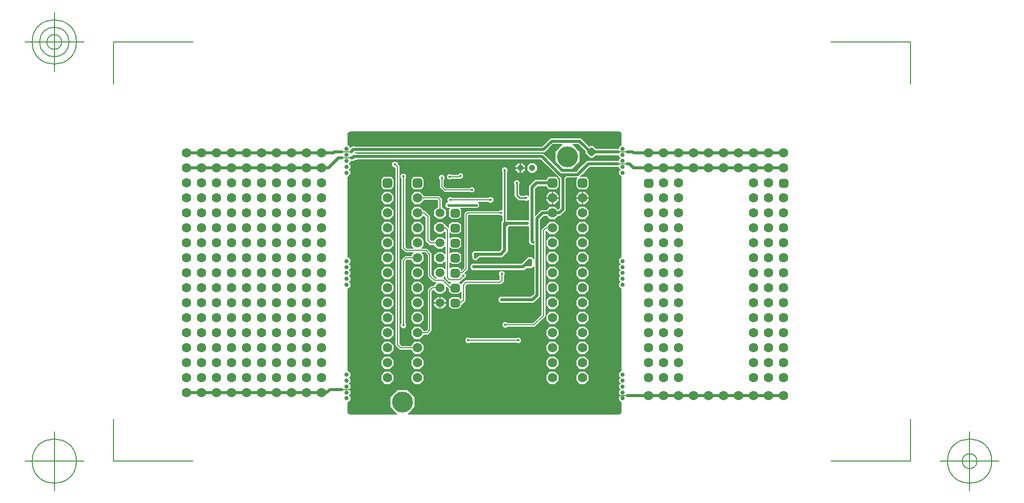
<source format=gbr>
G04 Generated by Ultiboard 11.0 *
%FSLAX25Y25*%
%MOIN*%

%ADD10C,0.00800*%
%ADD11C,0.02000*%
%ADD12C,0.00600*%
%ADD13C,0.01900*%
%ADD14C,0.01000*%
%ADD15C,0.00700*%
%ADD16C,0.01500*%
%ADD17C,0.00500*%
%ADD18C,0.01575*%
%ADD19R,0.02382X0.02382*%
%ADD20C,0.03917*%
%ADD21C,0.06299*%
%ADD22C,0.02835*%
%ADD23C,0.13920*%
%ADD24R,0.02500X0.02500*%
%ADD25C,0.03500*%
%ADD26C,0.06334*%
%ADD27R,0.02406X0.02406*%
%ADD28C,0.05906*%
%ADD29C,0.04156*%


G04 ColorRGB 0000FF for the following layer *
%LNCopper Bottom*%
%LPD*%
%FSLAX25Y25*%
%MOIN*%
G54D10*
X-1338Y-14450D02*
X1843Y-14450D01*
X1843Y-14450D02*
X4450Y-11843D01*
X4450Y-11843D02*
X4450Y-11703D01*
X4450Y-11703D02*
X13377Y-11703D01*
X13377Y-11703D02*
X13400Y-11726D01*
X13400Y-11726D02*
X13400Y-15747D01*
X13400Y-15747D02*
X13238Y-15747D01*
X13238Y-15747D02*
X10747Y-18238D01*
X10747Y-18238D02*
X10747Y-19254D01*
X10747Y-19254D02*
X6175Y-19254D01*
X6175Y-19254D02*
X5121Y-18200D01*
X5121Y-18200D02*
X4450Y-18200D01*
X4450Y-18200D02*
X4450Y-18157D01*
X4450Y-18157D02*
X1843Y-15550D01*
X1843Y-15550D02*
X-1338Y-15550D01*
X-1338Y-15550D02*
X-1338Y-14450D01*
G36*
X-1338Y-14450D02*
X1843Y-14450D01*
X4450Y-11843D01*
X4450Y-11703D01*
X13377Y-11703D01*
X13400Y-11726D01*
X13400Y-15747D01*
X13238Y-15747D01*
X10747Y-18238D01*
X10747Y-19254D01*
X6175Y-19254D01*
X5121Y-18200D01*
X4450Y-18200D01*
X4450Y-18157D01*
X1843Y-15550D01*
X-1338Y-15550D01*
X-1338Y-14450D01*
G37*
X-1338Y-14450D02*
X1843Y-14450D01*
X1843Y-14450D02*
X4450Y-11843D01*
X4450Y-11843D02*
X4450Y-11703D01*
X4450Y-11703D02*
X13377Y-11703D01*
X13377Y-11703D02*
X13400Y-11726D01*
X13400Y-11726D02*
X13400Y-15747D01*
X13400Y-15747D02*
X13238Y-15747D01*
X13238Y-15747D02*
X10747Y-18238D01*
X10747Y-18238D02*
X10747Y-19254D01*
X10747Y-19254D02*
X6175Y-19254D01*
X6175Y-19254D02*
X5121Y-18200D01*
X5121Y-18200D02*
X4450Y-18200D01*
X4450Y-18200D02*
X4450Y-18157D01*
X4450Y-18157D02*
X1843Y-15550D01*
X1843Y-15550D02*
X-1338Y-15550D01*
X-1338Y-15550D02*
X-1338Y-14450D01*
X-1338Y-24450D02*
X1843Y-24450D01*
X1843Y-24450D02*
X4061Y-22232D01*
X4061Y-22232D02*
X5075Y-23246D01*
X5075Y-23246D02*
X5075Y-28778D01*
X5075Y-28778D02*
X4450Y-28778D01*
X4450Y-28778D02*
X4450Y-28157D01*
X4450Y-28157D02*
X1843Y-25550D01*
X1843Y-25550D02*
X-1338Y-25550D01*
X-1338Y-25550D02*
X-1338Y-24450D01*
G36*
X-1338Y-24450D02*
X1843Y-24450D01*
X4061Y-22232D01*
X5075Y-23246D01*
X5075Y-28778D01*
X4450Y-28778D01*
X4450Y-28157D01*
X1843Y-25550D01*
X-1338Y-25550D01*
X-1338Y-24450D01*
G37*
X-1338Y-24450D02*
X1843Y-24450D01*
X1843Y-24450D02*
X4061Y-22232D01*
X4061Y-22232D02*
X5075Y-23246D01*
X5075Y-23246D02*
X5075Y-28778D01*
X5075Y-28778D02*
X4450Y-28778D01*
X4450Y-28778D02*
X4450Y-28157D01*
X4450Y-28157D02*
X1843Y-25550D01*
X1843Y-25550D02*
X-1338Y-25550D01*
X-1338Y-25550D02*
X-1338Y-24450D01*
X3672Y-37379D02*
X1843Y-35550D01*
X1843Y-35550D02*
X-1338Y-35550D01*
X-1338Y-35550D02*
X-1338Y-34450D01*
X-1338Y-34450D02*
X1843Y-34450D01*
X1843Y-34450D02*
X4450Y-31843D01*
X4450Y-31843D02*
X4450Y-28778D01*
X4450Y-28778D02*
X5075Y-28778D01*
X5075Y-28778D02*
X5075Y-37379D01*
X5075Y-37379D02*
X3672Y-37379D01*
G36*
X3672Y-37379D02*
X1843Y-35550D01*
X-1338Y-35550D01*
X-1338Y-34450D01*
X1843Y-34450D01*
X4450Y-31843D01*
X4450Y-28778D01*
X5075Y-28778D01*
X5075Y-37379D01*
X3672Y-37379D01*
G37*
X3672Y-37379D02*
X1843Y-35550D01*
X1843Y-35550D02*
X-1338Y-35550D01*
X-1338Y-35550D02*
X-1338Y-34450D01*
X-1338Y-34450D02*
X1843Y-34450D01*
X1843Y-34450D02*
X4450Y-31843D01*
X4450Y-31843D02*
X4450Y-28778D01*
X4450Y-28778D02*
X5075Y-28778D01*
X5075Y-28778D02*
X5075Y-37379D01*
X5075Y-37379D02*
X3672Y-37379D01*
X4450Y-60039D02*
X4450Y-58157D01*
X4450Y-58157D02*
X1843Y-55550D01*
X1843Y-55550D02*
X-1338Y-55550D01*
X-1338Y-55550D02*
X-1338Y-55031D01*
X-1338Y-55031D02*
X6525Y-55031D01*
X6525Y-55031D02*
X6525Y-60039D01*
X6525Y-60039D02*
X4450Y-60039D01*
G36*
X4450Y-60039D02*
X4450Y-58157D01*
X1843Y-55550D01*
X-1338Y-55550D01*
X-1338Y-55031D01*
X6525Y-55031D01*
X6525Y-60039D01*
X4450Y-60039D01*
G37*
X4450Y-60039D02*
X4450Y-58157D01*
X4450Y-58157D02*
X1843Y-55550D01*
X1843Y-55550D02*
X-1338Y-55550D01*
X-1338Y-55550D02*
X-1338Y-55031D01*
X-1338Y-55031D02*
X6525Y-55031D01*
X6525Y-55031D02*
X6525Y-60039D01*
X6525Y-60039D02*
X4450Y-60039D01*
X-1338Y-54450D02*
X1843Y-54450D01*
X1843Y-54450D02*
X4450Y-51843D01*
X4450Y-51843D02*
X4450Y-48163D01*
X4450Y-48163D02*
X6525Y-48163D01*
X6525Y-48163D02*
X6525Y-55031D01*
X6525Y-55031D02*
X-1338Y-55031D01*
X-1338Y-55031D02*
X-1338Y-54450D01*
G36*
X-1338Y-54450D02*
X1843Y-54450D01*
X4450Y-51843D01*
X4450Y-48163D01*
X6525Y-48163D01*
X6525Y-55031D01*
X-1338Y-55031D01*
X-1338Y-54450D01*
G37*
X-1338Y-54450D02*
X1843Y-54450D01*
X1843Y-54450D02*
X4450Y-51843D01*
X4450Y-51843D02*
X4450Y-48163D01*
X4450Y-48163D02*
X6525Y-48163D01*
X6525Y-48163D02*
X6525Y-55031D01*
X6525Y-55031D02*
X-1338Y-55031D01*
X-1338Y-55031D02*
X-1338Y-54450D01*
X4450Y-70663D02*
X4450Y-68157D01*
X4450Y-68157D02*
X1843Y-65550D01*
X1843Y-65550D02*
X-1338Y-65550D01*
X-1338Y-65550D02*
X-1338Y-64450D01*
X-1338Y-64450D02*
X1843Y-64450D01*
X1843Y-64450D02*
X4450Y-61843D01*
X4450Y-61843D02*
X4450Y-60039D01*
X4450Y-60039D02*
X6525Y-60039D01*
X6525Y-60039D02*
X6525Y-62538D01*
X6525Y-62538D02*
X8788Y-64800D01*
X8788Y-64800D02*
X8788Y-68950D01*
X8788Y-68950D02*
X7075Y-70663D01*
X7075Y-70663D02*
X4450Y-70663D01*
G36*
X4450Y-70663D02*
X4450Y-68157D01*
X1843Y-65550D01*
X-1338Y-65550D01*
X-1338Y-64450D01*
X1843Y-64450D01*
X4450Y-61843D01*
X4450Y-60039D01*
X6525Y-60039D01*
X6525Y-62538D01*
X8788Y-64800D01*
X8788Y-68950D01*
X7075Y-70663D01*
X4450Y-70663D01*
G37*
X4450Y-70663D02*
X4450Y-68157D01*
X4450Y-68157D02*
X1843Y-65550D01*
X1843Y-65550D02*
X-1338Y-65550D01*
X-1338Y-65550D02*
X-1338Y-64450D01*
X-1338Y-64450D02*
X1843Y-64450D01*
X1843Y-64450D02*
X4450Y-61843D01*
X4450Y-61843D02*
X4450Y-60039D01*
X4450Y-60039D02*
X6525Y-60039D01*
X6525Y-60039D02*
X6525Y-62538D01*
X6525Y-62538D02*
X8788Y-64800D01*
X8788Y-64800D02*
X8788Y-68950D01*
X8788Y-68950D02*
X7075Y-70663D01*
X7075Y-70663D02*
X4450Y-70663D01*
X-1338Y-104450D02*
X1843Y-104450D01*
X1843Y-104450D02*
X4450Y-101843D01*
X4450Y-101843D02*
X4450Y-101600D01*
X4450Y-101600D02*
X6913Y-101600D01*
X6913Y-101600D02*
X9725Y-98788D01*
X9725Y-98788D02*
X34656Y-98788D01*
X34656Y-98788D02*
X34656Y-102813D01*
X34656Y-102813D02*
X32844Y-102813D01*
X32844Y-102813D02*
X31563Y-104094D01*
X31563Y-104094D02*
X31563Y-105906D01*
X31563Y-105906D02*
X32844Y-107187D01*
X32844Y-107187D02*
X34656Y-107187D01*
X34656Y-107187D02*
X34656Y-108376D01*
X34656Y-108376D02*
X4450Y-108376D01*
X4450Y-108376D02*
X4450Y-108157D01*
X4450Y-108157D02*
X1843Y-105550D01*
X1843Y-105550D02*
X-1338Y-105550D01*
X-1338Y-105550D02*
X-1338Y-104450D01*
G36*
X-1338Y-104450D02*
X1843Y-104450D01*
X4450Y-101843D01*
X4450Y-101600D01*
X6913Y-101600D01*
X9725Y-98788D01*
X34656Y-98788D01*
X34656Y-102813D01*
X32844Y-102813D01*
X31563Y-104094D01*
X31563Y-105906D01*
X32844Y-107187D01*
X34656Y-107187D01*
X34656Y-108376D01*
X4450Y-108376D01*
X4450Y-108157D01*
X1843Y-105550D01*
X-1338Y-105550D01*
X-1338Y-104450D01*
G37*
X-1338Y-104450D02*
X1843Y-104450D01*
X1843Y-104450D02*
X4450Y-101843D01*
X4450Y-101843D02*
X4450Y-101600D01*
X4450Y-101600D02*
X6913Y-101600D01*
X6913Y-101600D02*
X9725Y-98788D01*
X9725Y-98788D02*
X34656Y-98788D01*
X34656Y-98788D02*
X34656Y-102813D01*
X34656Y-102813D02*
X32844Y-102813D01*
X32844Y-102813D02*
X31563Y-104094D01*
X31563Y-104094D02*
X31563Y-105906D01*
X31563Y-105906D02*
X32844Y-107187D01*
X32844Y-107187D02*
X34656Y-107187D01*
X34656Y-107187D02*
X34656Y-108376D01*
X34656Y-108376D02*
X4450Y-108376D01*
X4450Y-108376D02*
X4450Y-108157D01*
X4450Y-108157D02*
X1843Y-105550D01*
X1843Y-105550D02*
X-1338Y-105550D01*
X-1338Y-105550D02*
X-1338Y-104450D01*
X-1338Y-74450D02*
X1843Y-74450D01*
X1843Y-74450D02*
X4450Y-71843D01*
X4450Y-71843D02*
X4450Y-70663D01*
X4450Y-70663D02*
X7075Y-70663D01*
X7075Y-70663D02*
X6525Y-71212D01*
X6525Y-71212D02*
X6525Y-78778D01*
X6525Y-78778D02*
X4450Y-78778D01*
X4450Y-78778D02*
X4450Y-78157D01*
X4450Y-78157D02*
X1843Y-75550D01*
X1843Y-75550D02*
X-1338Y-75550D01*
X-1338Y-75550D02*
X-1338Y-74450D01*
G36*
X-1338Y-74450D02*
X1843Y-74450D01*
X4450Y-71843D01*
X4450Y-70663D01*
X7075Y-70663D01*
X6525Y-71212D01*
X6525Y-78778D01*
X4450Y-78778D01*
X4450Y-78157D01*
X1843Y-75550D01*
X-1338Y-75550D01*
X-1338Y-74450D01*
G37*
X-1338Y-74450D02*
X1843Y-74450D01*
X1843Y-74450D02*
X4450Y-71843D01*
X4450Y-71843D02*
X4450Y-70663D01*
X4450Y-70663D02*
X7075Y-70663D01*
X7075Y-70663D02*
X6525Y-71212D01*
X6525Y-71212D02*
X6525Y-78778D01*
X6525Y-78778D02*
X4450Y-78778D01*
X4450Y-78778D02*
X4450Y-78157D01*
X4450Y-78157D02*
X1843Y-75550D01*
X1843Y-75550D02*
X-1338Y-75550D01*
X-1338Y-75550D02*
X-1338Y-74450D01*
X-1338Y-94450D02*
X1843Y-94450D01*
X1843Y-94450D02*
X4450Y-91843D01*
X4450Y-91843D02*
X4450Y-88157D01*
X4450Y-88157D02*
X1843Y-85550D01*
X1843Y-85550D02*
X-1338Y-85550D01*
X-1338Y-85550D02*
X-1338Y-84450D01*
X-1338Y-84450D02*
X1843Y-84450D01*
X1843Y-84450D02*
X4450Y-81843D01*
X4450Y-81843D02*
X4450Y-78778D01*
X4450Y-78778D02*
X6525Y-78778D01*
X6525Y-78778D02*
X6525Y-97462D01*
X6525Y-97462D02*
X5587Y-98400D01*
X5587Y-98400D02*
X4450Y-98400D01*
X4450Y-98400D02*
X4450Y-98157D01*
X4450Y-98157D02*
X1843Y-95550D01*
X1843Y-95550D02*
X-1338Y-95550D01*
X-1338Y-95550D02*
X-1338Y-94450D01*
G36*
X-1338Y-94450D02*
X1843Y-94450D01*
X4450Y-91843D01*
X4450Y-88157D01*
X1843Y-85550D01*
X-1338Y-85550D01*
X-1338Y-84450D01*
X1843Y-84450D01*
X4450Y-81843D01*
X4450Y-78778D01*
X6525Y-78778D01*
X6525Y-97462D01*
X5587Y-98400D01*
X4450Y-98400D01*
X4450Y-98157D01*
X1843Y-95550D01*
X-1338Y-95550D01*
X-1338Y-94450D01*
G37*
X-1338Y-94450D02*
X1843Y-94450D01*
X1843Y-94450D02*
X4450Y-91843D01*
X4450Y-91843D02*
X4450Y-88157D01*
X4450Y-88157D02*
X1843Y-85550D01*
X1843Y-85550D02*
X-1338Y-85550D01*
X-1338Y-85550D02*
X-1338Y-84450D01*
X-1338Y-84450D02*
X1843Y-84450D01*
X1843Y-84450D02*
X4450Y-81843D01*
X4450Y-81843D02*
X4450Y-78778D01*
X4450Y-78778D02*
X6525Y-78778D01*
X6525Y-78778D02*
X6525Y-97462D01*
X6525Y-97462D02*
X5587Y-98400D01*
X5587Y-98400D02*
X4450Y-98400D01*
X4450Y-98400D02*
X4450Y-98157D01*
X4450Y-98157D02*
X1843Y-95550D01*
X1843Y-95550D02*
X-1338Y-95550D01*
X-1338Y-95550D02*
X-1338Y-94450D01*
X-1338Y-124450D02*
X1843Y-124450D01*
X1843Y-124450D02*
X4450Y-121843D01*
X4450Y-121843D02*
X4450Y-118157D01*
X4450Y-118157D02*
X1843Y-115550D01*
X1843Y-115550D02*
X-1338Y-115550D01*
X-1338Y-115550D02*
X-1338Y-114450D01*
X-1338Y-114450D02*
X1843Y-114450D01*
X1843Y-114450D02*
X4450Y-111843D01*
X4450Y-111843D02*
X4450Y-108376D01*
X4450Y-108376D02*
X44783Y-108376D01*
X44783Y-108376D02*
X44783Y-154112D01*
X44783Y-154112D02*
X-1338Y-154112D01*
X-1338Y-154112D02*
X-1338Y-134450D01*
X-1338Y-134450D02*
X1843Y-134450D01*
X1843Y-134450D02*
X4450Y-131843D01*
X4450Y-131843D02*
X4450Y-128157D01*
X4450Y-128157D02*
X1843Y-125550D01*
X1843Y-125550D02*
X-1338Y-125550D01*
X-1338Y-125550D02*
X-1338Y-124450D01*
G36*
X-1338Y-124450D02*
X1843Y-124450D01*
X4450Y-121843D01*
X4450Y-118157D01*
X1843Y-115550D01*
X-1338Y-115550D01*
X-1338Y-114450D01*
X1843Y-114450D01*
X4450Y-111843D01*
X4450Y-108376D01*
X44783Y-108376D01*
X44783Y-154112D01*
X-1338Y-154112D01*
X-1338Y-134450D01*
X1843Y-134450D01*
X4450Y-131843D01*
X4450Y-128157D01*
X1843Y-125550D01*
X-1338Y-125550D01*
X-1338Y-124450D01*
G37*
X-1338Y-124450D02*
X1843Y-124450D01*
X1843Y-124450D02*
X4450Y-121843D01*
X4450Y-121843D02*
X4450Y-118157D01*
X4450Y-118157D02*
X1843Y-115550D01*
X1843Y-115550D02*
X-1338Y-115550D01*
X-1338Y-115550D02*
X-1338Y-114450D01*
X-1338Y-114450D02*
X1843Y-114450D01*
X1843Y-114450D02*
X4450Y-111843D01*
X4450Y-111843D02*
X4450Y-108376D01*
X4450Y-108376D02*
X44783Y-108376D01*
X44783Y-108376D02*
X44783Y-154112D01*
X44783Y-154112D02*
X-1338Y-154112D01*
X-1338Y-154112D02*
X-1338Y-134450D01*
X-1338Y-134450D02*
X1843Y-134450D01*
X1843Y-134450D02*
X4450Y-131843D01*
X4450Y-131843D02*
X4450Y-128157D01*
X4450Y-128157D02*
X1843Y-125550D01*
X1843Y-125550D02*
X-1338Y-125550D01*
X-1338Y-125550D02*
X-1338Y-124450D01*
X5978Y19869D02*
X-1338Y19869D01*
X-1338Y19869D02*
X-1338Y20150D01*
X-1338Y20150D02*
X44783Y20150D01*
X44783Y20150D02*
X44783Y19869D01*
X44783Y19869D02*
X5978Y19869D01*
X5978Y19869D02*
X5978Y19869D01*
G36*
X5978Y19869D02*
X-1338Y19869D01*
X-1338Y20150D01*
X44783Y20150D01*
X44783Y19869D01*
X5978Y19869D01*
X5978Y19869D01*
G37*
X5978Y19869D02*
X-1338Y19869D01*
X-1338Y19869D02*
X-1338Y20150D01*
X-1338Y20150D02*
X44783Y20150D01*
X44783Y20150D02*
X44783Y19869D01*
X44783Y19869D02*
X5978Y19869D01*
X5978Y19869D02*
X5978Y19869D01*
X2647Y4344D02*
X2541Y4450D01*
X2541Y4450D02*
X-1338Y4450D01*
X-1338Y4450D02*
X-1338Y15469D01*
X-1338Y15469D02*
X5978Y15469D01*
X5978Y15469D02*
X5978Y15469D01*
X5978Y15469D02*
X20587Y15469D01*
X20587Y15469D02*
X20587Y6050D01*
X20587Y6050D02*
X20427Y6050D01*
X20427Y6050D02*
X19263Y4886D01*
X19263Y4886D02*
X19263Y4344D01*
X19263Y4344D02*
X18437Y4344D01*
X18437Y4344D02*
X17156Y5625D01*
X17156Y5625D02*
X15344Y5625D01*
X15344Y5625D02*
X14063Y4344D01*
X14063Y4344D02*
X2647Y4344D01*
G36*
X2647Y4344D02*
X2541Y4450D01*
X-1338Y4450D01*
X-1338Y15469D01*
X5978Y15469D01*
X5978Y15469D01*
X20587Y15469D01*
X20587Y6050D01*
X20427Y6050D01*
X19263Y4886D01*
X19263Y4344D01*
X18437Y4344D01*
X17156Y5625D01*
X15344Y5625D01*
X14063Y4344D01*
X2647Y4344D01*
G37*
X2647Y4344D02*
X2541Y4450D01*
X2541Y4450D02*
X-1338Y4450D01*
X-1338Y4450D02*
X-1338Y15469D01*
X-1338Y15469D02*
X5978Y15469D01*
X5978Y15469D02*
X5978Y15469D01*
X5978Y15469D02*
X20587Y15469D01*
X20587Y15469D02*
X20587Y6050D01*
X20587Y6050D02*
X20427Y6050D01*
X20427Y6050D02*
X19263Y4886D01*
X19263Y4886D02*
X19263Y4344D01*
X19263Y4344D02*
X18437Y4344D01*
X18437Y4344D02*
X17156Y5625D01*
X17156Y5625D02*
X15344Y5625D01*
X15344Y5625D02*
X14063Y4344D01*
X14063Y4344D02*
X2647Y4344D01*
X4450Y-8400D02*
X4450Y-8157D01*
X4450Y-8157D02*
X1843Y-5550D01*
X1843Y-5550D02*
X-1338Y-5550D01*
X-1338Y-5550D02*
X-1338Y-5350D01*
X-1338Y-5350D02*
X16867Y-5350D01*
X16867Y-5350D02*
X17804Y-6287D01*
X17804Y-6287D02*
X20587Y-6287D01*
X20587Y-6287D02*
X20587Y-9444D01*
X20587Y-9444D02*
X19688Y-10344D01*
X19688Y-10344D02*
X19688Y-11703D01*
X19688Y-11703D02*
X16600Y-11703D01*
X16600Y-11703D02*
X16600Y-10400D01*
X16600Y-10400D02*
X14600Y-8400D01*
X14600Y-8400D02*
X4450Y-8400D01*
G36*
X4450Y-8400D02*
X4450Y-8157D01*
X1843Y-5550D01*
X-1338Y-5550D01*
X-1338Y-5350D01*
X16867Y-5350D01*
X17804Y-6287D01*
X20587Y-6287D01*
X20587Y-9444D01*
X19688Y-10344D01*
X19688Y-11703D01*
X16600Y-11703D01*
X16600Y-10400D01*
X14600Y-8400D01*
X4450Y-8400D01*
G37*
X4450Y-8400D02*
X4450Y-8157D01*
X4450Y-8157D02*
X1843Y-5550D01*
X1843Y-5550D02*
X-1338Y-5550D01*
X-1338Y-5550D02*
X-1338Y-5350D01*
X-1338Y-5350D02*
X16867Y-5350D01*
X16867Y-5350D02*
X17804Y-6287D01*
X17804Y-6287D02*
X20587Y-6287D01*
X20587Y-6287D02*
X20587Y-9444D01*
X20587Y-9444D02*
X19688Y-10344D01*
X19688Y-10344D02*
X19688Y-11703D01*
X19688Y-11703D02*
X16600Y-11703D01*
X16600Y-11703D02*
X16600Y-10400D01*
X16600Y-10400D02*
X14600Y-8400D01*
X14600Y-8400D02*
X4450Y-8400D01*
X-1338Y-4450D02*
X2541Y-4450D01*
X2541Y-4450D02*
X4450Y-2541D01*
X4450Y-2541D02*
X4450Y2541D01*
X4450Y2541D02*
X2647Y4344D01*
X2647Y4344D02*
X14063Y4344D01*
X14063Y4344D02*
X14063Y2531D01*
X14063Y2531D02*
X14650Y1944D01*
X14650Y1944D02*
X14650Y-3133D01*
X14650Y-3133D02*
X16867Y-5350D01*
X16867Y-5350D02*
X-1338Y-5350D01*
X-1338Y-5350D02*
X-1338Y-4450D01*
G36*
X-1338Y-4450D02*
X2541Y-4450D01*
X4450Y-2541D01*
X4450Y2541D01*
X2647Y4344D01*
X14063Y4344D01*
X14063Y2531D01*
X14650Y1944D01*
X14650Y-3133D01*
X16867Y-5350D01*
X-1338Y-5350D01*
X-1338Y-4450D01*
G37*
X-1338Y-4450D02*
X2541Y-4450D01*
X2541Y-4450D02*
X4450Y-2541D01*
X4450Y-2541D02*
X4450Y2541D01*
X4450Y2541D02*
X2647Y4344D01*
X2647Y4344D02*
X14063Y4344D01*
X14063Y4344D02*
X14063Y2531D01*
X14063Y2531D02*
X14650Y1944D01*
X14650Y1944D02*
X14650Y-3133D01*
X14650Y-3133D02*
X16867Y-5350D01*
X16867Y-5350D02*
X-1338Y-5350D01*
X-1338Y-5350D02*
X-1338Y-4450D01*
X-1338Y34033D02*
X44783Y34033D01*
X44783Y34033D02*
X44783Y24550D01*
X44783Y24550D02*
X-1338Y24550D01*
X-1338Y24550D02*
X-1338Y34033D01*
G36*
X-1338Y34033D02*
X44783Y34033D01*
X44783Y24550D01*
X-1338Y24550D01*
X-1338Y34033D01*
G37*
X-1338Y34033D02*
X44783Y34033D01*
X44783Y34033D02*
X44783Y24550D01*
X44783Y24550D02*
X-1338Y24550D01*
X-1338Y24550D02*
X-1338Y34033D01*
X-18671Y4450D02*
X-22541Y4450D01*
X-22541Y4450D02*
X-24450Y2541D01*
X-24450Y2541D02*
X-24450Y-2541D01*
X-24450Y-2541D02*
X-22541Y-4450D01*
X-22541Y-4450D02*
X-18671Y-4450D01*
X-18671Y-4450D02*
X-18671Y-5550D01*
X-18671Y-5550D02*
X-21843Y-5550D01*
X-21843Y-5550D02*
X-24450Y-8157D01*
X-24450Y-8157D02*
X-24450Y-11703D01*
X-24450Y-11703D02*
X-46260Y-11703D01*
X-46260Y-11703D02*
X-46260Y4112D01*
X-46260Y4112D02*
X-46093Y4112D01*
X-46093Y4112D02*
X-44924Y5281D01*
X-44924Y5281D02*
X-18671Y5281D01*
X-18671Y5281D02*
X-18671Y4450D01*
G36*
X-18671Y4450D02*
X-22541Y4450D01*
X-24450Y2541D01*
X-24450Y-2541D01*
X-22541Y-4450D01*
X-18671Y-4450D01*
X-18671Y-5550D01*
X-21843Y-5550D01*
X-24450Y-8157D01*
X-24450Y-11703D01*
X-46260Y-11703D01*
X-46260Y4112D01*
X-46093Y4112D01*
X-44924Y5281D01*
X-18671Y5281D01*
X-18671Y4450D01*
G37*
X-18671Y4450D02*
X-22541Y4450D01*
X-22541Y4450D02*
X-24450Y2541D01*
X-24450Y2541D02*
X-24450Y-2541D01*
X-24450Y-2541D02*
X-22541Y-4450D01*
X-22541Y-4450D02*
X-18671Y-4450D01*
X-18671Y-4450D02*
X-18671Y-5550D01*
X-18671Y-5550D02*
X-21843Y-5550D01*
X-21843Y-5550D02*
X-24450Y-8157D01*
X-24450Y-8157D02*
X-24450Y-11703D01*
X-24450Y-11703D02*
X-46260Y-11703D01*
X-46260Y-11703D02*
X-46260Y4112D01*
X-46260Y4112D02*
X-46093Y4112D01*
X-46093Y4112D02*
X-44924Y5281D01*
X-44924Y5281D02*
X-18671Y5281D01*
X-18671Y5281D02*
X-18671Y4450D01*
X-11675Y-11703D02*
X-11675Y5281D01*
X-11675Y5281D02*
X-11562Y5281D01*
X-11562Y5281D02*
X-11562Y3469D01*
X-11562Y3469D02*
X-10975Y2882D01*
X-10975Y2882D02*
X-10975Y-11703D01*
X-10975Y-11703D02*
X-11675Y-11703D01*
G36*
X-11675Y-11703D02*
X-11675Y5281D01*
X-11562Y5281D01*
X-11562Y3469D01*
X-10975Y2882D01*
X-10975Y-11703D01*
X-11675Y-11703D01*
G37*
X-11675Y-11703D02*
X-11675Y5281D01*
X-11675Y5281D02*
X-11562Y5281D01*
X-11562Y5281D02*
X-11562Y3469D01*
X-11562Y3469D02*
X-10975Y2882D01*
X-10975Y2882D02*
X-10975Y-11703D01*
X-10975Y-11703D02*
X-11675Y-11703D01*
X-1338Y-5550D02*
X-1843Y-5550D01*
X-1843Y-5550D02*
X-4450Y-8157D01*
X-4450Y-8157D02*
X-4450Y-11703D01*
X-4450Y-11703D02*
X-7775Y-11703D01*
X-7775Y-11703D02*
X-7775Y2882D01*
X-7775Y2882D02*
X-7188Y3469D01*
X-7188Y3469D02*
X-7188Y5281D01*
X-7188Y5281D02*
X-1338Y5281D01*
X-1338Y5281D02*
X-1338Y4450D01*
X-1338Y4450D02*
X-2541Y4450D01*
X-2541Y4450D02*
X-4450Y2541D01*
X-4450Y2541D02*
X-4450Y-2541D01*
X-4450Y-2541D02*
X-2541Y-4450D01*
X-2541Y-4450D02*
X-1338Y-4450D01*
X-1338Y-4450D02*
X-1338Y-5550D01*
G36*
X-1338Y-5550D02*
X-1843Y-5550D01*
X-4450Y-8157D01*
X-4450Y-11703D01*
X-7775Y-11703D01*
X-7775Y2882D01*
X-7188Y3469D01*
X-7188Y5281D01*
X-1338Y5281D01*
X-1338Y4450D01*
X-2541Y4450D01*
X-4450Y2541D01*
X-4450Y-2541D01*
X-2541Y-4450D01*
X-1338Y-4450D01*
X-1338Y-5550D01*
G37*
X-1338Y-5550D02*
X-1843Y-5550D01*
X-1843Y-5550D02*
X-4450Y-8157D01*
X-4450Y-8157D02*
X-4450Y-11703D01*
X-4450Y-11703D02*
X-7775Y-11703D01*
X-7775Y-11703D02*
X-7775Y2882D01*
X-7775Y2882D02*
X-7188Y3469D01*
X-7188Y3469D02*
X-7188Y5281D01*
X-7188Y5281D02*
X-1338Y5281D01*
X-1338Y5281D02*
X-1338Y4450D01*
X-1338Y4450D02*
X-2541Y4450D01*
X-2541Y4450D02*
X-4450Y2541D01*
X-4450Y2541D02*
X-4450Y-2541D01*
X-4450Y-2541D02*
X-2541Y-4450D01*
X-2541Y-4450D02*
X-1338Y-4450D01*
X-1338Y-4450D02*
X-1338Y-5550D01*
X-18671Y-4450D02*
X-17459Y-4450D01*
X-17459Y-4450D02*
X-15550Y-2541D01*
X-15550Y-2541D02*
X-15550Y2541D01*
X-15550Y2541D02*
X-17459Y4450D01*
X-17459Y4450D02*
X-18671Y4450D01*
X-18671Y4450D02*
X-18671Y5281D01*
X-18671Y5281D02*
X-14875Y5281D01*
X-14875Y5281D02*
X-14875Y-11703D01*
X-14875Y-11703D02*
X-15550Y-11703D01*
X-15550Y-11703D02*
X-15550Y-8157D01*
X-15550Y-8157D02*
X-18157Y-5550D01*
X-18157Y-5550D02*
X-18671Y-5550D01*
X-18671Y-5550D02*
X-18671Y-4450D01*
G36*
X-18671Y-4450D02*
X-17459Y-4450D01*
X-15550Y-2541D01*
X-15550Y2541D01*
X-17459Y4450D01*
X-18671Y4450D01*
X-18671Y5281D01*
X-14875Y5281D01*
X-14875Y-11703D01*
X-15550Y-11703D01*
X-15550Y-8157D01*
X-18157Y-5550D01*
X-18671Y-5550D01*
X-18671Y-4450D01*
G37*
X-18671Y-4450D02*
X-17459Y-4450D01*
X-17459Y-4450D02*
X-15550Y-2541D01*
X-15550Y-2541D02*
X-15550Y2541D01*
X-15550Y2541D02*
X-17459Y4450D01*
X-17459Y4450D02*
X-18671Y4450D01*
X-18671Y4450D02*
X-18671Y5281D01*
X-18671Y5281D02*
X-14875Y5281D01*
X-14875Y5281D02*
X-14875Y-11703D01*
X-14875Y-11703D02*
X-15550Y-11703D01*
X-15550Y-11703D02*
X-15550Y-8157D01*
X-15550Y-8157D02*
X-18157Y-5550D01*
X-18157Y-5550D02*
X-18671Y-5550D01*
X-18671Y-5550D02*
X-18671Y-4450D01*
X-18671Y-125550D02*
X-21843Y-125550D01*
X-21843Y-125550D02*
X-24450Y-128157D01*
X-24450Y-128157D02*
X-24450Y-131843D01*
X-24450Y-131843D02*
X-21843Y-134450D01*
X-21843Y-134450D02*
X-18671Y-134450D01*
X-18671Y-134450D02*
X-18671Y-143077D01*
X-18671Y-143077D02*
X-44466Y-143077D01*
X-44466Y-143077D02*
X-44466Y-142550D01*
X-44466Y-142550D02*
X-45284Y-141732D01*
X-45284Y-141732D02*
X-44466Y-140914D01*
X-44466Y-140914D02*
X-44466Y-138613D01*
X-44466Y-138613D02*
X-45284Y-137795D01*
X-45284Y-137795D02*
X-44466Y-136977D01*
X-44466Y-136977D02*
X-44466Y-134676D01*
X-44466Y-134676D02*
X-45284Y-133858D01*
X-45284Y-133858D02*
X-44466Y-133040D01*
X-44466Y-133040D02*
X-44466Y-130739D01*
X-44466Y-130739D02*
X-45284Y-129921D01*
X-45284Y-129921D02*
X-44466Y-129103D01*
X-44466Y-129103D02*
X-44466Y-126802D01*
X-44466Y-126802D02*
X-46093Y-125175D01*
X-46093Y-125175D02*
X-46260Y-125175D01*
X-46260Y-125175D02*
X-46260Y-108376D01*
X-46260Y-108376D02*
X-24450Y-108376D01*
X-24450Y-108376D02*
X-24450Y-111843D01*
X-24450Y-111843D02*
X-21843Y-114450D01*
X-21843Y-114450D02*
X-18671Y-114450D01*
X-18671Y-114450D02*
X-18671Y-115550D01*
X-18671Y-115550D02*
X-21843Y-115550D01*
X-21843Y-115550D02*
X-24450Y-118157D01*
X-24450Y-118157D02*
X-24450Y-121843D01*
X-24450Y-121843D02*
X-21843Y-124450D01*
X-21843Y-124450D02*
X-18671Y-124450D01*
X-18671Y-124450D02*
X-18671Y-125550D01*
G36*
X-18671Y-125550D02*
X-21843Y-125550D01*
X-24450Y-128157D01*
X-24450Y-131843D01*
X-21843Y-134450D01*
X-18671Y-134450D01*
X-18671Y-143077D01*
X-44466Y-143077D01*
X-44466Y-142550D01*
X-45284Y-141732D01*
X-44466Y-140914D01*
X-44466Y-138613D01*
X-45284Y-137795D01*
X-44466Y-136977D01*
X-44466Y-134676D01*
X-45284Y-133858D01*
X-44466Y-133040D01*
X-44466Y-130739D01*
X-45284Y-129921D01*
X-44466Y-129103D01*
X-44466Y-126802D01*
X-46093Y-125175D01*
X-46260Y-125175D01*
X-46260Y-108376D01*
X-24450Y-108376D01*
X-24450Y-111843D01*
X-21843Y-114450D01*
X-18671Y-114450D01*
X-18671Y-115550D01*
X-21843Y-115550D01*
X-24450Y-118157D01*
X-24450Y-121843D01*
X-21843Y-124450D01*
X-18671Y-124450D01*
X-18671Y-125550D01*
G37*
X-18671Y-125550D02*
X-21843Y-125550D01*
X-21843Y-125550D02*
X-24450Y-128157D01*
X-24450Y-128157D02*
X-24450Y-131843D01*
X-24450Y-131843D02*
X-21843Y-134450D01*
X-21843Y-134450D02*
X-18671Y-134450D01*
X-18671Y-134450D02*
X-18671Y-143077D01*
X-18671Y-143077D02*
X-44466Y-143077D01*
X-44466Y-143077D02*
X-44466Y-142550D01*
X-44466Y-142550D02*
X-45284Y-141732D01*
X-45284Y-141732D02*
X-44466Y-140914D01*
X-44466Y-140914D02*
X-44466Y-138613D01*
X-44466Y-138613D02*
X-45284Y-137795D01*
X-45284Y-137795D02*
X-44466Y-136977D01*
X-44466Y-136977D02*
X-44466Y-134676D01*
X-44466Y-134676D02*
X-45284Y-133858D01*
X-45284Y-133858D02*
X-44466Y-133040D01*
X-44466Y-133040D02*
X-44466Y-130739D01*
X-44466Y-130739D02*
X-45284Y-129921D01*
X-45284Y-129921D02*
X-44466Y-129103D01*
X-44466Y-129103D02*
X-44466Y-126802D01*
X-44466Y-126802D02*
X-46093Y-125175D01*
X-46093Y-125175D02*
X-46260Y-125175D01*
X-46260Y-125175D02*
X-46260Y-108376D01*
X-46260Y-108376D02*
X-24450Y-108376D01*
X-24450Y-108376D02*
X-24450Y-111843D01*
X-24450Y-111843D02*
X-21843Y-114450D01*
X-21843Y-114450D02*
X-18671Y-114450D01*
X-18671Y-114450D02*
X-18671Y-115550D01*
X-18671Y-115550D02*
X-21843Y-115550D01*
X-21843Y-115550D02*
X-24450Y-118157D01*
X-24450Y-118157D02*
X-24450Y-121843D01*
X-24450Y-121843D02*
X-21843Y-124450D01*
X-21843Y-124450D02*
X-18671Y-124450D01*
X-18671Y-124450D02*
X-18671Y-125550D01*
X-1338Y-115550D02*
X-1843Y-115550D01*
X-1843Y-115550D02*
X-4450Y-118157D01*
X-4450Y-118157D02*
X-4450Y-121843D01*
X-4450Y-121843D02*
X-1843Y-124450D01*
X-1843Y-124450D02*
X-1338Y-124450D01*
X-1338Y-124450D02*
X-1338Y-125550D01*
X-1338Y-125550D02*
X-1843Y-125550D01*
X-1843Y-125550D02*
X-4450Y-128157D01*
X-4450Y-128157D02*
X-4450Y-131843D01*
X-4450Y-131843D02*
X-1843Y-134450D01*
X-1843Y-134450D02*
X-1338Y-134450D01*
X-1338Y-134450D02*
X-1338Y-143077D01*
X-1338Y-143077D02*
X-1640Y-143077D01*
X-1640Y-143077D02*
X-1640Y-142787D01*
X-1640Y-142787D02*
X-6537Y-137890D01*
X-6537Y-137890D02*
X-13463Y-137890D01*
X-13463Y-137890D02*
X-18360Y-142787D01*
X-18360Y-142787D02*
X-18360Y-143077D01*
X-18360Y-143077D02*
X-18671Y-143077D01*
X-18671Y-143077D02*
X-18671Y-134450D01*
X-18671Y-134450D02*
X-18157Y-134450D01*
X-18157Y-134450D02*
X-15550Y-131843D01*
X-15550Y-131843D02*
X-15550Y-128157D01*
X-15550Y-128157D02*
X-18157Y-125550D01*
X-18157Y-125550D02*
X-18671Y-125550D01*
X-18671Y-125550D02*
X-18671Y-124450D01*
X-18671Y-124450D02*
X-18157Y-124450D01*
X-18157Y-124450D02*
X-15550Y-121843D01*
X-15550Y-121843D02*
X-15550Y-118157D01*
X-15550Y-118157D02*
X-18157Y-115550D01*
X-18157Y-115550D02*
X-18671Y-115550D01*
X-18671Y-115550D02*
X-18671Y-114450D01*
X-18671Y-114450D02*
X-18157Y-114450D01*
X-18157Y-114450D02*
X-15550Y-111843D01*
X-15550Y-111843D02*
X-15550Y-108376D01*
X-15550Y-108376D02*
X-14875Y-108376D01*
X-14875Y-108376D02*
X-14875Y-108638D01*
X-14875Y-108638D02*
X-11913Y-111600D01*
X-11913Y-111600D02*
X-4450Y-111600D01*
X-4450Y-111600D02*
X-4450Y-111843D01*
X-4450Y-111843D02*
X-1843Y-114450D01*
X-1843Y-114450D02*
X-1338Y-114450D01*
X-1338Y-114450D02*
X-1338Y-115550D01*
G36*
X-1338Y-115550D02*
X-1843Y-115550D01*
X-4450Y-118157D01*
X-4450Y-121843D01*
X-1843Y-124450D01*
X-1338Y-124450D01*
X-1338Y-125550D01*
X-1843Y-125550D01*
X-4450Y-128157D01*
X-4450Y-131843D01*
X-1843Y-134450D01*
X-1338Y-134450D01*
X-1338Y-143077D01*
X-1640Y-143077D01*
X-1640Y-142787D01*
X-6537Y-137890D01*
X-13463Y-137890D01*
X-18360Y-142787D01*
X-18360Y-143077D01*
X-18671Y-143077D01*
X-18671Y-134450D01*
X-18157Y-134450D01*
X-15550Y-131843D01*
X-15550Y-128157D01*
X-18157Y-125550D01*
X-18671Y-125550D01*
X-18671Y-124450D01*
X-18157Y-124450D01*
X-15550Y-121843D01*
X-15550Y-118157D01*
X-18157Y-115550D01*
X-18671Y-115550D01*
X-18671Y-114450D01*
X-18157Y-114450D01*
X-15550Y-111843D01*
X-15550Y-108376D01*
X-14875Y-108376D01*
X-14875Y-108638D01*
X-11913Y-111600D01*
X-4450Y-111600D01*
X-4450Y-111843D01*
X-1843Y-114450D01*
X-1338Y-114450D01*
X-1338Y-115550D01*
G37*
X-1338Y-115550D02*
X-1843Y-115550D01*
X-1843Y-115550D02*
X-4450Y-118157D01*
X-4450Y-118157D02*
X-4450Y-121843D01*
X-4450Y-121843D02*
X-1843Y-124450D01*
X-1843Y-124450D02*
X-1338Y-124450D01*
X-1338Y-124450D02*
X-1338Y-125550D01*
X-1338Y-125550D02*
X-1843Y-125550D01*
X-1843Y-125550D02*
X-4450Y-128157D01*
X-4450Y-128157D02*
X-4450Y-131843D01*
X-4450Y-131843D02*
X-1843Y-134450D01*
X-1843Y-134450D02*
X-1338Y-134450D01*
X-1338Y-134450D02*
X-1338Y-143077D01*
X-1338Y-143077D02*
X-1640Y-143077D01*
X-1640Y-143077D02*
X-1640Y-142787D01*
X-1640Y-142787D02*
X-6537Y-137890D01*
X-6537Y-137890D02*
X-13463Y-137890D01*
X-13463Y-137890D02*
X-18360Y-142787D01*
X-18360Y-142787D02*
X-18360Y-143077D01*
X-18360Y-143077D02*
X-18671Y-143077D01*
X-18671Y-143077D02*
X-18671Y-134450D01*
X-18671Y-134450D02*
X-18157Y-134450D01*
X-18157Y-134450D02*
X-15550Y-131843D01*
X-15550Y-131843D02*
X-15550Y-128157D01*
X-15550Y-128157D02*
X-18157Y-125550D01*
X-18157Y-125550D02*
X-18671Y-125550D01*
X-18671Y-125550D02*
X-18671Y-124450D01*
X-18671Y-124450D02*
X-18157Y-124450D01*
X-18157Y-124450D02*
X-15550Y-121843D01*
X-15550Y-121843D02*
X-15550Y-118157D01*
X-15550Y-118157D02*
X-18157Y-115550D01*
X-18157Y-115550D02*
X-18671Y-115550D01*
X-18671Y-115550D02*
X-18671Y-114450D01*
X-18671Y-114450D02*
X-18157Y-114450D01*
X-18157Y-114450D02*
X-15550Y-111843D01*
X-15550Y-111843D02*
X-15550Y-108376D01*
X-15550Y-108376D02*
X-14875Y-108376D01*
X-14875Y-108376D02*
X-14875Y-108638D01*
X-14875Y-108638D02*
X-11913Y-111600D01*
X-11913Y-111600D02*
X-4450Y-111600D01*
X-4450Y-111600D02*
X-4450Y-111843D01*
X-4450Y-111843D02*
X-1843Y-114450D01*
X-1843Y-114450D02*
X-1338Y-114450D01*
X-1338Y-114450D02*
X-1338Y-115550D01*
X-46260Y-146479D02*
X-46093Y-146479D01*
X-46093Y-146479D02*
X-44466Y-144851D01*
X-44466Y-144851D02*
X-44466Y-143077D01*
X-44466Y-143077D02*
X-18360Y-143077D01*
X-18360Y-143077D02*
X-18360Y-149713D01*
X-18360Y-149713D02*
X-13961Y-154112D01*
X-13961Y-154112D02*
X-44261Y-154112D01*
X-44261Y-154112D02*
X-44512Y-154101D01*
X-44512Y-154101D02*
X-44732Y-154072D01*
X-44732Y-154072D02*
X-44948Y-154024D01*
X-44948Y-154024D02*
X-45159Y-153958D01*
X-45159Y-153958D02*
X-45363Y-153873D01*
X-45363Y-153873D02*
X-45559Y-153771D01*
X-45559Y-153771D02*
X-45746Y-153652D01*
X-45746Y-153652D02*
X-45921Y-153517D01*
X-45921Y-153517D02*
X-46084Y-153368D01*
X-46084Y-153368D02*
X-46234Y-153205D01*
X-46234Y-153205D02*
X-46260Y-153171D01*
X-46260Y-153171D02*
X-46260Y-146479D01*
G36*
X-46260Y-146479D02*
X-46093Y-146479D01*
X-44466Y-144851D01*
X-44466Y-143077D01*
X-18360Y-143077D01*
X-18360Y-149713D01*
X-13961Y-154112D01*
X-44261Y-154112D01*
X-44512Y-154101D01*
X-44732Y-154072D01*
X-44948Y-154024D01*
X-45159Y-153958D01*
X-45363Y-153873D01*
X-45559Y-153771D01*
X-45746Y-153652D01*
X-45921Y-153517D01*
X-46084Y-153368D01*
X-46234Y-153205D01*
X-46260Y-153171D01*
X-46260Y-146479D01*
G37*
X-46260Y-146479D02*
X-46093Y-146479D01*
X-46093Y-146479D02*
X-44466Y-144851D01*
X-44466Y-144851D02*
X-44466Y-143077D01*
X-44466Y-143077D02*
X-18360Y-143077D01*
X-18360Y-143077D02*
X-18360Y-149713D01*
X-18360Y-149713D02*
X-13961Y-154112D01*
X-13961Y-154112D02*
X-44261Y-154112D01*
X-44261Y-154112D02*
X-44512Y-154101D01*
X-44512Y-154101D02*
X-44732Y-154072D01*
X-44732Y-154072D02*
X-44948Y-154024D01*
X-44948Y-154024D02*
X-45159Y-153958D01*
X-45159Y-153958D02*
X-45363Y-153873D01*
X-45363Y-153873D02*
X-45559Y-153771D01*
X-45559Y-153771D02*
X-45746Y-153652D01*
X-45746Y-153652D02*
X-45921Y-153517D01*
X-45921Y-153517D02*
X-46084Y-153368D01*
X-46084Y-153368D02*
X-46234Y-153205D01*
X-46234Y-153205D02*
X-46260Y-153171D01*
X-46260Y-153171D02*
X-46260Y-146479D01*
X-6039Y-154112D02*
X-1640Y-149713D01*
X-1640Y-149713D02*
X-1640Y-143077D01*
X-1640Y-143077D02*
X-1338Y-143077D01*
X-1338Y-143077D02*
X-1338Y-154112D01*
X-1338Y-154112D02*
X-6039Y-154112D01*
G36*
X-6039Y-154112D02*
X-1640Y-149713D01*
X-1640Y-143077D01*
X-1338Y-143077D01*
X-1338Y-154112D01*
X-6039Y-154112D01*
G37*
X-6039Y-154112D02*
X-1640Y-149713D01*
X-1640Y-149713D02*
X-1640Y-143077D01*
X-1640Y-143077D02*
X-1338Y-143077D01*
X-1338Y-143077D02*
X-1338Y-154112D01*
X-1338Y-154112D02*
X-6039Y-154112D01*
X-24450Y-60039D02*
X-24450Y-61843D01*
X-24450Y-61843D02*
X-21843Y-64450D01*
X-21843Y-64450D02*
X-18671Y-64450D01*
X-18671Y-64450D02*
X-18671Y-65550D01*
X-18671Y-65550D02*
X-21843Y-65550D01*
X-21843Y-65550D02*
X-24450Y-68157D01*
X-24450Y-68157D02*
X-24450Y-71843D01*
X-24450Y-71843D02*
X-21843Y-74450D01*
X-21843Y-74450D02*
X-18671Y-74450D01*
X-18671Y-74450D02*
X-18671Y-75550D01*
X-18671Y-75550D02*
X-21843Y-75550D01*
X-21843Y-75550D02*
X-24450Y-78157D01*
X-24450Y-78157D02*
X-24450Y-81843D01*
X-24450Y-81843D02*
X-21843Y-84450D01*
X-21843Y-84450D02*
X-18671Y-84450D01*
X-18671Y-84450D02*
X-18671Y-85550D01*
X-18671Y-85550D02*
X-21843Y-85550D01*
X-21843Y-85550D02*
X-24450Y-88157D01*
X-24450Y-88157D02*
X-24450Y-91843D01*
X-24450Y-91843D02*
X-22199Y-94094D01*
X-22199Y-94094D02*
X-46260Y-94094D01*
X-46260Y-94094D02*
X-46260Y-70691D01*
X-46260Y-70691D02*
X-46093Y-70691D01*
X-46093Y-70691D02*
X-44466Y-69064D01*
X-44466Y-69064D02*
X-44466Y-66763D01*
X-44466Y-66763D02*
X-45284Y-65945D01*
X-45284Y-65945D02*
X-44466Y-65127D01*
X-44466Y-65127D02*
X-44466Y-62826D01*
X-44466Y-62826D02*
X-45284Y-62008D01*
X-45284Y-62008D02*
X-44466Y-61190D01*
X-44466Y-61190D02*
X-44466Y-60039D01*
X-44466Y-60039D02*
X-24450Y-60039D01*
G36*
X-24450Y-60039D02*
X-24450Y-61843D01*
X-21843Y-64450D01*
X-18671Y-64450D01*
X-18671Y-65550D01*
X-21843Y-65550D01*
X-24450Y-68157D01*
X-24450Y-71843D01*
X-21843Y-74450D01*
X-18671Y-74450D01*
X-18671Y-75550D01*
X-21843Y-75550D01*
X-24450Y-78157D01*
X-24450Y-81843D01*
X-21843Y-84450D01*
X-18671Y-84450D01*
X-18671Y-85550D01*
X-21843Y-85550D01*
X-24450Y-88157D01*
X-24450Y-91843D01*
X-22199Y-94094D01*
X-46260Y-94094D01*
X-46260Y-70691D01*
X-46093Y-70691D01*
X-44466Y-69064D01*
X-44466Y-66763D01*
X-45284Y-65945D01*
X-44466Y-65127D01*
X-44466Y-62826D01*
X-45284Y-62008D01*
X-44466Y-61190D01*
X-44466Y-60039D01*
X-24450Y-60039D01*
G37*
X-24450Y-60039D02*
X-24450Y-61843D01*
X-24450Y-61843D02*
X-21843Y-64450D01*
X-21843Y-64450D02*
X-18671Y-64450D01*
X-18671Y-64450D02*
X-18671Y-65550D01*
X-18671Y-65550D02*
X-21843Y-65550D01*
X-21843Y-65550D02*
X-24450Y-68157D01*
X-24450Y-68157D02*
X-24450Y-71843D01*
X-24450Y-71843D02*
X-21843Y-74450D01*
X-21843Y-74450D02*
X-18671Y-74450D01*
X-18671Y-74450D02*
X-18671Y-75550D01*
X-18671Y-75550D02*
X-21843Y-75550D01*
X-21843Y-75550D02*
X-24450Y-78157D01*
X-24450Y-78157D02*
X-24450Y-81843D01*
X-24450Y-81843D02*
X-21843Y-84450D01*
X-21843Y-84450D02*
X-18671Y-84450D01*
X-18671Y-84450D02*
X-18671Y-85550D01*
X-18671Y-85550D02*
X-21843Y-85550D01*
X-21843Y-85550D02*
X-24450Y-88157D01*
X-24450Y-88157D02*
X-24450Y-91843D01*
X-24450Y-91843D02*
X-22199Y-94094D01*
X-22199Y-94094D02*
X-46260Y-94094D01*
X-46260Y-94094D02*
X-46260Y-70691D01*
X-46260Y-70691D02*
X-46093Y-70691D01*
X-46093Y-70691D02*
X-44466Y-69064D01*
X-44466Y-69064D02*
X-44466Y-66763D01*
X-44466Y-66763D02*
X-45284Y-65945D01*
X-45284Y-65945D02*
X-44466Y-65127D01*
X-44466Y-65127D02*
X-44466Y-62826D01*
X-44466Y-62826D02*
X-45284Y-62008D01*
X-45284Y-62008D02*
X-44466Y-61190D01*
X-44466Y-61190D02*
X-44466Y-60039D01*
X-44466Y-60039D02*
X-24450Y-60039D01*
X-1338Y-65550D02*
X-1843Y-65550D01*
X-1843Y-65550D02*
X-4450Y-68157D01*
X-4450Y-68157D02*
X-4450Y-71843D01*
X-4450Y-71843D02*
X-1843Y-74450D01*
X-1843Y-74450D02*
X-1338Y-74450D01*
X-1338Y-74450D02*
X-1338Y-75550D01*
X-1338Y-75550D02*
X-1843Y-75550D01*
X-1843Y-75550D02*
X-4450Y-78157D01*
X-4450Y-78157D02*
X-4450Y-81843D01*
X-4450Y-81843D02*
X-1843Y-84450D01*
X-1843Y-84450D02*
X-1338Y-84450D01*
X-1338Y-84450D02*
X-1338Y-85550D01*
X-1338Y-85550D02*
X-1843Y-85550D01*
X-1843Y-85550D02*
X-4450Y-88157D01*
X-4450Y-88157D02*
X-4450Y-91843D01*
X-4450Y-91843D02*
X-2199Y-94094D01*
X-2199Y-94094D02*
X-7188Y-94094D01*
X-7188Y-94094D02*
X-7775Y-93507D01*
X-7775Y-93507D02*
X-7775Y-60039D01*
X-7775Y-60039D02*
X-4450Y-60039D01*
X-4450Y-60039D02*
X-4450Y-61843D01*
X-4450Y-61843D02*
X-1843Y-64450D01*
X-1843Y-64450D02*
X-1338Y-64450D01*
X-1338Y-64450D02*
X-1338Y-65550D01*
G36*
X-1338Y-65550D02*
X-1843Y-65550D01*
X-4450Y-68157D01*
X-4450Y-71843D01*
X-1843Y-74450D01*
X-1338Y-74450D01*
X-1338Y-75550D01*
X-1843Y-75550D01*
X-4450Y-78157D01*
X-4450Y-81843D01*
X-1843Y-84450D01*
X-1338Y-84450D01*
X-1338Y-85550D01*
X-1843Y-85550D01*
X-4450Y-88157D01*
X-4450Y-91843D01*
X-2199Y-94094D01*
X-7188Y-94094D01*
X-7775Y-93507D01*
X-7775Y-60039D01*
X-4450Y-60039D01*
X-4450Y-61843D01*
X-1843Y-64450D01*
X-1338Y-64450D01*
X-1338Y-65550D01*
G37*
X-1338Y-65550D02*
X-1843Y-65550D01*
X-1843Y-65550D02*
X-4450Y-68157D01*
X-4450Y-68157D02*
X-4450Y-71843D01*
X-4450Y-71843D02*
X-1843Y-74450D01*
X-1843Y-74450D02*
X-1338Y-74450D01*
X-1338Y-74450D02*
X-1338Y-75550D01*
X-1338Y-75550D02*
X-1843Y-75550D01*
X-1843Y-75550D02*
X-4450Y-78157D01*
X-4450Y-78157D02*
X-4450Y-81843D01*
X-4450Y-81843D02*
X-1843Y-84450D01*
X-1843Y-84450D02*
X-1338Y-84450D01*
X-1338Y-84450D02*
X-1338Y-85550D01*
X-1338Y-85550D02*
X-1843Y-85550D01*
X-1843Y-85550D02*
X-4450Y-88157D01*
X-4450Y-88157D02*
X-4450Y-91843D01*
X-4450Y-91843D02*
X-2199Y-94094D01*
X-2199Y-94094D02*
X-7188Y-94094D01*
X-7188Y-94094D02*
X-7775Y-93507D01*
X-7775Y-93507D02*
X-7775Y-60039D01*
X-7775Y-60039D02*
X-4450Y-60039D01*
X-4450Y-60039D02*
X-4450Y-61843D01*
X-4450Y-61843D02*
X-1843Y-64450D01*
X-1843Y-64450D02*
X-1338Y-64450D01*
X-1338Y-64450D02*
X-1338Y-65550D01*
X-11675Y-94094D02*
X-11675Y-60039D01*
X-11675Y-60039D02*
X-10975Y-60039D01*
X-10975Y-60039D02*
X-10975Y-93507D01*
X-10975Y-93507D02*
X-11562Y-94094D01*
X-11562Y-94094D02*
X-11675Y-94094D01*
G36*
X-11675Y-94094D02*
X-11675Y-60039D01*
X-10975Y-60039D01*
X-10975Y-93507D01*
X-11562Y-94094D01*
X-11675Y-94094D01*
G37*
X-11675Y-94094D02*
X-11675Y-60039D01*
X-11675Y-60039D02*
X-10975Y-60039D01*
X-10975Y-60039D02*
X-10975Y-93507D01*
X-10975Y-93507D02*
X-11562Y-94094D01*
X-11562Y-94094D02*
X-11675Y-94094D01*
X-18671Y-64450D02*
X-18157Y-64450D01*
X-18157Y-64450D02*
X-15550Y-61843D01*
X-15550Y-61843D02*
X-15550Y-60039D01*
X-15550Y-60039D02*
X-14875Y-60039D01*
X-14875Y-60039D02*
X-14875Y-94094D01*
X-14875Y-94094D02*
X-17801Y-94094D01*
X-17801Y-94094D02*
X-15550Y-91843D01*
X-15550Y-91843D02*
X-15550Y-88157D01*
X-15550Y-88157D02*
X-18157Y-85550D01*
X-18157Y-85550D02*
X-18671Y-85550D01*
X-18671Y-85550D02*
X-18671Y-84450D01*
X-18671Y-84450D02*
X-18157Y-84450D01*
X-18157Y-84450D02*
X-15550Y-81843D01*
X-15550Y-81843D02*
X-15550Y-78157D01*
X-15550Y-78157D02*
X-18157Y-75550D01*
X-18157Y-75550D02*
X-18671Y-75550D01*
X-18671Y-75550D02*
X-18671Y-74450D01*
X-18671Y-74450D02*
X-18157Y-74450D01*
X-18157Y-74450D02*
X-15550Y-71843D01*
X-15550Y-71843D02*
X-15550Y-68157D01*
X-15550Y-68157D02*
X-18157Y-65550D01*
X-18157Y-65550D02*
X-18671Y-65550D01*
X-18671Y-65550D02*
X-18671Y-64450D01*
G36*
X-18671Y-64450D02*
X-18157Y-64450D01*
X-15550Y-61843D01*
X-15550Y-60039D01*
X-14875Y-60039D01*
X-14875Y-94094D01*
X-17801Y-94094D01*
X-15550Y-91843D01*
X-15550Y-88157D01*
X-18157Y-85550D01*
X-18671Y-85550D01*
X-18671Y-84450D01*
X-18157Y-84450D01*
X-15550Y-81843D01*
X-15550Y-78157D01*
X-18157Y-75550D01*
X-18671Y-75550D01*
X-18671Y-74450D01*
X-18157Y-74450D01*
X-15550Y-71843D01*
X-15550Y-68157D01*
X-18157Y-65550D01*
X-18671Y-65550D01*
X-18671Y-64450D01*
G37*
X-18671Y-64450D02*
X-18157Y-64450D01*
X-18157Y-64450D02*
X-15550Y-61843D01*
X-15550Y-61843D02*
X-15550Y-60039D01*
X-15550Y-60039D02*
X-14875Y-60039D01*
X-14875Y-60039D02*
X-14875Y-94094D01*
X-14875Y-94094D02*
X-17801Y-94094D01*
X-17801Y-94094D02*
X-15550Y-91843D01*
X-15550Y-91843D02*
X-15550Y-88157D01*
X-15550Y-88157D02*
X-18157Y-85550D01*
X-18157Y-85550D02*
X-18671Y-85550D01*
X-18671Y-85550D02*
X-18671Y-84450D01*
X-18671Y-84450D02*
X-18157Y-84450D01*
X-18157Y-84450D02*
X-15550Y-81843D01*
X-15550Y-81843D02*
X-15550Y-78157D01*
X-15550Y-78157D02*
X-18157Y-75550D01*
X-18157Y-75550D02*
X-18671Y-75550D01*
X-18671Y-75550D02*
X-18671Y-74450D01*
X-18671Y-74450D02*
X-18157Y-74450D01*
X-18157Y-74450D02*
X-15550Y-71843D01*
X-15550Y-71843D02*
X-15550Y-68157D01*
X-15550Y-68157D02*
X-18157Y-65550D01*
X-18157Y-65550D02*
X-18671Y-65550D01*
X-18671Y-65550D02*
X-18671Y-64450D01*
X-18671Y-105550D02*
X-21843Y-105550D01*
X-21843Y-105550D02*
X-24450Y-108157D01*
X-24450Y-108157D02*
X-24450Y-108376D01*
X-24450Y-108376D02*
X-46260Y-108376D01*
X-46260Y-108376D02*
X-46260Y-94094D01*
X-46260Y-94094D02*
X-22199Y-94094D01*
X-22199Y-94094D02*
X-21843Y-94450D01*
X-21843Y-94450D02*
X-18671Y-94450D01*
X-18671Y-94450D02*
X-18671Y-95550D01*
X-18671Y-95550D02*
X-21843Y-95550D01*
X-21843Y-95550D02*
X-24450Y-98157D01*
X-24450Y-98157D02*
X-24450Y-101843D01*
X-24450Y-101843D02*
X-21843Y-104450D01*
X-21843Y-104450D02*
X-18671Y-104450D01*
X-18671Y-104450D02*
X-18671Y-105550D01*
G36*
X-18671Y-105550D02*
X-21843Y-105550D01*
X-24450Y-108157D01*
X-24450Y-108376D01*
X-46260Y-108376D01*
X-46260Y-94094D01*
X-22199Y-94094D01*
X-21843Y-94450D01*
X-18671Y-94450D01*
X-18671Y-95550D01*
X-21843Y-95550D01*
X-24450Y-98157D01*
X-24450Y-101843D01*
X-21843Y-104450D01*
X-18671Y-104450D01*
X-18671Y-105550D01*
G37*
X-18671Y-105550D02*
X-21843Y-105550D01*
X-21843Y-105550D02*
X-24450Y-108157D01*
X-24450Y-108157D02*
X-24450Y-108376D01*
X-24450Y-108376D02*
X-46260Y-108376D01*
X-46260Y-108376D02*
X-46260Y-94094D01*
X-46260Y-94094D02*
X-22199Y-94094D01*
X-22199Y-94094D02*
X-21843Y-94450D01*
X-21843Y-94450D02*
X-18671Y-94450D01*
X-18671Y-94450D02*
X-18671Y-95550D01*
X-18671Y-95550D02*
X-21843Y-95550D01*
X-21843Y-95550D02*
X-24450Y-98157D01*
X-24450Y-98157D02*
X-24450Y-101843D01*
X-24450Y-101843D02*
X-21843Y-104450D01*
X-21843Y-104450D02*
X-18671Y-104450D01*
X-18671Y-104450D02*
X-18671Y-105550D01*
X-2199Y-94094D02*
X-1843Y-94450D01*
X-1843Y-94450D02*
X-1338Y-94450D01*
X-1338Y-94450D02*
X-1338Y-95550D01*
X-1338Y-95550D02*
X-1843Y-95550D01*
X-1843Y-95550D02*
X-4450Y-98157D01*
X-4450Y-98157D02*
X-4450Y-101843D01*
X-4450Y-101843D02*
X-1843Y-104450D01*
X-1843Y-104450D02*
X-1338Y-104450D01*
X-1338Y-104450D02*
X-1338Y-105550D01*
X-1338Y-105550D02*
X-1843Y-105550D01*
X-1843Y-105550D02*
X-4450Y-108157D01*
X-4450Y-108157D02*
X-4450Y-108376D01*
X-4450Y-108376D02*
X-10612Y-108376D01*
X-10612Y-108376D02*
X-11675Y-107312D01*
X-11675Y-107312D02*
X-11675Y-94094D01*
X-11675Y-94094D02*
X-11562Y-94094D01*
X-11562Y-94094D02*
X-11562Y-95906D01*
X-11562Y-95906D02*
X-10281Y-97187D01*
X-10281Y-97187D02*
X-8469Y-97187D01*
X-8469Y-97187D02*
X-7188Y-95906D01*
X-7188Y-95906D02*
X-7188Y-94094D01*
X-7188Y-94094D02*
X-2199Y-94094D01*
G36*
X-2199Y-94094D02*
X-1843Y-94450D01*
X-1338Y-94450D01*
X-1338Y-95550D01*
X-1843Y-95550D01*
X-4450Y-98157D01*
X-4450Y-101843D01*
X-1843Y-104450D01*
X-1338Y-104450D01*
X-1338Y-105550D01*
X-1843Y-105550D01*
X-4450Y-108157D01*
X-4450Y-108376D01*
X-10612Y-108376D01*
X-11675Y-107312D01*
X-11675Y-94094D01*
X-11562Y-94094D01*
X-11562Y-95906D01*
X-10281Y-97187D01*
X-8469Y-97187D01*
X-7188Y-95906D01*
X-7188Y-94094D01*
X-2199Y-94094D01*
G37*
X-2199Y-94094D02*
X-1843Y-94450D01*
X-1843Y-94450D02*
X-1338Y-94450D01*
X-1338Y-94450D02*
X-1338Y-95550D01*
X-1338Y-95550D02*
X-1843Y-95550D01*
X-1843Y-95550D02*
X-4450Y-98157D01*
X-4450Y-98157D02*
X-4450Y-101843D01*
X-4450Y-101843D02*
X-1843Y-104450D01*
X-1843Y-104450D02*
X-1338Y-104450D01*
X-1338Y-104450D02*
X-1338Y-105550D01*
X-1338Y-105550D02*
X-1843Y-105550D01*
X-1843Y-105550D02*
X-4450Y-108157D01*
X-4450Y-108157D02*
X-4450Y-108376D01*
X-4450Y-108376D02*
X-10612Y-108376D01*
X-10612Y-108376D02*
X-11675Y-107312D01*
X-11675Y-107312D02*
X-11675Y-94094D01*
X-11675Y-94094D02*
X-11562Y-94094D01*
X-11562Y-94094D02*
X-11562Y-95906D01*
X-11562Y-95906D02*
X-10281Y-97187D01*
X-10281Y-97187D02*
X-8469Y-97187D01*
X-8469Y-97187D02*
X-7188Y-95906D01*
X-7188Y-95906D02*
X-7188Y-94094D01*
X-7188Y-94094D02*
X-2199Y-94094D01*
X-15550Y-108376D02*
X-15550Y-108157D01*
X-15550Y-108157D02*
X-18157Y-105550D01*
X-18157Y-105550D02*
X-18671Y-105550D01*
X-18671Y-105550D02*
X-18671Y-104450D01*
X-18671Y-104450D02*
X-18157Y-104450D01*
X-18157Y-104450D02*
X-15550Y-101843D01*
X-15550Y-101843D02*
X-15550Y-98157D01*
X-15550Y-98157D02*
X-18157Y-95550D01*
X-18157Y-95550D02*
X-18671Y-95550D01*
X-18671Y-95550D02*
X-18671Y-94450D01*
X-18671Y-94450D02*
X-18157Y-94450D01*
X-18157Y-94450D02*
X-17801Y-94094D01*
X-17801Y-94094D02*
X-14875Y-94094D01*
X-14875Y-94094D02*
X-14875Y-108376D01*
X-14875Y-108376D02*
X-15550Y-108376D01*
G36*
X-15550Y-108376D02*
X-15550Y-108157D01*
X-18157Y-105550D01*
X-18671Y-105550D01*
X-18671Y-104450D01*
X-18157Y-104450D01*
X-15550Y-101843D01*
X-15550Y-98157D01*
X-18157Y-95550D01*
X-18671Y-95550D01*
X-18671Y-94450D01*
X-18157Y-94450D01*
X-17801Y-94094D01*
X-14875Y-94094D01*
X-14875Y-108376D01*
X-15550Y-108376D01*
G37*
X-15550Y-108376D02*
X-15550Y-108157D01*
X-15550Y-108157D02*
X-18157Y-105550D01*
X-18157Y-105550D02*
X-18671Y-105550D01*
X-18671Y-105550D02*
X-18671Y-104450D01*
X-18671Y-104450D02*
X-18157Y-104450D01*
X-18157Y-104450D02*
X-15550Y-101843D01*
X-15550Y-101843D02*
X-15550Y-98157D01*
X-15550Y-98157D02*
X-18157Y-95550D01*
X-18157Y-95550D02*
X-18671Y-95550D01*
X-18671Y-95550D02*
X-18671Y-94450D01*
X-18671Y-94450D02*
X-18157Y-94450D01*
X-18157Y-94450D02*
X-17801Y-94094D01*
X-17801Y-94094D02*
X-14875Y-94094D01*
X-14875Y-94094D02*
X-14875Y-108376D01*
X-14875Y-108376D02*
X-15550Y-108376D01*
X-4450Y-108376D02*
X-4450Y-108400D01*
X-4450Y-108400D02*
X-10587Y-108400D01*
X-10587Y-108400D02*
X-10612Y-108376D01*
X-10612Y-108376D02*
X-4450Y-108376D01*
G36*
X-4450Y-108376D02*
X-4450Y-108400D01*
X-10587Y-108400D01*
X-10612Y-108376D01*
X-4450Y-108376D01*
G37*
X-4450Y-108376D02*
X-4450Y-108400D01*
X-4450Y-108400D02*
X-10587Y-108400D01*
X-10587Y-108400D02*
X-10612Y-108376D01*
X-10612Y-108376D02*
X-4450Y-108376D01*
X-18671Y-25550D02*
X-21843Y-25550D01*
X-21843Y-25550D02*
X-24450Y-28157D01*
X-24450Y-28157D02*
X-24450Y-31843D01*
X-24450Y-31843D02*
X-21843Y-34450D01*
X-21843Y-34450D02*
X-18671Y-34450D01*
X-18671Y-34450D02*
X-18671Y-35550D01*
X-18671Y-35550D02*
X-21843Y-35550D01*
X-21843Y-35550D02*
X-24450Y-38157D01*
X-24450Y-38157D02*
X-24450Y-41843D01*
X-24450Y-41843D02*
X-21843Y-44450D01*
X-21843Y-44450D02*
X-18671Y-44450D01*
X-18671Y-44450D02*
X-18671Y-45550D01*
X-18671Y-45550D02*
X-21843Y-45550D01*
X-21843Y-45550D02*
X-21955Y-45663D01*
X-21955Y-45663D02*
X-46260Y-45663D01*
X-46260Y-45663D02*
X-46260Y-11703D01*
X-46260Y-11703D02*
X-24450Y-11703D01*
X-24450Y-11703D02*
X-24450Y-11843D01*
X-24450Y-11843D02*
X-21843Y-14450D01*
X-21843Y-14450D02*
X-18671Y-14450D01*
X-18671Y-14450D02*
X-18671Y-15550D01*
X-18671Y-15550D02*
X-21843Y-15550D01*
X-21843Y-15550D02*
X-24450Y-18157D01*
X-24450Y-18157D02*
X-24450Y-21843D01*
X-24450Y-21843D02*
X-21843Y-24450D01*
X-21843Y-24450D02*
X-18671Y-24450D01*
X-18671Y-24450D02*
X-18671Y-25550D01*
G36*
X-18671Y-25550D02*
X-21843Y-25550D01*
X-24450Y-28157D01*
X-24450Y-31843D01*
X-21843Y-34450D01*
X-18671Y-34450D01*
X-18671Y-35550D01*
X-21843Y-35550D01*
X-24450Y-38157D01*
X-24450Y-41843D01*
X-21843Y-44450D01*
X-18671Y-44450D01*
X-18671Y-45550D01*
X-21843Y-45550D01*
X-21955Y-45663D01*
X-46260Y-45663D01*
X-46260Y-11703D01*
X-24450Y-11703D01*
X-24450Y-11843D01*
X-21843Y-14450D01*
X-18671Y-14450D01*
X-18671Y-15550D01*
X-21843Y-15550D01*
X-24450Y-18157D01*
X-24450Y-21843D01*
X-21843Y-24450D01*
X-18671Y-24450D01*
X-18671Y-25550D01*
G37*
X-18671Y-25550D02*
X-21843Y-25550D01*
X-21843Y-25550D02*
X-24450Y-28157D01*
X-24450Y-28157D02*
X-24450Y-31843D01*
X-24450Y-31843D02*
X-21843Y-34450D01*
X-21843Y-34450D02*
X-18671Y-34450D01*
X-18671Y-34450D02*
X-18671Y-35550D01*
X-18671Y-35550D02*
X-21843Y-35550D01*
X-21843Y-35550D02*
X-24450Y-38157D01*
X-24450Y-38157D02*
X-24450Y-41843D01*
X-24450Y-41843D02*
X-21843Y-44450D01*
X-21843Y-44450D02*
X-18671Y-44450D01*
X-18671Y-44450D02*
X-18671Y-45550D01*
X-18671Y-45550D02*
X-21843Y-45550D01*
X-21843Y-45550D02*
X-21955Y-45663D01*
X-21955Y-45663D02*
X-46260Y-45663D01*
X-46260Y-45663D02*
X-46260Y-11703D01*
X-46260Y-11703D02*
X-24450Y-11703D01*
X-24450Y-11703D02*
X-24450Y-11843D01*
X-24450Y-11843D02*
X-21843Y-14450D01*
X-21843Y-14450D02*
X-18671Y-14450D01*
X-18671Y-14450D02*
X-18671Y-15550D01*
X-18671Y-15550D02*
X-21843Y-15550D01*
X-21843Y-15550D02*
X-24450Y-18157D01*
X-24450Y-18157D02*
X-24450Y-21843D01*
X-24450Y-21843D02*
X-21843Y-24450D01*
X-21843Y-24450D02*
X-18671Y-24450D01*
X-18671Y-24450D02*
X-18671Y-25550D01*
X-21955Y-45663D02*
X-24450Y-48157D01*
X-24450Y-48157D02*
X-24450Y-51212D01*
X-24450Y-51212D02*
X-44466Y-51212D01*
X-44466Y-51212D02*
X-44466Y-51015D01*
X-44466Y-51015D02*
X-46093Y-49387D01*
X-46093Y-49387D02*
X-46260Y-49387D01*
X-46260Y-49387D02*
X-46260Y-45663D01*
X-46260Y-45663D02*
X-21955Y-45663D01*
G36*
X-21955Y-45663D02*
X-24450Y-48157D01*
X-24450Y-51212D01*
X-44466Y-51212D01*
X-44466Y-51015D01*
X-46093Y-49387D01*
X-46260Y-49387D01*
X-46260Y-45663D01*
X-21955Y-45663D01*
G37*
X-21955Y-45663D02*
X-24450Y-48157D01*
X-24450Y-48157D02*
X-24450Y-51212D01*
X-24450Y-51212D02*
X-44466Y-51212D01*
X-44466Y-51212D02*
X-44466Y-51015D01*
X-44466Y-51015D02*
X-46093Y-49387D01*
X-46093Y-49387D02*
X-46260Y-49387D01*
X-46260Y-49387D02*
X-46260Y-45663D01*
X-46260Y-45663D02*
X-21955Y-45663D01*
X-15550Y-60039D02*
X-15550Y-58157D01*
X-15550Y-58157D02*
X-18157Y-55550D01*
X-18157Y-55550D02*
X-21843Y-55550D01*
X-21843Y-55550D02*
X-24450Y-58157D01*
X-24450Y-58157D02*
X-24450Y-60039D01*
X-24450Y-60039D02*
X-44466Y-60039D01*
X-44466Y-60039D02*
X-44466Y-58889D01*
X-44466Y-58889D02*
X-45284Y-58071D01*
X-45284Y-58071D02*
X-44466Y-57253D01*
X-44466Y-57253D02*
X-44466Y-54952D01*
X-44466Y-54952D02*
X-45284Y-54134D01*
X-45284Y-54134D02*
X-44466Y-53316D01*
X-44466Y-53316D02*
X-44466Y-51212D01*
X-44466Y-51212D02*
X-24450Y-51212D01*
X-24450Y-51212D02*
X-24450Y-51843D01*
X-24450Y-51843D02*
X-21843Y-54450D01*
X-21843Y-54450D02*
X-18157Y-54450D01*
X-18157Y-54450D02*
X-15550Y-51843D01*
X-15550Y-51843D02*
X-15550Y-51212D01*
X-15550Y-51212D02*
X-14875Y-51212D01*
X-14875Y-51212D02*
X-14875Y-60039D01*
X-14875Y-60039D02*
X-15550Y-60039D01*
G36*
X-15550Y-60039D02*
X-15550Y-58157D01*
X-18157Y-55550D01*
X-21843Y-55550D01*
X-24450Y-58157D01*
X-24450Y-60039D01*
X-44466Y-60039D01*
X-44466Y-58889D01*
X-45284Y-58071D01*
X-44466Y-57253D01*
X-44466Y-54952D01*
X-45284Y-54134D01*
X-44466Y-53316D01*
X-44466Y-51212D01*
X-24450Y-51212D01*
X-24450Y-51843D01*
X-21843Y-54450D01*
X-18157Y-54450D01*
X-15550Y-51843D01*
X-15550Y-51212D01*
X-14875Y-51212D01*
X-14875Y-60039D01*
X-15550Y-60039D01*
G37*
X-15550Y-60039D02*
X-15550Y-58157D01*
X-15550Y-58157D02*
X-18157Y-55550D01*
X-18157Y-55550D02*
X-21843Y-55550D01*
X-21843Y-55550D02*
X-24450Y-58157D01*
X-24450Y-58157D02*
X-24450Y-60039D01*
X-24450Y-60039D02*
X-44466Y-60039D01*
X-44466Y-60039D02*
X-44466Y-58889D01*
X-44466Y-58889D02*
X-45284Y-58071D01*
X-45284Y-58071D02*
X-44466Y-57253D01*
X-44466Y-57253D02*
X-44466Y-54952D01*
X-44466Y-54952D02*
X-45284Y-54134D01*
X-45284Y-54134D02*
X-44466Y-53316D01*
X-44466Y-53316D02*
X-44466Y-51212D01*
X-44466Y-51212D02*
X-24450Y-51212D01*
X-24450Y-51212D02*
X-24450Y-51843D01*
X-24450Y-51843D02*
X-21843Y-54450D01*
X-21843Y-54450D02*
X-18157Y-54450D01*
X-18157Y-54450D02*
X-15550Y-51843D01*
X-15550Y-51843D02*
X-15550Y-51212D01*
X-15550Y-51212D02*
X-14875Y-51212D01*
X-14875Y-51212D02*
X-14875Y-60039D01*
X-14875Y-60039D02*
X-15550Y-60039D01*
X-4450Y-11703D02*
X-4450Y-11843D01*
X-4450Y-11843D02*
X-1843Y-14450D01*
X-1843Y-14450D02*
X-1338Y-14450D01*
X-1338Y-14450D02*
X-1338Y-15550D01*
X-1338Y-15550D02*
X-1843Y-15550D01*
X-1843Y-15550D02*
X-4450Y-18157D01*
X-4450Y-18157D02*
X-4450Y-21843D01*
X-4450Y-21843D02*
X-1843Y-24450D01*
X-1843Y-24450D02*
X-1338Y-24450D01*
X-1338Y-24450D02*
X-1338Y-25550D01*
X-1338Y-25550D02*
X-1843Y-25550D01*
X-1843Y-25550D02*
X-4450Y-28157D01*
X-4450Y-28157D02*
X-4450Y-31843D01*
X-4450Y-31843D02*
X-1843Y-34450D01*
X-1843Y-34450D02*
X-1338Y-34450D01*
X-1338Y-34450D02*
X-1338Y-35550D01*
X-1338Y-35550D02*
X-1843Y-35550D01*
X-1843Y-35550D02*
X-4450Y-38157D01*
X-4450Y-38157D02*
X-4450Y-41843D01*
X-4450Y-41843D02*
X-2893Y-43400D01*
X-2893Y-43400D02*
X-6837Y-43400D01*
X-6837Y-43400D02*
X-7775Y-42462D01*
X-7775Y-42462D02*
X-7775Y-11703D01*
X-7775Y-11703D02*
X-4450Y-11703D01*
G36*
X-4450Y-11703D02*
X-4450Y-11843D01*
X-1843Y-14450D01*
X-1338Y-14450D01*
X-1338Y-15550D01*
X-1843Y-15550D01*
X-4450Y-18157D01*
X-4450Y-21843D01*
X-1843Y-24450D01*
X-1338Y-24450D01*
X-1338Y-25550D01*
X-1843Y-25550D01*
X-4450Y-28157D01*
X-4450Y-31843D01*
X-1843Y-34450D01*
X-1338Y-34450D01*
X-1338Y-35550D01*
X-1843Y-35550D01*
X-4450Y-38157D01*
X-4450Y-41843D01*
X-2893Y-43400D01*
X-6837Y-43400D01*
X-7775Y-42462D01*
X-7775Y-11703D01*
X-4450Y-11703D01*
G37*
X-4450Y-11703D02*
X-4450Y-11843D01*
X-4450Y-11843D02*
X-1843Y-14450D01*
X-1843Y-14450D02*
X-1338Y-14450D01*
X-1338Y-14450D02*
X-1338Y-15550D01*
X-1338Y-15550D02*
X-1843Y-15550D01*
X-1843Y-15550D02*
X-4450Y-18157D01*
X-4450Y-18157D02*
X-4450Y-21843D01*
X-4450Y-21843D02*
X-1843Y-24450D01*
X-1843Y-24450D02*
X-1338Y-24450D01*
X-1338Y-24450D02*
X-1338Y-25550D01*
X-1338Y-25550D02*
X-1843Y-25550D01*
X-1843Y-25550D02*
X-4450Y-28157D01*
X-4450Y-28157D02*
X-4450Y-31843D01*
X-4450Y-31843D02*
X-1843Y-34450D01*
X-1843Y-34450D02*
X-1338Y-34450D01*
X-1338Y-34450D02*
X-1338Y-35550D01*
X-1338Y-35550D02*
X-1843Y-35550D01*
X-1843Y-35550D02*
X-4450Y-38157D01*
X-4450Y-38157D02*
X-4450Y-41843D01*
X-4450Y-41843D02*
X-2893Y-43400D01*
X-2893Y-43400D02*
X-6837Y-43400D01*
X-6837Y-43400D02*
X-7775Y-42462D01*
X-7775Y-42462D02*
X-7775Y-11703D01*
X-7775Y-11703D02*
X-4450Y-11703D01*
X-11675Y-45663D02*
X-11675Y-11703D01*
X-11675Y-11703D02*
X-10975Y-11703D01*
X-10975Y-11703D02*
X-10975Y-43788D01*
X-10975Y-43788D02*
X-9100Y-45663D01*
X-9100Y-45663D02*
X-11675Y-45663D01*
G36*
X-11675Y-45663D02*
X-11675Y-11703D01*
X-10975Y-11703D01*
X-10975Y-43788D01*
X-9100Y-45663D01*
X-11675Y-45663D01*
G37*
X-11675Y-45663D02*
X-11675Y-11703D01*
X-11675Y-11703D02*
X-10975Y-11703D01*
X-10975Y-11703D02*
X-10975Y-43788D01*
X-10975Y-43788D02*
X-9100Y-45663D01*
X-9100Y-45663D02*
X-11675Y-45663D01*
X-18671Y-34450D02*
X-18157Y-34450D01*
X-18157Y-34450D02*
X-15550Y-31843D01*
X-15550Y-31843D02*
X-15550Y-28157D01*
X-15550Y-28157D02*
X-18157Y-25550D01*
X-18157Y-25550D02*
X-18671Y-25550D01*
X-18671Y-25550D02*
X-18671Y-24450D01*
X-18671Y-24450D02*
X-18157Y-24450D01*
X-18157Y-24450D02*
X-15550Y-21843D01*
X-15550Y-21843D02*
X-15550Y-18157D01*
X-15550Y-18157D02*
X-18157Y-15550D01*
X-18157Y-15550D02*
X-18671Y-15550D01*
X-18671Y-15550D02*
X-18671Y-14450D01*
X-18671Y-14450D02*
X-18157Y-14450D01*
X-18157Y-14450D02*
X-15550Y-11843D01*
X-15550Y-11843D02*
X-15550Y-11703D01*
X-15550Y-11703D02*
X-14875Y-11703D01*
X-14875Y-11703D02*
X-14875Y-45663D01*
X-14875Y-45663D02*
X-18045Y-45663D01*
X-18045Y-45663D02*
X-18157Y-45550D01*
X-18157Y-45550D02*
X-18671Y-45550D01*
X-18671Y-45550D02*
X-18671Y-44450D01*
X-18671Y-44450D02*
X-18157Y-44450D01*
X-18157Y-44450D02*
X-15550Y-41843D01*
X-15550Y-41843D02*
X-15550Y-38157D01*
X-15550Y-38157D02*
X-18157Y-35550D01*
X-18157Y-35550D02*
X-18671Y-35550D01*
X-18671Y-35550D02*
X-18671Y-34450D01*
G36*
X-18671Y-34450D02*
X-18157Y-34450D01*
X-15550Y-31843D01*
X-15550Y-28157D01*
X-18157Y-25550D01*
X-18671Y-25550D01*
X-18671Y-24450D01*
X-18157Y-24450D01*
X-15550Y-21843D01*
X-15550Y-18157D01*
X-18157Y-15550D01*
X-18671Y-15550D01*
X-18671Y-14450D01*
X-18157Y-14450D01*
X-15550Y-11843D01*
X-15550Y-11703D01*
X-14875Y-11703D01*
X-14875Y-45663D01*
X-18045Y-45663D01*
X-18157Y-45550D01*
X-18671Y-45550D01*
X-18671Y-44450D01*
X-18157Y-44450D01*
X-15550Y-41843D01*
X-15550Y-38157D01*
X-18157Y-35550D01*
X-18671Y-35550D01*
X-18671Y-34450D01*
G37*
X-18671Y-34450D02*
X-18157Y-34450D01*
X-18157Y-34450D02*
X-15550Y-31843D01*
X-15550Y-31843D02*
X-15550Y-28157D01*
X-15550Y-28157D02*
X-18157Y-25550D01*
X-18157Y-25550D02*
X-18671Y-25550D01*
X-18671Y-25550D02*
X-18671Y-24450D01*
X-18671Y-24450D02*
X-18157Y-24450D01*
X-18157Y-24450D02*
X-15550Y-21843D01*
X-15550Y-21843D02*
X-15550Y-18157D01*
X-15550Y-18157D02*
X-18157Y-15550D01*
X-18157Y-15550D02*
X-18671Y-15550D01*
X-18671Y-15550D02*
X-18671Y-14450D01*
X-18671Y-14450D02*
X-18157Y-14450D01*
X-18157Y-14450D02*
X-15550Y-11843D01*
X-15550Y-11843D02*
X-15550Y-11703D01*
X-15550Y-11703D02*
X-14875Y-11703D01*
X-14875Y-11703D02*
X-14875Y-45663D01*
X-14875Y-45663D02*
X-18045Y-45663D01*
X-18045Y-45663D02*
X-18157Y-45550D01*
X-18157Y-45550D02*
X-18671Y-45550D01*
X-18671Y-45550D02*
X-18671Y-44450D01*
X-18671Y-44450D02*
X-18157Y-44450D01*
X-18157Y-44450D02*
X-15550Y-41843D01*
X-15550Y-41843D02*
X-15550Y-38157D01*
X-15550Y-38157D02*
X-18157Y-35550D01*
X-18157Y-35550D02*
X-18671Y-35550D01*
X-18671Y-35550D02*
X-18671Y-34450D01*
X-15550Y-51212D02*
X-15550Y-48157D01*
X-15550Y-48157D02*
X-18045Y-45663D01*
X-18045Y-45663D02*
X-14875Y-45663D01*
X-14875Y-45663D02*
X-14875Y-51212D01*
X-14875Y-51212D02*
X-15550Y-51212D01*
G36*
X-15550Y-51212D02*
X-15550Y-48157D01*
X-18045Y-45663D01*
X-14875Y-45663D01*
X-14875Y-51212D01*
X-15550Y-51212D01*
G37*
X-15550Y-51212D02*
X-15550Y-48157D01*
X-15550Y-48157D02*
X-18045Y-45663D01*
X-18045Y-45663D02*
X-14875Y-45663D01*
X-14875Y-45663D02*
X-14875Y-51212D01*
X-14875Y-51212D02*
X-15550Y-51212D01*
X-2893Y-46600D02*
X-4450Y-48157D01*
X-4450Y-48157D02*
X-4450Y-48400D01*
X-4450Y-48400D02*
X-8163Y-48400D01*
X-8163Y-48400D02*
X-10975Y-51212D01*
X-10975Y-51212D02*
X-11675Y-51212D01*
X-11675Y-51212D02*
X-11675Y-45663D01*
X-11675Y-45663D02*
X-9100Y-45663D01*
X-9100Y-45663D02*
X-8163Y-46600D01*
X-8163Y-46600D02*
X-2893Y-46600D01*
G36*
X-2893Y-46600D02*
X-4450Y-48157D01*
X-4450Y-48400D01*
X-8163Y-48400D01*
X-10975Y-51212D01*
X-11675Y-51212D01*
X-11675Y-45663D01*
X-9100Y-45663D01*
X-8163Y-46600D01*
X-2893Y-46600D01*
G37*
X-2893Y-46600D02*
X-4450Y-48157D01*
X-4450Y-48157D02*
X-4450Y-48400D01*
X-4450Y-48400D02*
X-8163Y-48400D01*
X-8163Y-48400D02*
X-10975Y-51212D01*
X-10975Y-51212D02*
X-11675Y-51212D01*
X-11675Y-51212D02*
X-11675Y-45663D01*
X-11675Y-45663D02*
X-9100Y-45663D01*
X-9100Y-45663D02*
X-8163Y-46600D01*
X-8163Y-46600D02*
X-2893Y-46600D01*
X-11675Y-60039D02*
X-11675Y-51212D01*
X-11675Y-51212D02*
X-10975Y-51212D01*
X-10975Y-51212D02*
X-10975Y-60039D01*
X-10975Y-60039D02*
X-11675Y-60039D01*
G36*
X-11675Y-60039D02*
X-11675Y-51212D01*
X-10975Y-51212D01*
X-10975Y-60039D01*
X-11675Y-60039D01*
G37*
X-11675Y-60039D02*
X-11675Y-51212D01*
X-11675Y-51212D02*
X-10975Y-51212D01*
X-10975Y-51212D02*
X-10975Y-60039D01*
X-10975Y-60039D02*
X-11675Y-60039D01*
X-4450Y-51600D02*
X-4450Y-51843D01*
X-4450Y-51843D02*
X-1843Y-54450D01*
X-1843Y-54450D02*
X-1338Y-54450D01*
X-1338Y-54450D02*
X-1338Y-55550D01*
X-1338Y-55550D02*
X-1843Y-55550D01*
X-1843Y-55550D02*
X-4450Y-58157D01*
X-4450Y-58157D02*
X-4450Y-60039D01*
X-4450Y-60039D02*
X-7775Y-60039D01*
X-7775Y-60039D02*
X-7775Y-52538D01*
X-7775Y-52538D02*
X-6837Y-51600D01*
X-6837Y-51600D02*
X-4450Y-51600D01*
G36*
X-4450Y-51600D02*
X-4450Y-51843D01*
X-1843Y-54450D01*
X-1338Y-54450D01*
X-1338Y-55550D01*
X-1843Y-55550D01*
X-4450Y-58157D01*
X-4450Y-60039D01*
X-7775Y-60039D01*
X-7775Y-52538D01*
X-6837Y-51600D01*
X-4450Y-51600D01*
G37*
X-4450Y-51600D02*
X-4450Y-51843D01*
X-4450Y-51843D02*
X-1843Y-54450D01*
X-1843Y-54450D02*
X-1338Y-54450D01*
X-1338Y-54450D02*
X-1338Y-55550D01*
X-1338Y-55550D02*
X-1843Y-55550D01*
X-1843Y-55550D02*
X-4450Y-58157D01*
X-4450Y-58157D02*
X-4450Y-60039D01*
X-4450Y-60039D02*
X-7775Y-60039D01*
X-7775Y-60039D02*
X-7775Y-52538D01*
X-7775Y-52538D02*
X-6837Y-51600D01*
X-6837Y-51600D02*
X-4450Y-51600D01*
X-44516Y23839D02*
X-46093Y25416D01*
X-46093Y25416D02*
X-46260Y25416D01*
X-46260Y25416D02*
X-46260Y33092D01*
X-46260Y33092D02*
X-46234Y33126D01*
X-46234Y33126D02*
X-46084Y33289D01*
X-46084Y33289D02*
X-45921Y33438D01*
X-45921Y33438D02*
X-45746Y33573D01*
X-45746Y33573D02*
X-45559Y33692D01*
X-45559Y33692D02*
X-45363Y33794D01*
X-45363Y33794D02*
X-45159Y33879D01*
X-45159Y33879D02*
X-44948Y33945D01*
X-44948Y33945D02*
X-44732Y33993D01*
X-44732Y33993D02*
X-44512Y34022D01*
X-44512Y34022D02*
X-44261Y34033D01*
X-44261Y34033D02*
X-1338Y34033D01*
X-1338Y34033D02*
X-1338Y24550D01*
X-1338Y24550D02*
X-41417Y24550D01*
X-41417Y24550D02*
X-41617Y24750D01*
X-41617Y24750D02*
X-43605Y24750D01*
X-43605Y24750D02*
X-44516Y23839D01*
G36*
X-44516Y23839D02*
X-46093Y25416D01*
X-46260Y25416D01*
X-46260Y33092D01*
X-46234Y33126D01*
X-46084Y33289D01*
X-45921Y33438D01*
X-45746Y33573D01*
X-45559Y33692D01*
X-45363Y33794D01*
X-45159Y33879D01*
X-44948Y33945D01*
X-44732Y33993D01*
X-44512Y34022D01*
X-44261Y34033D01*
X-1338Y34033D01*
X-1338Y24550D01*
X-41417Y24550D01*
X-41617Y24750D01*
X-43605Y24750D01*
X-44516Y23839D01*
G37*
X-44516Y23839D02*
X-46093Y25416D01*
X-46093Y25416D02*
X-46260Y25416D01*
X-46260Y25416D02*
X-46260Y33092D01*
X-46260Y33092D02*
X-46234Y33126D01*
X-46234Y33126D02*
X-46084Y33289D01*
X-46084Y33289D02*
X-45921Y33438D01*
X-45921Y33438D02*
X-45746Y33573D01*
X-45746Y33573D02*
X-45559Y33692D01*
X-45559Y33692D02*
X-45363Y33794D01*
X-45363Y33794D02*
X-45159Y33879D01*
X-45159Y33879D02*
X-44948Y33945D01*
X-44948Y33945D02*
X-44732Y33993D01*
X-44732Y33993D02*
X-44512Y34022D01*
X-44512Y34022D02*
X-44261Y34033D01*
X-44261Y34033D02*
X-1338Y34033D01*
X-1338Y34033D02*
X-1338Y24550D01*
X-1338Y24550D02*
X-41417Y24550D01*
X-41417Y24550D02*
X-41617Y24750D01*
X-41617Y24750D02*
X-43605Y24750D01*
X-43605Y24750D02*
X-44516Y23839D01*
X-44924Y5281D02*
X-44466Y5739D01*
X-44466Y5739D02*
X-44466Y8040D01*
X-44466Y8040D02*
X-45284Y8858D01*
X-45284Y8858D02*
X-44466Y9676D01*
X-44466Y9676D02*
X-44466Y11977D01*
X-44466Y11977D02*
X-45284Y12795D01*
X-45284Y12795D02*
X-44466Y13613D01*
X-44466Y13613D02*
X-44466Y14332D01*
X-44466Y14332D02*
X-42313Y14332D01*
X-42313Y14332D02*
X-41376Y15269D01*
X-41376Y15269D02*
X-40344Y15269D01*
X-40344Y15269D02*
X-40144Y15469D01*
X-40144Y15469D02*
X-14094Y15469D01*
X-14094Y15469D02*
X-14094Y14579D01*
X-14094Y14579D02*
X-15906Y14579D01*
X-15906Y14579D02*
X-17187Y13298D01*
X-17187Y13298D02*
X-17187Y11486D01*
X-17187Y11486D02*
X-15906Y10204D01*
X-15906Y10204D02*
X-15075Y10204D01*
X-15075Y10204D02*
X-14875Y10004D01*
X-14875Y10004D02*
X-14875Y5281D01*
X-14875Y5281D02*
X-44924Y5281D01*
G36*
X-44924Y5281D02*
X-44466Y5739D01*
X-44466Y8040D01*
X-45284Y8858D01*
X-44466Y9676D01*
X-44466Y11977D01*
X-45284Y12795D01*
X-44466Y13613D01*
X-44466Y14332D01*
X-42313Y14332D01*
X-41376Y15269D01*
X-40344Y15269D01*
X-40144Y15469D01*
X-14094Y15469D01*
X-14094Y14579D01*
X-15906Y14579D01*
X-17187Y13298D01*
X-17187Y11486D01*
X-15906Y10204D01*
X-15075Y10204D01*
X-14875Y10004D01*
X-14875Y5281D01*
X-44924Y5281D01*
G37*
X-44924Y5281D02*
X-44466Y5739D01*
X-44466Y5739D02*
X-44466Y8040D01*
X-44466Y8040D02*
X-45284Y8858D01*
X-45284Y8858D02*
X-44466Y9676D01*
X-44466Y9676D02*
X-44466Y11977D01*
X-44466Y11977D02*
X-45284Y12795D01*
X-45284Y12795D02*
X-44466Y13613D01*
X-44466Y13613D02*
X-44466Y14332D01*
X-44466Y14332D02*
X-42313Y14332D01*
X-42313Y14332D02*
X-41376Y15269D01*
X-41376Y15269D02*
X-40344Y15269D01*
X-40344Y15269D02*
X-40144Y15469D01*
X-40144Y15469D02*
X-14094Y15469D01*
X-14094Y15469D02*
X-14094Y14579D01*
X-14094Y14579D02*
X-15906Y14579D01*
X-15906Y14579D02*
X-17187Y13298D01*
X-17187Y13298D02*
X-17187Y11486D01*
X-17187Y11486D02*
X-15906Y10204D01*
X-15906Y10204D02*
X-15075Y10204D01*
X-15075Y10204D02*
X-14875Y10004D01*
X-14875Y10004D02*
X-14875Y5281D01*
X-14875Y5281D02*
X-44924Y5281D01*
X-1338Y19869D02*
X-40144Y19869D01*
X-40144Y19869D02*
X-40344Y20069D01*
X-40344Y20069D02*
X-41497Y20069D01*
X-41497Y20069D02*
X-41417Y20150D01*
X-41417Y20150D02*
X-1338Y20150D01*
X-1338Y20150D02*
X-1338Y19869D01*
G36*
X-1338Y19869D02*
X-40144Y19869D01*
X-40344Y20069D01*
X-41497Y20069D01*
X-41417Y20150D01*
X-1338Y20150D01*
X-1338Y19869D01*
G37*
X-1338Y19869D02*
X-40144Y19869D01*
X-40144Y19869D02*
X-40344Y20069D01*
X-40344Y20069D02*
X-41497Y20069D01*
X-41497Y20069D02*
X-41417Y20150D01*
X-41417Y20150D02*
X-1338Y20150D01*
X-1338Y20150D02*
X-1338Y19869D01*
X-14094Y15469D02*
X-1338Y15469D01*
X-1338Y15469D02*
X-1338Y5281D01*
X-1338Y5281D02*
X-7188Y5281D01*
X-7188Y5281D02*
X-8469Y6562D01*
X-8469Y6562D02*
X-10281Y6562D01*
X-10281Y6562D02*
X-11562Y5281D01*
X-11562Y5281D02*
X-11675Y5281D01*
X-11675Y5281D02*
X-11675Y11329D01*
X-11675Y11329D02*
X-12813Y12467D01*
X-12813Y12467D02*
X-12813Y13298D01*
X-12813Y13298D02*
X-14094Y14579D01*
X-14094Y14579D02*
X-14094Y15469D01*
G36*
X-14094Y15469D02*
X-1338Y15469D01*
X-1338Y5281D01*
X-7188Y5281D01*
X-8469Y6562D01*
X-10281Y6562D01*
X-11562Y5281D01*
X-11675Y5281D01*
X-11675Y11329D01*
X-12813Y12467D01*
X-12813Y13298D01*
X-14094Y14579D01*
X-14094Y15469D01*
G37*
X-14094Y15469D02*
X-1338Y15469D01*
X-1338Y15469D02*
X-1338Y5281D01*
X-1338Y5281D02*
X-7188Y5281D01*
X-7188Y5281D02*
X-8469Y6562D01*
X-8469Y6562D02*
X-10281Y6562D01*
X-10281Y6562D02*
X-11562Y5281D01*
X-11562Y5281D02*
X-11675Y5281D01*
X-11675Y5281D02*
X-11675Y11329D01*
X-11675Y11329D02*
X-12813Y12467D01*
X-12813Y12467D02*
X-12813Y13298D01*
X-12813Y13298D02*
X-14094Y14579D01*
X-14094Y14579D02*
X-14094Y15469D01*
X65085Y9344D02*
X65085Y8559D01*
X65085Y8559D02*
X67122Y6522D01*
X67122Y6522D02*
X67156Y6522D01*
X67156Y6522D02*
X67156Y2187D01*
X67156Y2187D02*
X65344Y2187D01*
X65344Y2187D02*
X64063Y906D01*
X64063Y906D02*
X64063Y-906D01*
X64063Y-906D02*
X64350Y-1193D01*
X64350Y-1193D02*
X64350Y-8912D01*
X64350Y-8912D02*
X67141Y-11703D01*
X67141Y-11703D02*
X60025Y-11703D01*
X60025Y-11703D02*
X60025Y7244D01*
X60025Y7244D02*
X60312Y7531D01*
X60312Y7531D02*
X60312Y9344D01*
X60312Y9344D02*
X65085Y9344D01*
G36*
X65085Y9344D02*
X65085Y8559D01*
X67122Y6522D01*
X67156Y6522D01*
X67156Y2187D01*
X65344Y2187D01*
X64063Y906D01*
X64063Y-906D01*
X64350Y-1193D01*
X64350Y-8912D01*
X67141Y-11703D01*
X60025Y-11703D01*
X60025Y7244D01*
X60312Y7531D01*
X60312Y9344D01*
X65085Y9344D01*
G37*
X65085Y9344D02*
X65085Y8559D01*
X65085Y8559D02*
X67122Y6522D01*
X67122Y6522D02*
X67156Y6522D01*
X67156Y6522D02*
X67156Y2187D01*
X67156Y2187D02*
X65344Y2187D01*
X65344Y2187D02*
X64063Y906D01*
X64063Y906D02*
X64063Y-906D01*
X64063Y-906D02*
X64350Y-1193D01*
X64350Y-1193D02*
X64350Y-8912D01*
X64350Y-8912D02*
X67141Y-11703D01*
X67141Y-11703D02*
X60025Y-11703D01*
X60025Y-11703D02*
X60025Y7244D01*
X60025Y7244D02*
X60312Y7531D01*
X60312Y7531D02*
X60312Y9344D01*
X60312Y9344D02*
X65085Y9344D01*
X72959Y9344D02*
X72959Y8559D01*
X72959Y8559D02*
X74996Y6522D01*
X74996Y6522D02*
X75443Y6522D01*
X75443Y6522D02*
X75443Y-537D01*
X75443Y-537D02*
X75162Y-819D01*
X75162Y-819D02*
X74038Y-1943D01*
X74038Y-1943D02*
X74038Y-1943D01*
X74038Y-1943D02*
X74038Y-1943D01*
X74038Y-1943D02*
X74038Y-2606D01*
X74038Y-2606D02*
X74038Y-8444D01*
X74038Y-8444D02*
X73406Y-7813D01*
X73406Y-7813D02*
X71594Y-7813D01*
X71594Y-7813D02*
X71307Y-8100D01*
X71307Y-8100D02*
X68912Y-8100D01*
X68912Y-8100D02*
X68150Y-7338D01*
X68150Y-7338D02*
X68150Y-1193D01*
X68150Y-1193D02*
X68437Y-906D01*
X68437Y-906D02*
X68437Y906D01*
X68437Y906D02*
X67156Y2187D01*
X67156Y2187D02*
X67156Y6522D01*
X67156Y6522D02*
X68463Y6522D01*
X68463Y6522D02*
X68463Y9344D01*
X68463Y9344D02*
X68663Y9344D01*
X68663Y9344D02*
X68663Y6522D01*
X68663Y6522D02*
X70004Y6522D01*
X70004Y6522D02*
X72041Y8559D01*
X72041Y8559D02*
X72041Y9344D01*
X72041Y9344D02*
X72959Y9344D01*
G36*
X72959Y9344D02*
X72959Y8559D01*
X74996Y6522D01*
X75443Y6522D01*
X75443Y-537D01*
X75162Y-819D01*
X74038Y-1943D01*
X74038Y-1943D01*
X74038Y-1943D01*
X74038Y-2606D01*
X74038Y-8444D01*
X73406Y-7813D01*
X71594Y-7813D01*
X71307Y-8100D01*
X68912Y-8100D01*
X68150Y-7338D01*
X68150Y-1193D01*
X68437Y-906D01*
X68437Y906D01*
X67156Y2187D01*
X67156Y6522D01*
X68463Y6522D01*
X68463Y9344D01*
X68663Y9344D01*
X68663Y6522D01*
X70004Y6522D01*
X72041Y8559D01*
X72041Y9344D01*
X72959Y9344D01*
G37*
X72959Y9344D02*
X72959Y8559D01*
X72959Y8559D02*
X74996Y6522D01*
X74996Y6522D02*
X75443Y6522D01*
X75443Y6522D02*
X75443Y-537D01*
X75443Y-537D02*
X75162Y-819D01*
X75162Y-819D02*
X74038Y-1943D01*
X74038Y-1943D02*
X74038Y-1943D01*
X74038Y-1943D02*
X74038Y-1943D01*
X74038Y-1943D02*
X74038Y-2606D01*
X74038Y-2606D02*
X74038Y-8444D01*
X74038Y-8444D02*
X73406Y-7813D01*
X73406Y-7813D02*
X71594Y-7813D01*
X71594Y-7813D02*
X71307Y-8100D01*
X71307Y-8100D02*
X68912Y-8100D01*
X68912Y-8100D02*
X68150Y-7338D01*
X68150Y-7338D02*
X68150Y-1193D01*
X68150Y-1193D02*
X68437Y-906D01*
X68437Y-906D02*
X68437Y906D01*
X68437Y906D02*
X67156Y2187D01*
X67156Y2187D02*
X67156Y6522D01*
X67156Y6522D02*
X68463Y6522D01*
X68463Y6522D02*
X68463Y9344D01*
X68463Y9344D02*
X68663Y9344D01*
X68663Y9344D02*
X68663Y6522D01*
X68663Y6522D02*
X70004Y6522D01*
X70004Y6522D02*
X72041Y8559D01*
X72041Y8559D02*
X72041Y9344D01*
X72041Y9344D02*
X72959Y9344D01*
X90905Y4450D02*
X87459Y4450D01*
X87459Y4450D02*
X85550Y2541D01*
X85550Y2541D02*
X85550Y2400D01*
X85550Y2400D02*
X80369Y2400D01*
X80369Y2400D02*
X80369Y2400D01*
X80369Y2400D02*
X79706Y2400D01*
X79706Y2400D02*
X78381Y2400D01*
X78381Y2400D02*
X78381Y2400D01*
X78381Y2400D02*
X78381Y2400D01*
X78381Y2400D02*
X77847Y1866D01*
X77847Y1866D02*
X76975Y994D01*
X76975Y994D02*
X76975Y994D01*
X76975Y994D02*
X75443Y-537D01*
X75443Y-537D02*
X75443Y6522D01*
X75443Y6522D02*
X77878Y6522D01*
X77878Y6522D02*
X79915Y8559D01*
X79915Y8559D02*
X79915Y9344D01*
X79915Y9344D02*
X88295Y9344D01*
X88295Y9344D02*
X90905Y6734D01*
X90905Y6734D02*
X90905Y4450D01*
G36*
X90905Y4450D02*
X87459Y4450D01*
X85550Y2541D01*
X85550Y2400D01*
X80369Y2400D01*
X80369Y2400D01*
X79706Y2400D01*
X78381Y2400D01*
X78381Y2400D01*
X78381Y2400D01*
X77847Y1866D01*
X76975Y994D01*
X76975Y994D01*
X75443Y-537D01*
X75443Y6522D01*
X77878Y6522D01*
X79915Y8559D01*
X79915Y9344D01*
X88295Y9344D01*
X90905Y6734D01*
X90905Y4450D01*
G37*
X90905Y4450D02*
X87459Y4450D01*
X87459Y4450D02*
X85550Y2541D01*
X85550Y2541D02*
X85550Y2400D01*
X85550Y2400D02*
X80369Y2400D01*
X80369Y2400D02*
X80369Y2400D01*
X80369Y2400D02*
X79706Y2400D01*
X79706Y2400D02*
X78381Y2400D01*
X78381Y2400D02*
X78381Y2400D01*
X78381Y2400D02*
X78381Y2400D01*
X78381Y2400D02*
X77847Y1866D01*
X77847Y1866D02*
X76975Y994D01*
X76975Y994D02*
X76975Y994D01*
X76975Y994D02*
X75443Y-537D01*
X75443Y-537D02*
X75443Y6522D01*
X75443Y6522D02*
X77878Y6522D01*
X77878Y6522D02*
X79915Y8559D01*
X79915Y8559D02*
X79915Y9344D01*
X79915Y9344D02*
X88295Y9344D01*
X88295Y9344D02*
X90905Y6734D01*
X90905Y6734D02*
X90905Y4450D01*
X56225Y7244D02*
X56225Y-11703D01*
X56225Y-11703D02*
X50937Y-11703D01*
X50937Y-11703D02*
X50937Y-10344D01*
X50937Y-10344D02*
X49656Y-9063D01*
X49656Y-9063D02*
X47844Y-9063D01*
X47844Y-9063D02*
X47457Y-9450D01*
X47457Y-9450D02*
X44783Y-9450D01*
X44783Y-9450D02*
X44783Y9344D01*
X44783Y9344D02*
X55938Y9344D01*
X55938Y9344D02*
X55938Y7531D01*
X55938Y7531D02*
X56225Y7244D01*
G36*
X56225Y7244D02*
X56225Y-11703D01*
X50937Y-11703D01*
X50937Y-10344D01*
X49656Y-9063D01*
X47844Y-9063D01*
X47457Y-9450D01*
X44783Y-9450D01*
X44783Y9344D01*
X55938Y9344D01*
X55938Y7531D01*
X56225Y7244D01*
G37*
X56225Y7244D02*
X56225Y-11703D01*
X56225Y-11703D02*
X50937Y-11703D01*
X50937Y-11703D02*
X50937Y-10344D01*
X50937Y-10344D02*
X49656Y-9063D01*
X49656Y-9063D02*
X47844Y-9063D01*
X47844Y-9063D02*
X47457Y-9450D01*
X47457Y-9450D02*
X44783Y-9450D01*
X44783Y-9450D02*
X44783Y9344D01*
X44783Y9344D02*
X55938Y9344D01*
X55938Y9344D02*
X55938Y7531D01*
X55938Y7531D02*
X56225Y7244D01*
X90905Y-4450D02*
X92541Y-4450D01*
X92541Y-4450D02*
X94450Y-2541D01*
X94450Y-2541D02*
X94450Y2541D01*
X94450Y2541D02*
X92541Y4450D01*
X92541Y4450D02*
X90905Y4450D01*
X90905Y4450D02*
X90905Y4709D01*
X90905Y4709D02*
X92875Y4709D01*
X92875Y4709D02*
X94725Y2859D01*
X94725Y2859D02*
X94725Y-11703D01*
X94725Y-11703D02*
X94450Y-11703D01*
X94450Y-11703D02*
X94450Y-10100D01*
X94450Y-10100D02*
X90905Y-10100D01*
X90905Y-10100D02*
X90905Y-9900D01*
X90905Y-9900D02*
X94450Y-9900D01*
X94450Y-9900D02*
X94450Y-8157D01*
X94450Y-8157D02*
X91843Y-5550D01*
X91843Y-5550D02*
X90905Y-5550D01*
X90905Y-5550D02*
X90905Y-4450D01*
G36*
X90905Y-4450D02*
X92541Y-4450D01*
X94450Y-2541D01*
X94450Y2541D01*
X92541Y4450D01*
X90905Y4450D01*
X90905Y4709D01*
X92875Y4709D01*
X94725Y2859D01*
X94725Y-11703D01*
X94450Y-11703D01*
X94450Y-10100D01*
X90905Y-10100D01*
X90905Y-9900D01*
X94450Y-9900D01*
X94450Y-8157D01*
X91843Y-5550D01*
X90905Y-5550D01*
X90905Y-4450D01*
G37*
X90905Y-4450D02*
X92541Y-4450D01*
X92541Y-4450D02*
X94450Y-2541D01*
X94450Y-2541D02*
X94450Y2541D01*
X94450Y2541D02*
X92541Y4450D01*
X92541Y4450D02*
X90905Y4450D01*
X90905Y4450D02*
X90905Y4709D01*
X90905Y4709D02*
X92875Y4709D01*
X92875Y4709D02*
X94725Y2859D01*
X94725Y2859D02*
X94725Y-11703D01*
X94725Y-11703D02*
X94450Y-11703D01*
X94450Y-11703D02*
X94450Y-10100D01*
X94450Y-10100D02*
X90905Y-10100D01*
X90905Y-10100D02*
X90905Y-9900D01*
X90905Y-9900D02*
X94450Y-9900D01*
X94450Y-9900D02*
X94450Y-8157D01*
X94450Y-8157D02*
X91843Y-5550D01*
X91843Y-5550D02*
X90905Y-5550D01*
X90905Y-5550D02*
X90905Y-4450D01*
X111843Y-4450D02*
X112541Y-4450D01*
X112541Y-4450D02*
X114450Y-2541D01*
X114450Y-2541D02*
X114450Y2541D01*
X114450Y2541D02*
X112541Y4450D01*
X112541Y4450D02*
X111843Y4450D01*
X111843Y4450D02*
X111843Y4709D01*
X111843Y4709D02*
X135063Y4709D01*
X135063Y4709D02*
X135660Y4112D01*
X135660Y4112D02*
X135827Y4112D01*
X135827Y4112D02*
X135827Y-11703D01*
X135827Y-11703D02*
X114450Y-11703D01*
X114450Y-11703D02*
X114450Y-10100D01*
X114450Y-10100D02*
X111843Y-10100D01*
X111843Y-10100D02*
X111843Y-9900D01*
X111843Y-9900D02*
X114450Y-9900D01*
X114450Y-9900D02*
X114450Y-8157D01*
X114450Y-8157D02*
X111843Y-5550D01*
X111843Y-5550D02*
X111843Y-4450D01*
G36*
X111843Y-4450D02*
X112541Y-4450D01*
X114450Y-2541D01*
X114450Y2541D01*
X112541Y4450D01*
X111843Y4450D01*
X111843Y4709D01*
X135063Y4709D01*
X135660Y4112D01*
X135827Y4112D01*
X135827Y-11703D01*
X114450Y-11703D01*
X114450Y-10100D01*
X111843Y-10100D01*
X111843Y-9900D01*
X114450Y-9900D01*
X114450Y-8157D01*
X111843Y-5550D01*
X111843Y-4450D01*
G37*
X111843Y-4450D02*
X112541Y-4450D01*
X112541Y-4450D02*
X114450Y-2541D01*
X114450Y-2541D02*
X114450Y2541D01*
X114450Y2541D02*
X112541Y4450D01*
X112541Y4450D02*
X111843Y4450D01*
X111843Y4450D02*
X111843Y4709D01*
X111843Y4709D02*
X135063Y4709D01*
X135063Y4709D02*
X135660Y4112D01*
X135660Y4112D02*
X135827Y4112D01*
X135827Y4112D02*
X135827Y-11703D01*
X135827Y-11703D02*
X114450Y-11703D01*
X114450Y-11703D02*
X114450Y-10100D01*
X114450Y-10100D02*
X111843Y-10100D01*
X111843Y-10100D02*
X111843Y-9900D01*
X111843Y-9900D02*
X114450Y-9900D01*
X114450Y-9900D02*
X114450Y-8157D01*
X114450Y-8157D02*
X111843Y-5550D01*
X111843Y-5550D02*
X111843Y-4450D01*
X106460Y3450D02*
X105550Y2541D01*
X105550Y2541D02*
X105550Y-2541D01*
X105550Y-2541D02*
X107459Y-4450D01*
X107459Y-4450D02*
X108157Y-4450D01*
X108157Y-4450D02*
X108157Y-5550D01*
X108157Y-5550D02*
X105550Y-8157D01*
X105550Y-8157D02*
X105550Y-9900D01*
X105550Y-9900D02*
X108157Y-9900D01*
X108157Y-9900D02*
X108157Y-10100D01*
X108157Y-10100D02*
X105550Y-10100D01*
X105550Y-10100D02*
X105550Y-11703D01*
X105550Y-11703D02*
X99025Y-11703D01*
X99025Y-11703D02*
X99025Y2859D01*
X99025Y2859D02*
X99616Y3450D01*
X99616Y3450D02*
X106460Y3450D01*
G36*
X106460Y3450D02*
X105550Y2541D01*
X105550Y-2541D01*
X107459Y-4450D01*
X108157Y-4450D01*
X108157Y-5550D01*
X105550Y-8157D01*
X105550Y-9900D01*
X108157Y-9900D01*
X108157Y-10100D01*
X105550Y-10100D01*
X105550Y-11703D01*
X99025Y-11703D01*
X99025Y2859D01*
X99616Y3450D01*
X106460Y3450D01*
G37*
X106460Y3450D02*
X105550Y2541D01*
X105550Y2541D02*
X105550Y-2541D01*
X105550Y-2541D02*
X107459Y-4450D01*
X107459Y-4450D02*
X108157Y-4450D01*
X108157Y-4450D02*
X108157Y-5550D01*
X108157Y-5550D02*
X105550Y-8157D01*
X105550Y-8157D02*
X105550Y-9900D01*
X105550Y-9900D02*
X108157Y-9900D01*
X108157Y-9900D02*
X108157Y-10100D01*
X108157Y-10100D02*
X105550Y-10100D01*
X105550Y-10100D02*
X105550Y-11703D01*
X105550Y-11703D02*
X99025Y-11703D01*
X99025Y-11703D02*
X99025Y2859D01*
X99025Y2859D02*
X99616Y3450D01*
X99616Y3450D02*
X106460Y3450D01*
X17850Y-1808D02*
X17850Y1944D01*
X17850Y1944D02*
X18437Y2531D01*
X18437Y2531D02*
X18437Y4344D01*
X18437Y4344D02*
X19263Y4344D01*
X19263Y4344D02*
X19263Y3239D01*
X19263Y3239D02*
X20427Y2075D01*
X20427Y2075D02*
X20587Y2075D01*
X20587Y2075D02*
X20587Y-3087D01*
X20587Y-3087D02*
X19130Y-3087D01*
X19130Y-3087D02*
X17850Y-1808D01*
G36*
X17850Y-1808D02*
X17850Y1944D01*
X18437Y2531D01*
X18437Y4344D01*
X19263Y4344D01*
X19263Y3239D01*
X20427Y2075D01*
X20587Y2075D01*
X20587Y-3087D01*
X19130Y-3087D01*
X17850Y-1808D01*
G37*
X17850Y-1808D02*
X17850Y1944D01*
X17850Y1944D02*
X18437Y2531D01*
X18437Y2531D02*
X18437Y4344D01*
X18437Y4344D02*
X19263Y4344D01*
X19263Y4344D02*
X19263Y3239D01*
X19263Y3239D02*
X20427Y2075D01*
X20427Y2075D02*
X20587Y2075D01*
X20587Y2075D02*
X20587Y-3087D01*
X20587Y-3087D02*
X19130Y-3087D01*
X19130Y-3087D02*
X17850Y-1808D01*
X44783Y-9450D02*
X37073Y-9450D01*
X37073Y-9450D02*
X37073Y-6675D01*
X37073Y-6675D02*
X38237Y-5511D01*
X38237Y-5511D02*
X38237Y-3864D01*
X38237Y-3864D02*
X37073Y-2700D01*
X37073Y-2700D02*
X37073Y5511D01*
X37073Y5511D02*
X44783Y5511D01*
X44783Y5511D02*
X44783Y-9450D01*
G36*
X44783Y-9450D02*
X37073Y-9450D01*
X37073Y-6675D01*
X38237Y-5511D01*
X38237Y-3864D01*
X37073Y-2700D01*
X37073Y5511D01*
X44783Y5511D01*
X44783Y-9450D01*
G37*
X44783Y-9450D02*
X37073Y-9450D01*
X37073Y-9450D02*
X37073Y-6675D01*
X37073Y-6675D02*
X38237Y-5511D01*
X38237Y-5511D02*
X38237Y-3864D01*
X38237Y-3864D02*
X37073Y-2700D01*
X37073Y-2700D02*
X37073Y5511D01*
X37073Y5511D02*
X44783Y5511D01*
X44783Y5511D02*
X44783Y-9450D01*
X35039Y-3087D02*
X20587Y-3087D01*
X20587Y-3087D02*
X20587Y2075D01*
X20587Y2075D02*
X22073Y2075D01*
X22073Y2075D02*
X22461Y2463D01*
X22461Y2463D02*
X28788Y2463D01*
X28788Y2463D02*
X29025Y2700D01*
X29025Y2700D02*
X29573Y2700D01*
X29573Y2700D02*
X30737Y3864D01*
X30737Y3864D02*
X30737Y5511D01*
X30737Y5511D02*
X37073Y5511D01*
X37073Y5511D02*
X37073Y-2700D01*
X37073Y-2700D02*
X35427Y-2700D01*
X35427Y-2700D02*
X35039Y-3087D01*
G36*
X35039Y-3087D02*
X20587Y-3087D01*
X20587Y2075D01*
X22073Y2075D01*
X22461Y2463D01*
X28788Y2463D01*
X29025Y2700D01*
X29573Y2700D01*
X30737Y3864D01*
X30737Y5511D01*
X37073Y5511D01*
X37073Y-2700D01*
X35427Y-2700D01*
X35039Y-3087D01*
G37*
X35039Y-3087D02*
X20587Y-3087D01*
X20587Y-3087D02*
X20587Y2075D01*
X20587Y2075D02*
X22073Y2075D01*
X22073Y2075D02*
X22461Y2463D01*
X22461Y2463D02*
X28788Y2463D01*
X28788Y2463D02*
X29025Y2700D01*
X29025Y2700D02*
X29573Y2700D01*
X29573Y2700D02*
X30737Y3864D01*
X30737Y3864D02*
X30737Y5511D01*
X30737Y5511D02*
X37073Y5511D01*
X37073Y5511D02*
X37073Y-2700D01*
X37073Y-2700D02*
X35427Y-2700D01*
X35427Y-2700D02*
X35039Y-3087D01*
X105550Y-11703D02*
X105550Y-11843D01*
X105550Y-11843D02*
X108157Y-14450D01*
X108157Y-14450D02*
X109900Y-14450D01*
X109900Y-14450D02*
X109900Y-11703D01*
X109900Y-11703D02*
X110100Y-11703D01*
X110100Y-11703D02*
X110100Y-14450D01*
X110100Y-14450D02*
X111843Y-14450D01*
X111843Y-14450D02*
X114450Y-11843D01*
X114450Y-11843D02*
X114450Y-11703D01*
X114450Y-11703D02*
X135827Y-11703D01*
X135827Y-11703D02*
X135827Y-18391D01*
X135827Y-18391D02*
X114450Y-18391D01*
X114450Y-18391D02*
X114450Y-18157D01*
X114450Y-18157D02*
X111843Y-15550D01*
X111843Y-15550D02*
X108157Y-15550D01*
X108157Y-15550D02*
X105550Y-18157D01*
X105550Y-18157D02*
X105550Y-18391D01*
X105550Y-18391D02*
X99025Y-18391D01*
X99025Y-18391D02*
X99025Y-11703D01*
X99025Y-11703D02*
X105550Y-11703D01*
G36*
X105550Y-11703D02*
X105550Y-11843D01*
X108157Y-14450D01*
X109900Y-14450D01*
X109900Y-11703D01*
X110100Y-11703D01*
X110100Y-14450D01*
X111843Y-14450D01*
X114450Y-11843D01*
X114450Y-11703D01*
X135827Y-11703D01*
X135827Y-18391D01*
X114450Y-18391D01*
X114450Y-18157D01*
X111843Y-15550D01*
X108157Y-15550D01*
X105550Y-18157D01*
X105550Y-18391D01*
X99025Y-18391D01*
X99025Y-11703D01*
X105550Y-11703D01*
G37*
X105550Y-11703D02*
X105550Y-11843D01*
X105550Y-11843D02*
X108157Y-14450D01*
X108157Y-14450D02*
X109900Y-14450D01*
X109900Y-14450D02*
X109900Y-11703D01*
X109900Y-11703D02*
X110100Y-11703D01*
X110100Y-11703D02*
X110100Y-14450D01*
X110100Y-14450D02*
X111843Y-14450D01*
X111843Y-14450D02*
X114450Y-11843D01*
X114450Y-11843D02*
X114450Y-11703D01*
X114450Y-11703D02*
X135827Y-11703D01*
X135827Y-11703D02*
X135827Y-18391D01*
X135827Y-18391D02*
X114450Y-18391D01*
X114450Y-18391D02*
X114450Y-18157D01*
X114450Y-18157D02*
X111843Y-15550D01*
X111843Y-15550D02*
X108157Y-15550D01*
X108157Y-15550D02*
X105550Y-18157D01*
X105550Y-18157D02*
X105550Y-18391D01*
X105550Y-18391D02*
X99025Y-18391D01*
X99025Y-18391D02*
X99025Y-11703D01*
X99025Y-11703D02*
X105550Y-11703D01*
X114450Y-60039D02*
X114450Y-58157D01*
X114450Y-58157D02*
X111843Y-55550D01*
X111843Y-55550D02*
X111329Y-55550D01*
X111329Y-55550D02*
X111329Y-54450D01*
X111329Y-54450D02*
X111843Y-54450D01*
X111843Y-54450D02*
X114450Y-51843D01*
X114450Y-51843D02*
X114450Y-48157D01*
X114450Y-48157D02*
X111843Y-45550D01*
X111843Y-45550D02*
X111329Y-45550D01*
X111329Y-45550D02*
X111329Y-44450D01*
X111329Y-44450D02*
X111843Y-44450D01*
X111843Y-44450D02*
X114450Y-41843D01*
X114450Y-41843D02*
X114450Y-38157D01*
X114450Y-38157D02*
X111843Y-35550D01*
X111843Y-35550D02*
X111329Y-35550D01*
X111329Y-35550D02*
X111329Y-34450D01*
X111329Y-34450D02*
X111843Y-34450D01*
X111843Y-34450D02*
X114450Y-31843D01*
X114450Y-31843D02*
X114450Y-28157D01*
X114450Y-28157D02*
X111843Y-25550D01*
X111843Y-25550D02*
X111329Y-25550D01*
X111329Y-25550D02*
X111329Y-24450D01*
X111329Y-24450D02*
X111843Y-24450D01*
X111843Y-24450D02*
X114450Y-21843D01*
X114450Y-21843D02*
X114450Y-18391D01*
X114450Y-18391D02*
X135827Y-18391D01*
X135827Y-18391D02*
X135827Y-49387D01*
X135827Y-49387D02*
X135660Y-49387D01*
X135660Y-49387D02*
X134033Y-51015D01*
X134033Y-51015D02*
X134033Y-53316D01*
X134033Y-53316D02*
X134851Y-54134D01*
X134851Y-54134D02*
X134033Y-54952D01*
X134033Y-54952D02*
X134033Y-57253D01*
X134033Y-57253D02*
X134851Y-58071D01*
X134851Y-58071D02*
X134033Y-58889D01*
X134033Y-58889D02*
X134033Y-60039D01*
X134033Y-60039D02*
X114450Y-60039D01*
G36*
X114450Y-60039D02*
X114450Y-58157D01*
X111843Y-55550D01*
X111329Y-55550D01*
X111329Y-54450D01*
X111843Y-54450D01*
X114450Y-51843D01*
X114450Y-48157D01*
X111843Y-45550D01*
X111329Y-45550D01*
X111329Y-44450D01*
X111843Y-44450D01*
X114450Y-41843D01*
X114450Y-38157D01*
X111843Y-35550D01*
X111329Y-35550D01*
X111329Y-34450D01*
X111843Y-34450D01*
X114450Y-31843D01*
X114450Y-28157D01*
X111843Y-25550D01*
X111329Y-25550D01*
X111329Y-24450D01*
X111843Y-24450D01*
X114450Y-21843D01*
X114450Y-18391D01*
X135827Y-18391D01*
X135827Y-49387D01*
X135660Y-49387D01*
X134033Y-51015D01*
X134033Y-53316D01*
X134851Y-54134D01*
X134033Y-54952D01*
X134033Y-57253D01*
X134851Y-58071D01*
X134033Y-58889D01*
X134033Y-60039D01*
X114450Y-60039D01*
G37*
X114450Y-60039D02*
X114450Y-58157D01*
X114450Y-58157D02*
X111843Y-55550D01*
X111843Y-55550D02*
X111329Y-55550D01*
X111329Y-55550D02*
X111329Y-54450D01*
X111329Y-54450D02*
X111843Y-54450D01*
X111843Y-54450D02*
X114450Y-51843D01*
X114450Y-51843D02*
X114450Y-48157D01*
X114450Y-48157D02*
X111843Y-45550D01*
X111843Y-45550D02*
X111329Y-45550D01*
X111329Y-45550D02*
X111329Y-44450D01*
X111329Y-44450D02*
X111843Y-44450D01*
X111843Y-44450D02*
X114450Y-41843D01*
X114450Y-41843D02*
X114450Y-38157D01*
X114450Y-38157D02*
X111843Y-35550D01*
X111843Y-35550D02*
X111329Y-35550D01*
X111329Y-35550D02*
X111329Y-34450D01*
X111329Y-34450D02*
X111843Y-34450D01*
X111843Y-34450D02*
X114450Y-31843D01*
X114450Y-31843D02*
X114450Y-28157D01*
X114450Y-28157D02*
X111843Y-25550D01*
X111843Y-25550D02*
X111329Y-25550D01*
X111329Y-25550D02*
X111329Y-24450D01*
X111329Y-24450D02*
X111843Y-24450D01*
X111843Y-24450D02*
X114450Y-21843D01*
X114450Y-21843D02*
X114450Y-18391D01*
X114450Y-18391D02*
X135827Y-18391D01*
X135827Y-18391D02*
X135827Y-49387D01*
X135827Y-49387D02*
X135660Y-49387D01*
X135660Y-49387D02*
X134033Y-51015D01*
X134033Y-51015D02*
X134033Y-53316D01*
X134033Y-53316D02*
X134851Y-54134D01*
X134851Y-54134D02*
X134033Y-54952D01*
X134033Y-54952D02*
X134033Y-57253D01*
X134033Y-57253D02*
X134851Y-58071D01*
X134851Y-58071D02*
X134033Y-58889D01*
X134033Y-58889D02*
X134033Y-60039D01*
X134033Y-60039D02*
X114450Y-60039D01*
X111329Y-64450D02*
X111843Y-64450D01*
X111843Y-64450D02*
X114450Y-61843D01*
X114450Y-61843D02*
X114450Y-60039D01*
X114450Y-60039D02*
X134033Y-60039D01*
X134033Y-60039D02*
X134033Y-61190D01*
X134033Y-61190D02*
X134851Y-62008D01*
X134851Y-62008D02*
X134033Y-62826D01*
X134033Y-62826D02*
X134033Y-65127D01*
X134033Y-65127D02*
X134851Y-65945D01*
X134851Y-65945D02*
X134033Y-66763D01*
X134033Y-66763D02*
X134033Y-69064D01*
X134033Y-69064D02*
X135660Y-70691D01*
X135660Y-70691D02*
X135827Y-70691D01*
X135827Y-70691D02*
X135827Y-108376D01*
X135827Y-108376D02*
X114450Y-108376D01*
X114450Y-108376D02*
X114450Y-108157D01*
X114450Y-108157D02*
X111843Y-105550D01*
X111843Y-105550D02*
X111329Y-105550D01*
X111329Y-105550D02*
X111329Y-104450D01*
X111329Y-104450D02*
X111843Y-104450D01*
X111843Y-104450D02*
X114450Y-101843D01*
X114450Y-101843D02*
X114450Y-98157D01*
X114450Y-98157D02*
X111843Y-95550D01*
X111843Y-95550D02*
X111329Y-95550D01*
X111329Y-95550D02*
X111329Y-94450D01*
X111329Y-94450D02*
X111843Y-94450D01*
X111843Y-94450D02*
X114450Y-91843D01*
X114450Y-91843D02*
X114450Y-88157D01*
X114450Y-88157D02*
X111843Y-85550D01*
X111843Y-85550D02*
X111329Y-85550D01*
X111329Y-85550D02*
X111329Y-84450D01*
X111329Y-84450D02*
X111843Y-84450D01*
X111843Y-84450D02*
X114450Y-81843D01*
X114450Y-81843D02*
X114450Y-78157D01*
X114450Y-78157D02*
X111843Y-75550D01*
X111843Y-75550D02*
X111329Y-75550D01*
X111329Y-75550D02*
X111329Y-74450D01*
X111329Y-74450D02*
X111843Y-74450D01*
X111843Y-74450D02*
X114450Y-71843D01*
X114450Y-71843D02*
X114450Y-68157D01*
X114450Y-68157D02*
X111843Y-65550D01*
X111843Y-65550D02*
X111329Y-65550D01*
X111329Y-65550D02*
X111329Y-64450D01*
G36*
X111329Y-64450D02*
X111843Y-64450D01*
X114450Y-61843D01*
X114450Y-60039D01*
X134033Y-60039D01*
X134033Y-61190D01*
X134851Y-62008D01*
X134033Y-62826D01*
X134033Y-65127D01*
X134851Y-65945D01*
X134033Y-66763D01*
X134033Y-69064D01*
X135660Y-70691D01*
X135827Y-70691D01*
X135827Y-108376D01*
X114450Y-108376D01*
X114450Y-108157D01*
X111843Y-105550D01*
X111329Y-105550D01*
X111329Y-104450D01*
X111843Y-104450D01*
X114450Y-101843D01*
X114450Y-98157D01*
X111843Y-95550D01*
X111329Y-95550D01*
X111329Y-94450D01*
X111843Y-94450D01*
X114450Y-91843D01*
X114450Y-88157D01*
X111843Y-85550D01*
X111329Y-85550D01*
X111329Y-84450D01*
X111843Y-84450D01*
X114450Y-81843D01*
X114450Y-78157D01*
X111843Y-75550D01*
X111329Y-75550D01*
X111329Y-74450D01*
X111843Y-74450D01*
X114450Y-71843D01*
X114450Y-68157D01*
X111843Y-65550D01*
X111329Y-65550D01*
X111329Y-64450D01*
G37*
X111329Y-64450D02*
X111843Y-64450D01*
X111843Y-64450D02*
X114450Y-61843D01*
X114450Y-61843D02*
X114450Y-60039D01*
X114450Y-60039D02*
X134033Y-60039D01*
X134033Y-60039D02*
X134033Y-61190D01*
X134033Y-61190D02*
X134851Y-62008D01*
X134851Y-62008D02*
X134033Y-62826D01*
X134033Y-62826D02*
X134033Y-65127D01*
X134033Y-65127D02*
X134851Y-65945D01*
X134851Y-65945D02*
X134033Y-66763D01*
X134033Y-66763D02*
X134033Y-69064D01*
X134033Y-69064D02*
X135660Y-70691D01*
X135660Y-70691D02*
X135827Y-70691D01*
X135827Y-70691D02*
X135827Y-108376D01*
X135827Y-108376D02*
X114450Y-108376D01*
X114450Y-108376D02*
X114450Y-108157D01*
X114450Y-108157D02*
X111843Y-105550D01*
X111843Y-105550D02*
X111329Y-105550D01*
X111329Y-105550D02*
X111329Y-104450D01*
X111329Y-104450D02*
X111843Y-104450D01*
X111843Y-104450D02*
X114450Y-101843D01*
X114450Y-101843D02*
X114450Y-98157D01*
X114450Y-98157D02*
X111843Y-95550D01*
X111843Y-95550D02*
X111329Y-95550D01*
X111329Y-95550D02*
X111329Y-94450D01*
X111329Y-94450D02*
X111843Y-94450D01*
X111843Y-94450D02*
X114450Y-91843D01*
X114450Y-91843D02*
X114450Y-88157D01*
X114450Y-88157D02*
X111843Y-85550D01*
X111843Y-85550D02*
X111329Y-85550D01*
X111329Y-85550D02*
X111329Y-84450D01*
X111329Y-84450D02*
X111843Y-84450D01*
X111843Y-84450D02*
X114450Y-81843D01*
X114450Y-81843D02*
X114450Y-78157D01*
X114450Y-78157D02*
X111843Y-75550D01*
X111843Y-75550D02*
X111329Y-75550D01*
X111329Y-75550D02*
X111329Y-74450D01*
X111329Y-74450D02*
X111843Y-74450D01*
X111843Y-74450D02*
X114450Y-71843D01*
X114450Y-71843D02*
X114450Y-68157D01*
X114450Y-68157D02*
X111843Y-65550D01*
X111843Y-65550D02*
X111329Y-65550D01*
X111329Y-65550D02*
X111329Y-64450D01*
X111329Y-134450D02*
X111843Y-134450D01*
X111843Y-134450D02*
X114450Y-131843D01*
X114450Y-131843D02*
X114450Y-128157D01*
X114450Y-128157D02*
X111843Y-125550D01*
X111843Y-125550D02*
X111329Y-125550D01*
X111329Y-125550D02*
X111329Y-124450D01*
X111329Y-124450D02*
X111843Y-124450D01*
X111843Y-124450D02*
X114450Y-121843D01*
X114450Y-121843D02*
X114450Y-118157D01*
X114450Y-118157D02*
X111843Y-115550D01*
X111843Y-115550D02*
X111329Y-115550D01*
X111329Y-115550D02*
X111329Y-114450D01*
X111329Y-114450D02*
X111843Y-114450D01*
X111843Y-114450D02*
X114450Y-111843D01*
X114450Y-111843D02*
X114450Y-108376D01*
X114450Y-108376D02*
X135827Y-108376D01*
X135827Y-108376D02*
X135827Y-125175D01*
X135827Y-125175D02*
X135660Y-125175D01*
X135660Y-125175D02*
X134033Y-126802D01*
X134033Y-126802D02*
X134033Y-129103D01*
X134033Y-129103D02*
X134851Y-129921D01*
X134851Y-129921D02*
X134033Y-130739D01*
X134033Y-130739D02*
X134033Y-133040D01*
X134033Y-133040D02*
X134851Y-133858D01*
X134851Y-133858D02*
X134033Y-134676D01*
X134033Y-134676D02*
X134033Y-136977D01*
X134033Y-136977D02*
X134851Y-137795D01*
X134851Y-137795D02*
X134033Y-138613D01*
X134033Y-138613D02*
X134033Y-140914D01*
X134033Y-140914D02*
X134851Y-141732D01*
X134851Y-141732D02*
X134033Y-142550D01*
X134033Y-142550D02*
X134033Y-144851D01*
X134033Y-144851D02*
X135660Y-146479D01*
X135660Y-146479D02*
X135827Y-146479D01*
X135827Y-146479D02*
X135827Y-153171D01*
X135827Y-153171D02*
X135801Y-153205D01*
X135801Y-153205D02*
X135651Y-153368D01*
X135651Y-153368D02*
X135488Y-153517D01*
X135488Y-153517D02*
X135313Y-153652D01*
X135313Y-153652D02*
X135126Y-153771D01*
X135126Y-153771D02*
X134930Y-153873D01*
X134930Y-153873D02*
X134726Y-153958D01*
X134726Y-153958D02*
X134515Y-154024D01*
X134515Y-154024D02*
X134299Y-154072D01*
X134299Y-154072D02*
X134079Y-154101D01*
X134079Y-154101D02*
X133828Y-154112D01*
X133828Y-154112D02*
X111329Y-154112D01*
X111329Y-154112D02*
X111329Y-134450D01*
G36*
X111329Y-134450D02*
X111843Y-134450D01*
X114450Y-131843D01*
X114450Y-128157D01*
X111843Y-125550D01*
X111329Y-125550D01*
X111329Y-124450D01*
X111843Y-124450D01*
X114450Y-121843D01*
X114450Y-118157D01*
X111843Y-115550D01*
X111329Y-115550D01*
X111329Y-114450D01*
X111843Y-114450D01*
X114450Y-111843D01*
X114450Y-108376D01*
X135827Y-108376D01*
X135827Y-125175D01*
X135660Y-125175D01*
X134033Y-126802D01*
X134033Y-129103D01*
X134851Y-129921D01*
X134033Y-130739D01*
X134033Y-133040D01*
X134851Y-133858D01*
X134033Y-134676D01*
X134033Y-136977D01*
X134851Y-137795D01*
X134033Y-138613D01*
X134033Y-140914D01*
X134851Y-141732D01*
X134033Y-142550D01*
X134033Y-144851D01*
X135660Y-146479D01*
X135827Y-146479D01*
X135827Y-153171D01*
X135801Y-153205D01*
X135651Y-153368D01*
X135488Y-153517D01*
X135313Y-153652D01*
X135126Y-153771D01*
X134930Y-153873D01*
X134726Y-153958D01*
X134515Y-154024D01*
X134299Y-154072D01*
X134079Y-154101D01*
X133828Y-154112D01*
X111329Y-154112D01*
X111329Y-134450D01*
G37*
X111329Y-134450D02*
X111843Y-134450D01*
X111843Y-134450D02*
X114450Y-131843D01*
X114450Y-131843D02*
X114450Y-128157D01*
X114450Y-128157D02*
X111843Y-125550D01*
X111843Y-125550D02*
X111329Y-125550D01*
X111329Y-125550D02*
X111329Y-124450D01*
X111329Y-124450D02*
X111843Y-124450D01*
X111843Y-124450D02*
X114450Y-121843D01*
X114450Y-121843D02*
X114450Y-118157D01*
X114450Y-118157D02*
X111843Y-115550D01*
X111843Y-115550D02*
X111329Y-115550D01*
X111329Y-115550D02*
X111329Y-114450D01*
X111329Y-114450D02*
X111843Y-114450D01*
X111843Y-114450D02*
X114450Y-111843D01*
X114450Y-111843D02*
X114450Y-108376D01*
X114450Y-108376D02*
X135827Y-108376D01*
X135827Y-108376D02*
X135827Y-125175D01*
X135827Y-125175D02*
X135660Y-125175D01*
X135660Y-125175D02*
X134033Y-126802D01*
X134033Y-126802D02*
X134033Y-129103D01*
X134033Y-129103D02*
X134851Y-129921D01*
X134851Y-129921D02*
X134033Y-130739D01*
X134033Y-130739D02*
X134033Y-133040D01*
X134033Y-133040D02*
X134851Y-133858D01*
X134851Y-133858D02*
X134033Y-134676D01*
X134033Y-134676D02*
X134033Y-136977D01*
X134033Y-136977D02*
X134851Y-137795D01*
X134851Y-137795D02*
X134033Y-138613D01*
X134033Y-138613D02*
X134033Y-140914D01*
X134033Y-140914D02*
X134851Y-141732D01*
X134851Y-141732D02*
X134033Y-142550D01*
X134033Y-142550D02*
X134033Y-144851D01*
X134033Y-144851D02*
X135660Y-146479D01*
X135660Y-146479D02*
X135827Y-146479D01*
X135827Y-146479D02*
X135827Y-153171D01*
X135827Y-153171D02*
X135801Y-153205D01*
X135801Y-153205D02*
X135651Y-153368D01*
X135651Y-153368D02*
X135488Y-153517D01*
X135488Y-153517D02*
X135313Y-153652D01*
X135313Y-153652D02*
X135126Y-153771D01*
X135126Y-153771D02*
X134930Y-153873D01*
X134930Y-153873D02*
X134726Y-153958D01*
X134726Y-153958D02*
X134515Y-154024D01*
X134515Y-154024D02*
X134299Y-154072D01*
X134299Y-154072D02*
X134079Y-154101D01*
X134079Y-154101D02*
X133828Y-154112D01*
X133828Y-154112D02*
X111329Y-154112D01*
X111329Y-154112D02*
X111329Y-134450D01*
X90905Y-125550D02*
X88157Y-125550D01*
X88157Y-125550D02*
X85550Y-128157D01*
X85550Y-128157D02*
X85550Y-131843D01*
X85550Y-131843D02*
X88157Y-134450D01*
X88157Y-134450D02*
X90905Y-134450D01*
X90905Y-134450D02*
X90905Y-154112D01*
X90905Y-154112D02*
X44783Y-154112D01*
X44783Y-154112D02*
X44783Y-108376D01*
X44783Y-108376D02*
X85550Y-108376D01*
X85550Y-108376D02*
X85550Y-111843D01*
X85550Y-111843D02*
X88157Y-114450D01*
X88157Y-114450D02*
X90905Y-114450D01*
X90905Y-114450D02*
X90905Y-115550D01*
X90905Y-115550D02*
X88157Y-115550D01*
X88157Y-115550D02*
X85550Y-118157D01*
X85550Y-118157D02*
X85550Y-121843D01*
X85550Y-121843D02*
X88157Y-124450D01*
X88157Y-124450D02*
X90905Y-124450D01*
X90905Y-124450D02*
X90905Y-125550D01*
G36*
X90905Y-125550D02*
X88157Y-125550D01*
X85550Y-128157D01*
X85550Y-131843D01*
X88157Y-134450D01*
X90905Y-134450D01*
X90905Y-154112D01*
X44783Y-154112D01*
X44783Y-108376D01*
X85550Y-108376D01*
X85550Y-111843D01*
X88157Y-114450D01*
X90905Y-114450D01*
X90905Y-115550D01*
X88157Y-115550D01*
X85550Y-118157D01*
X85550Y-121843D01*
X88157Y-124450D01*
X90905Y-124450D01*
X90905Y-125550D01*
G37*
X90905Y-125550D02*
X88157Y-125550D01*
X88157Y-125550D02*
X85550Y-128157D01*
X85550Y-128157D02*
X85550Y-131843D01*
X85550Y-131843D02*
X88157Y-134450D01*
X88157Y-134450D02*
X90905Y-134450D01*
X90905Y-134450D02*
X90905Y-154112D01*
X90905Y-154112D02*
X44783Y-154112D01*
X44783Y-154112D02*
X44783Y-108376D01*
X44783Y-108376D02*
X85550Y-108376D01*
X85550Y-108376D02*
X85550Y-111843D01*
X85550Y-111843D02*
X88157Y-114450D01*
X88157Y-114450D02*
X90905Y-114450D01*
X90905Y-114450D02*
X90905Y-115550D01*
X90905Y-115550D02*
X88157Y-115550D01*
X88157Y-115550D02*
X85550Y-118157D01*
X85550Y-118157D02*
X85550Y-121843D01*
X85550Y-121843D02*
X88157Y-124450D01*
X88157Y-124450D02*
X90905Y-124450D01*
X90905Y-124450D02*
X90905Y-125550D01*
X90905Y-134450D02*
X91843Y-134450D01*
X91843Y-134450D02*
X94450Y-131843D01*
X94450Y-131843D02*
X94450Y-128157D01*
X94450Y-128157D02*
X91843Y-125550D01*
X91843Y-125550D02*
X90905Y-125550D01*
X90905Y-125550D02*
X90905Y-124450D01*
X90905Y-124450D02*
X91843Y-124450D01*
X91843Y-124450D02*
X94450Y-121843D01*
X94450Y-121843D02*
X94450Y-118157D01*
X94450Y-118157D02*
X91843Y-115550D01*
X91843Y-115550D02*
X90905Y-115550D01*
X90905Y-115550D02*
X90905Y-114450D01*
X90905Y-114450D02*
X91843Y-114450D01*
X91843Y-114450D02*
X94450Y-111843D01*
X94450Y-111843D02*
X94450Y-108376D01*
X94450Y-108376D02*
X105550Y-108376D01*
X105550Y-108376D02*
X105550Y-111843D01*
X105550Y-111843D02*
X108157Y-114450D01*
X108157Y-114450D02*
X111329Y-114450D01*
X111329Y-114450D02*
X111329Y-115550D01*
X111329Y-115550D02*
X108157Y-115550D01*
X108157Y-115550D02*
X105550Y-118157D01*
X105550Y-118157D02*
X105550Y-121843D01*
X105550Y-121843D02*
X108157Y-124450D01*
X108157Y-124450D02*
X111329Y-124450D01*
X111329Y-124450D02*
X111329Y-125550D01*
X111329Y-125550D02*
X108157Y-125550D01*
X108157Y-125550D02*
X105550Y-128157D01*
X105550Y-128157D02*
X105550Y-131843D01*
X105550Y-131843D02*
X108157Y-134450D01*
X108157Y-134450D02*
X111329Y-134450D01*
X111329Y-134450D02*
X111329Y-154112D01*
X111329Y-154112D02*
X90905Y-154112D01*
X90905Y-154112D02*
X90905Y-134450D01*
G36*
X90905Y-134450D02*
X91843Y-134450D01*
X94450Y-131843D01*
X94450Y-128157D01*
X91843Y-125550D01*
X90905Y-125550D01*
X90905Y-124450D01*
X91843Y-124450D01*
X94450Y-121843D01*
X94450Y-118157D01*
X91843Y-115550D01*
X90905Y-115550D01*
X90905Y-114450D01*
X91843Y-114450D01*
X94450Y-111843D01*
X94450Y-108376D01*
X105550Y-108376D01*
X105550Y-111843D01*
X108157Y-114450D01*
X111329Y-114450D01*
X111329Y-115550D01*
X108157Y-115550D01*
X105550Y-118157D01*
X105550Y-121843D01*
X108157Y-124450D01*
X111329Y-124450D01*
X111329Y-125550D01*
X108157Y-125550D01*
X105550Y-128157D01*
X105550Y-131843D01*
X108157Y-134450D01*
X111329Y-134450D01*
X111329Y-154112D01*
X90905Y-154112D01*
X90905Y-134450D01*
G37*
X90905Y-134450D02*
X91843Y-134450D01*
X91843Y-134450D02*
X94450Y-131843D01*
X94450Y-131843D02*
X94450Y-128157D01*
X94450Y-128157D02*
X91843Y-125550D01*
X91843Y-125550D02*
X90905Y-125550D01*
X90905Y-125550D02*
X90905Y-124450D01*
X90905Y-124450D02*
X91843Y-124450D01*
X91843Y-124450D02*
X94450Y-121843D01*
X94450Y-121843D02*
X94450Y-118157D01*
X94450Y-118157D02*
X91843Y-115550D01*
X91843Y-115550D02*
X90905Y-115550D01*
X90905Y-115550D02*
X90905Y-114450D01*
X90905Y-114450D02*
X91843Y-114450D01*
X91843Y-114450D02*
X94450Y-111843D01*
X94450Y-111843D02*
X94450Y-108376D01*
X94450Y-108376D02*
X105550Y-108376D01*
X105550Y-108376D02*
X105550Y-111843D01*
X105550Y-111843D02*
X108157Y-114450D01*
X108157Y-114450D02*
X111329Y-114450D01*
X111329Y-114450D02*
X111329Y-115550D01*
X111329Y-115550D02*
X108157Y-115550D01*
X108157Y-115550D02*
X105550Y-118157D01*
X105550Y-118157D02*
X105550Y-121843D01*
X105550Y-121843D02*
X108157Y-124450D01*
X108157Y-124450D02*
X111329Y-124450D01*
X111329Y-124450D02*
X111329Y-125550D01*
X111329Y-125550D02*
X108157Y-125550D01*
X108157Y-125550D02*
X105550Y-128157D01*
X105550Y-128157D02*
X105550Y-131843D01*
X105550Y-131843D02*
X108157Y-134450D01*
X108157Y-134450D02*
X111329Y-134450D01*
X111329Y-134450D02*
X111329Y-154112D01*
X111329Y-154112D02*
X90905Y-154112D01*
X90905Y-154112D02*
X90905Y-134450D01*
X60025Y-24475D02*
X60025Y-11703D01*
X60025Y-11703D02*
X67141Y-11703D01*
X67141Y-11703D02*
X67338Y-11900D01*
X67338Y-11900D02*
X71307Y-11900D01*
X71307Y-11900D02*
X71594Y-12187D01*
X71594Y-12187D02*
X73406Y-12187D01*
X73406Y-12187D02*
X73890Y-11703D01*
X73890Y-11703D02*
X74038Y-11703D01*
X74038Y-11703D02*
X74038Y-24475D01*
X74038Y-24475D02*
X60025Y-24475D01*
G36*
X60025Y-24475D02*
X60025Y-11703D01*
X67141Y-11703D01*
X67338Y-11900D01*
X71307Y-11900D01*
X71594Y-12187D01*
X73406Y-12187D01*
X73890Y-11703D01*
X74038Y-11703D01*
X74038Y-24475D01*
X60025Y-24475D01*
G37*
X60025Y-24475D02*
X60025Y-11703D01*
X60025Y-11703D02*
X67141Y-11703D01*
X67141Y-11703D02*
X67338Y-11900D01*
X67338Y-11900D02*
X71307Y-11900D01*
X71307Y-11900D02*
X71594Y-12187D01*
X71594Y-12187D02*
X73406Y-12187D01*
X73406Y-12187D02*
X73890Y-11703D01*
X73890Y-11703D02*
X74038Y-11703D01*
X74038Y-11703D02*
X74038Y-24475D01*
X74038Y-24475D02*
X60025Y-24475D01*
X69247Y-53609D02*
X44783Y-53609D01*
X44783Y-53609D02*
X44783Y-49900D01*
X44783Y-49900D02*
X56619Y-49900D01*
X56619Y-49900D02*
X60013Y-46506D01*
X60013Y-46506D02*
X76219Y-46506D01*
X76219Y-46506D02*
X76219Y-49162D01*
X76219Y-49162D02*
X73693Y-49162D01*
X73693Y-49162D02*
X69247Y-53609D01*
G36*
X69247Y-53609D02*
X44783Y-53609D01*
X44783Y-49900D01*
X56619Y-49900D01*
X60013Y-46506D01*
X76219Y-46506D01*
X76219Y-49162D01*
X73693Y-49162D01*
X69247Y-53609D01*
G37*
X69247Y-53609D02*
X44783Y-53609D01*
X44783Y-53609D02*
X44783Y-49900D01*
X44783Y-49900D02*
X56619Y-49900D01*
X56619Y-49900D02*
X60013Y-46506D01*
X60013Y-46506D02*
X76219Y-46506D01*
X76219Y-46506D02*
X76219Y-49162D01*
X76219Y-49162D02*
X73693Y-49162D01*
X73693Y-49162D02*
X69247Y-53609D01*
X60994Y-29275D02*
X74038Y-29275D01*
X74038Y-29275D02*
X74038Y-39985D01*
X74038Y-39985D02*
X75443Y-41391D01*
X75443Y-41391D02*
X76080Y-41391D01*
X76080Y-41391D02*
X76219Y-41530D01*
X76219Y-41530D02*
X76219Y-46506D01*
X76219Y-46506D02*
X60013Y-46506D01*
X60013Y-46506D02*
X60525Y-45994D01*
X60525Y-45994D02*
X60525Y-29744D01*
X60525Y-29744D02*
X60994Y-29275D01*
G36*
X60994Y-29275D02*
X74038Y-29275D01*
X74038Y-39985D01*
X75443Y-41391D01*
X76080Y-41391D01*
X76219Y-41530D01*
X76219Y-46506D01*
X60013Y-46506D01*
X60525Y-45994D01*
X60525Y-29744D01*
X60994Y-29275D01*
G37*
X60994Y-29275D02*
X74038Y-29275D01*
X74038Y-29275D02*
X74038Y-39985D01*
X74038Y-39985D02*
X75443Y-41391D01*
X75443Y-41391D02*
X76080Y-41391D01*
X76080Y-41391D02*
X76219Y-41530D01*
X76219Y-41530D02*
X76219Y-46506D01*
X76219Y-46506D02*
X60013Y-46506D01*
X60013Y-46506D02*
X60525Y-45994D01*
X60525Y-45994D02*
X60525Y-29744D01*
X60525Y-29744D02*
X60994Y-29275D01*
X44783Y-58409D02*
X71235Y-58409D01*
X71235Y-58409D02*
X72557Y-57087D01*
X72557Y-57087D02*
X76219Y-57087D01*
X76219Y-57087D02*
X76219Y-60039D01*
X76219Y-60039D02*
X58437Y-60039D01*
X58437Y-60039D02*
X58437Y-59719D01*
X58437Y-59719D02*
X57156Y-58438D01*
X57156Y-58438D02*
X55344Y-58438D01*
X55344Y-58438D02*
X54063Y-59719D01*
X54063Y-59719D02*
X54063Y-60039D01*
X54063Y-60039D02*
X44783Y-60039D01*
X44783Y-60039D02*
X44783Y-58409D01*
G36*
X44783Y-58409D02*
X71235Y-58409D01*
X72557Y-57087D01*
X76219Y-57087D01*
X76219Y-60039D01*
X58437Y-60039D01*
X58437Y-59719D01*
X57156Y-58438D01*
X55344Y-58438D01*
X54063Y-59719D01*
X54063Y-60039D01*
X44783Y-60039D01*
X44783Y-58409D01*
G37*
X44783Y-58409D02*
X71235Y-58409D01*
X71235Y-58409D02*
X72557Y-57087D01*
X72557Y-57087D02*
X76219Y-57087D01*
X76219Y-57087D02*
X76219Y-60039D01*
X76219Y-60039D02*
X58437Y-60039D01*
X58437Y-60039D02*
X58437Y-59719D01*
X58437Y-59719D02*
X57156Y-58438D01*
X57156Y-58438D02*
X55344Y-58438D01*
X55344Y-58438D02*
X54063Y-59719D01*
X54063Y-59719D02*
X54063Y-60039D01*
X54063Y-60039D02*
X44783Y-60039D01*
X44783Y-60039D02*
X44783Y-58409D01*
X59953Y-96265D02*
X68094Y-96265D01*
X68094Y-96265D02*
X68094Y-102813D01*
X68094Y-102813D02*
X66281Y-102813D01*
X66281Y-102813D02*
X65894Y-103200D01*
X65894Y-103200D02*
X56975Y-103200D01*
X56975Y-103200D02*
X56975Y-96274D01*
X56975Y-96274D02*
X57554Y-96853D01*
X57554Y-96853D02*
X59366Y-96853D01*
X59366Y-96853D02*
X59953Y-96265D01*
G36*
X59953Y-96265D02*
X68094Y-96265D01*
X68094Y-102813D01*
X66281Y-102813D01*
X65894Y-103200D01*
X56975Y-103200D01*
X56975Y-96274D01*
X57554Y-96853D01*
X59366Y-96853D01*
X59953Y-96265D01*
G37*
X59953Y-96265D02*
X68094Y-96265D01*
X68094Y-96265D02*
X68094Y-102813D01*
X68094Y-102813D02*
X66281Y-102813D01*
X66281Y-102813D02*
X65894Y-103200D01*
X65894Y-103200D02*
X56975Y-103200D01*
X56975Y-103200D02*
X56975Y-96274D01*
X56975Y-96274D02*
X57554Y-96853D01*
X57554Y-96853D02*
X59366Y-96853D01*
X59366Y-96853D02*
X59953Y-96265D01*
X56975Y-106800D02*
X65894Y-106800D01*
X65894Y-106800D02*
X66281Y-107187D01*
X66281Y-107187D02*
X68094Y-107187D01*
X68094Y-107187D02*
X68094Y-108376D01*
X68094Y-108376D02*
X56975Y-108376D01*
X56975Y-108376D02*
X56975Y-106800D01*
G36*
X56975Y-106800D02*
X65894Y-106800D01*
X66281Y-107187D01*
X68094Y-107187D01*
X68094Y-108376D01*
X56975Y-108376D01*
X56975Y-106800D01*
G37*
X56975Y-106800D02*
X65894Y-106800D01*
X65894Y-106800D02*
X66281Y-107187D01*
X66281Y-107187D02*
X68094Y-107187D01*
X68094Y-107187D02*
X68094Y-108376D01*
X68094Y-108376D02*
X56975Y-108376D01*
X56975Y-108376D02*
X56975Y-106800D01*
X56975Y-80350D02*
X68094Y-80350D01*
X68094Y-80350D02*
X68094Y-93065D01*
X68094Y-93065D02*
X59953Y-93065D01*
X59953Y-93065D02*
X59366Y-92478D01*
X59366Y-92478D02*
X57554Y-92478D01*
X57554Y-92478D02*
X56975Y-93057D01*
X56975Y-93057D02*
X56975Y-80350D01*
G36*
X56975Y-80350D02*
X68094Y-80350D01*
X68094Y-93065D01*
X59953Y-93065D01*
X59366Y-92478D01*
X57554Y-92478D01*
X56975Y-93057D01*
X56975Y-80350D01*
G37*
X56975Y-80350D02*
X68094Y-80350D01*
X68094Y-80350D02*
X68094Y-93065D01*
X68094Y-93065D02*
X59953Y-93065D01*
X59953Y-93065D02*
X59366Y-92478D01*
X59366Y-92478D02*
X57554Y-92478D01*
X57554Y-92478D02*
X56975Y-93057D01*
X56975Y-93057D02*
X56975Y-80350D01*
X68094Y-75650D02*
X56975Y-75650D01*
X56975Y-75650D02*
X56975Y-66750D01*
X56975Y-66750D02*
X58000Y-65725D01*
X58000Y-65725D02*
X58000Y-61968D01*
X58000Y-61968D02*
X58437Y-61531D01*
X58437Y-61531D02*
X58437Y-60039D01*
X58437Y-60039D02*
X68094Y-60039D01*
X68094Y-60039D02*
X68094Y-75650D01*
G36*
X68094Y-75650D02*
X56975Y-75650D01*
X56975Y-66750D01*
X58000Y-65725D01*
X58000Y-61968D01*
X58437Y-61531D01*
X58437Y-60039D01*
X68094Y-60039D01*
X68094Y-75650D01*
G37*
X68094Y-75650D02*
X56975Y-75650D01*
X56975Y-75650D02*
X56975Y-66750D01*
X56975Y-66750D02*
X58000Y-65725D01*
X58000Y-65725D02*
X58000Y-61968D01*
X58000Y-61968D02*
X58437Y-61531D01*
X58437Y-61531D02*
X58437Y-60039D01*
X58437Y-60039D02*
X68094Y-60039D01*
X68094Y-60039D02*
X68094Y-75650D01*
X10747Y-60039D02*
X10747Y-61762D01*
X10747Y-61762D02*
X12386Y-63400D01*
X12386Y-63400D02*
X11913Y-63400D01*
X11913Y-63400D02*
X9725Y-61212D01*
X9725Y-61212D02*
X9725Y-60039D01*
X9725Y-60039D02*
X10747Y-60039D01*
G36*
X10747Y-60039D02*
X10747Y-61762D01*
X12386Y-63400D01*
X11913Y-63400D01*
X9725Y-61212D01*
X9725Y-60039D01*
X10747Y-60039D01*
G37*
X10747Y-60039D02*
X10747Y-61762D01*
X10747Y-61762D02*
X12386Y-63400D01*
X12386Y-63400D02*
X11913Y-63400D01*
X11913Y-63400D02*
X9725Y-61212D01*
X9725Y-61212D02*
X9725Y-60039D01*
X9725Y-60039D02*
X10747Y-60039D01*
X17576Y-63438D02*
X18400Y-62614D01*
X18400Y-62614D02*
X18400Y-63788D01*
X18400Y-63788D02*
X19850Y-65238D01*
X19850Y-65238D02*
X19375Y-65238D01*
X19375Y-65238D02*
X17576Y-63438D01*
G36*
X17576Y-63438D02*
X18400Y-62614D01*
X18400Y-63788D01*
X19850Y-65238D01*
X19375Y-65238D01*
X17576Y-63438D01*
G37*
X17576Y-63438D02*
X18400Y-62614D01*
X18400Y-62614D02*
X18400Y-63788D01*
X18400Y-63788D02*
X19850Y-65238D01*
X19850Y-65238D02*
X19375Y-65238D01*
X19375Y-65238D02*
X17576Y-63438D01*
X28997Y-67278D02*
X28588Y-66869D01*
X28588Y-66869D02*
X28588Y-66175D01*
X28588Y-66175D02*
X30900Y-63862D01*
X30900Y-63862D02*
X31448Y-63862D01*
X31448Y-63862D02*
X32612Y-62698D01*
X32612Y-62698D02*
X32612Y-61052D01*
X32612Y-61052D02*
X31747Y-60187D01*
X31747Y-60187D02*
X31895Y-60039D01*
X31895Y-60039D02*
X44783Y-60039D01*
X44783Y-60039D02*
X44783Y-64500D01*
X44783Y-64500D02*
X31775Y-64500D01*
X31775Y-64500D02*
X28997Y-67278D01*
G36*
X28997Y-67278D02*
X28588Y-66869D01*
X28588Y-66175D01*
X30900Y-63862D01*
X31448Y-63862D01*
X32612Y-62698D01*
X32612Y-61052D01*
X31747Y-60187D01*
X31895Y-60039D01*
X44783Y-60039D01*
X44783Y-64500D01*
X31775Y-64500D01*
X28997Y-67278D01*
G37*
X28997Y-67278D02*
X28588Y-66869D01*
X28588Y-66869D02*
X28588Y-66175D01*
X28588Y-66175D02*
X30900Y-63862D01*
X30900Y-63862D02*
X31448Y-63862D01*
X31448Y-63862D02*
X32612Y-62698D01*
X32612Y-62698D02*
X32612Y-61052D01*
X32612Y-61052D02*
X31747Y-60187D01*
X31747Y-60187D02*
X31895Y-60039D01*
X31895Y-60039D02*
X44783Y-60039D01*
X44783Y-60039D02*
X44783Y-64500D01*
X44783Y-64500D02*
X31775Y-64500D01*
X31775Y-64500D02*
X28997Y-67278D01*
X54500Y-61968D02*
X54500Y-64275D01*
X54500Y-64275D02*
X54275Y-64500D01*
X54275Y-64500D02*
X44783Y-64500D01*
X44783Y-64500D02*
X44783Y-60039D01*
X44783Y-60039D02*
X54063Y-60039D01*
X54063Y-60039D02*
X54063Y-61531D01*
X54063Y-61531D02*
X54500Y-61968D01*
G36*
X54500Y-61968D02*
X54500Y-64275D01*
X54275Y-64500D01*
X44783Y-64500D01*
X44783Y-60039D01*
X54063Y-60039D01*
X54063Y-61531D01*
X54500Y-61968D01*
G37*
X54500Y-61968D02*
X54500Y-64275D01*
X54500Y-64275D02*
X54275Y-64500D01*
X54275Y-64500D02*
X44783Y-64500D01*
X44783Y-64500D02*
X44783Y-60039D01*
X44783Y-60039D02*
X54063Y-60039D01*
X54063Y-60039D02*
X54063Y-61531D01*
X54063Y-61531D02*
X54500Y-61968D01*
X32375Y-68850D02*
X33225Y-68000D01*
X33225Y-68000D02*
X44783Y-68000D01*
X44783Y-68000D02*
X44783Y-70663D01*
X44783Y-70663D02*
X32375Y-70663D01*
X32375Y-70663D02*
X32375Y-68850D01*
G36*
X32375Y-68850D02*
X33225Y-68000D01*
X44783Y-68000D01*
X44783Y-70663D01*
X32375Y-70663D01*
X32375Y-68850D01*
G37*
X32375Y-68850D02*
X33225Y-68000D01*
X33225Y-68000D02*
X44783Y-68000D01*
X44783Y-68000D02*
X44783Y-70663D01*
X44783Y-70663D02*
X32375Y-70663D01*
X32375Y-70663D02*
X32375Y-68850D01*
X32375Y-78850D02*
X32375Y-70663D01*
X32375Y-70663D02*
X44783Y-70663D01*
X44783Y-70663D02*
X44783Y-98788D01*
X44783Y-98788D02*
X29475Y-98788D01*
X29475Y-98788D02*
X29475Y-81750D01*
X29475Y-81750D02*
X32375Y-78850D01*
G36*
X32375Y-78850D02*
X32375Y-70663D01*
X44783Y-70663D01*
X44783Y-98788D01*
X29475Y-98788D01*
X29475Y-81750D01*
X32375Y-78850D01*
G37*
X32375Y-78850D02*
X32375Y-70663D01*
X32375Y-70663D02*
X44783Y-70663D01*
X44783Y-70663D02*
X44783Y-98788D01*
X44783Y-98788D02*
X29475Y-98788D01*
X29475Y-98788D02*
X29475Y-81750D01*
X29475Y-81750D02*
X32375Y-78850D01*
X10747Y-78778D02*
X10747Y-79900D01*
X10747Y-79900D02*
X13238Y-79900D01*
X13238Y-79900D02*
X13238Y-80100D01*
X13238Y-80100D02*
X10747Y-80100D01*
X10747Y-80100D02*
X10747Y-81762D01*
X10747Y-81762D02*
X13238Y-84253D01*
X13238Y-84253D02*
X13238Y-98788D01*
X13238Y-98788D02*
X9725Y-98788D01*
X9725Y-98788D02*
X9725Y-78778D01*
X9725Y-78778D02*
X10747Y-78778D01*
G36*
X10747Y-78778D02*
X10747Y-79900D01*
X13238Y-79900D01*
X13238Y-80100D01*
X10747Y-80100D01*
X10747Y-81762D01*
X13238Y-84253D01*
X13238Y-98788D01*
X9725Y-98788D01*
X9725Y-78778D01*
X10747Y-78778D01*
G37*
X10747Y-78778D02*
X10747Y-79900D01*
X10747Y-79900D02*
X13238Y-79900D01*
X13238Y-79900D02*
X13238Y-80100D01*
X13238Y-80100D02*
X10747Y-80100D01*
X10747Y-80100D02*
X10747Y-81762D01*
X10747Y-81762D02*
X13238Y-84253D01*
X13238Y-84253D02*
X13238Y-98788D01*
X13238Y-98788D02*
X9725Y-98788D01*
X9725Y-98788D02*
X9725Y-78778D01*
X9725Y-78778D02*
X10747Y-78778D01*
X15100Y-78778D02*
X15100Y-79900D01*
X15100Y-79900D02*
X16762Y-79900D01*
X16762Y-79900D02*
X16762Y-80100D01*
X16762Y-80100D02*
X15100Y-80100D01*
X15100Y-80100D02*
X15100Y-84253D01*
X15100Y-84253D02*
X16762Y-84253D01*
X16762Y-84253D02*
X16762Y-98788D01*
X16762Y-98788D02*
X13238Y-98788D01*
X13238Y-98788D02*
X13238Y-84253D01*
X13238Y-84253D02*
X14900Y-84253D01*
X14900Y-84253D02*
X14900Y-80100D01*
X14900Y-80100D02*
X13238Y-80100D01*
X13238Y-80100D02*
X13238Y-79900D01*
X13238Y-79900D02*
X14900Y-79900D01*
X14900Y-79900D02*
X14900Y-78778D01*
X14900Y-78778D02*
X15100Y-78778D01*
G36*
X15100Y-78778D02*
X15100Y-79900D01*
X16762Y-79900D01*
X16762Y-80100D01*
X15100Y-80100D01*
X15100Y-84253D01*
X16762Y-84253D01*
X16762Y-98788D01*
X13238Y-98788D01*
X13238Y-84253D01*
X14900Y-84253D01*
X14900Y-80100D01*
X13238Y-80100D01*
X13238Y-79900D01*
X14900Y-79900D01*
X14900Y-78778D01*
X15100Y-78778D01*
G37*
X15100Y-78778D02*
X15100Y-79900D01*
X15100Y-79900D02*
X16762Y-79900D01*
X16762Y-79900D02*
X16762Y-80100D01*
X16762Y-80100D02*
X15100Y-80100D01*
X15100Y-80100D02*
X15100Y-84253D01*
X15100Y-84253D02*
X16762Y-84253D01*
X16762Y-84253D02*
X16762Y-98788D01*
X16762Y-98788D02*
X13238Y-98788D01*
X13238Y-98788D02*
X13238Y-84253D01*
X13238Y-84253D02*
X14900Y-84253D01*
X14900Y-84253D02*
X14900Y-80100D01*
X14900Y-80100D02*
X13238Y-80100D01*
X13238Y-80100D02*
X13238Y-79900D01*
X13238Y-79900D02*
X14900Y-79900D01*
X14900Y-79900D02*
X14900Y-78778D01*
X14900Y-78778D02*
X15100Y-78778D01*
X16762Y-79900D02*
X19253Y-79900D01*
X19253Y-79900D02*
X19253Y-78778D01*
X19253Y-78778D02*
X20747Y-78778D01*
X20747Y-78778D02*
X20747Y-82466D01*
X20747Y-82466D02*
X22534Y-84253D01*
X22534Y-84253D02*
X27466Y-84253D01*
X27466Y-84253D02*
X29253Y-82466D01*
X29253Y-82466D02*
X29253Y-81750D01*
X29253Y-81750D02*
X29475Y-81750D01*
X29475Y-81750D02*
X29475Y-98788D01*
X29475Y-98788D02*
X16762Y-98788D01*
X16762Y-98788D02*
X16762Y-84253D01*
X16762Y-84253D02*
X19253Y-81762D01*
X19253Y-81762D02*
X19253Y-80100D01*
X19253Y-80100D02*
X16762Y-80100D01*
X16762Y-80100D02*
X16762Y-79900D01*
G36*
X16762Y-79900D02*
X19253Y-79900D01*
X19253Y-78778D01*
X20747Y-78778D01*
X20747Y-82466D01*
X22534Y-84253D01*
X27466Y-84253D01*
X29253Y-82466D01*
X29253Y-81750D01*
X29475Y-81750D01*
X29475Y-98788D01*
X16762Y-98788D01*
X16762Y-84253D01*
X19253Y-81762D01*
X19253Y-80100D01*
X16762Y-80100D01*
X16762Y-79900D01*
G37*
X16762Y-79900D02*
X19253Y-79900D01*
X19253Y-79900D02*
X19253Y-78778D01*
X19253Y-78778D02*
X20747Y-78778D01*
X20747Y-78778D02*
X20747Y-82466D01*
X20747Y-82466D02*
X22534Y-84253D01*
X22534Y-84253D02*
X27466Y-84253D01*
X27466Y-84253D02*
X29253Y-82466D01*
X29253Y-82466D02*
X29253Y-81750D01*
X29253Y-81750D02*
X29475Y-81750D01*
X29475Y-81750D02*
X29475Y-98788D01*
X29475Y-98788D02*
X16762Y-98788D01*
X16762Y-98788D02*
X16762Y-84253D01*
X16762Y-84253D02*
X19253Y-81762D01*
X19253Y-81762D02*
X19253Y-80100D01*
X19253Y-80100D02*
X16762Y-80100D01*
X16762Y-80100D02*
X16762Y-79900D01*
X10747Y-71600D02*
X10747Y-71762D01*
X10747Y-71762D02*
X13238Y-74253D01*
X13238Y-74253D02*
X16762Y-74253D01*
X16762Y-74253D02*
X19253Y-71762D01*
X19253Y-71762D02*
X19253Y-70663D01*
X19253Y-70663D02*
X20275Y-70663D01*
X20275Y-70663D02*
X20747Y-71135D01*
X20747Y-71135D02*
X20747Y-72466D01*
X20747Y-72466D02*
X22534Y-74253D01*
X22534Y-74253D02*
X27466Y-74253D01*
X27466Y-74253D02*
X28875Y-72844D01*
X28875Y-72844D02*
X28875Y-77156D01*
X28875Y-77156D02*
X27466Y-75747D01*
X27466Y-75747D02*
X22534Y-75747D01*
X22534Y-75747D02*
X20747Y-77534D01*
X20747Y-77534D02*
X20747Y-78778D01*
X20747Y-78778D02*
X19253Y-78778D01*
X19253Y-78778D02*
X19253Y-78238D01*
X19253Y-78238D02*
X16762Y-75747D01*
X16762Y-75747D02*
X15100Y-75747D01*
X15100Y-75747D02*
X15100Y-78778D01*
X15100Y-78778D02*
X14900Y-78778D01*
X14900Y-78778D02*
X14900Y-75747D01*
X14900Y-75747D02*
X13238Y-75747D01*
X13238Y-75747D02*
X10747Y-78238D01*
X10747Y-78238D02*
X10747Y-78778D01*
X10747Y-78778D02*
X9725Y-78778D01*
X9725Y-78778D02*
X9725Y-72538D01*
X9725Y-72538D02*
X10663Y-71600D01*
X10663Y-71600D02*
X10747Y-71600D01*
G36*
X10747Y-71600D02*
X10747Y-71762D01*
X13238Y-74253D01*
X16762Y-74253D01*
X19253Y-71762D01*
X19253Y-70663D01*
X20275Y-70663D01*
X20747Y-71135D01*
X20747Y-72466D01*
X22534Y-74253D01*
X27466Y-74253D01*
X28875Y-72844D01*
X28875Y-77156D01*
X27466Y-75747D01*
X22534Y-75747D01*
X20747Y-77534D01*
X20747Y-78778D01*
X19253Y-78778D01*
X19253Y-78238D01*
X16762Y-75747D01*
X15100Y-75747D01*
X15100Y-78778D01*
X14900Y-78778D01*
X14900Y-75747D01*
X13238Y-75747D01*
X10747Y-78238D01*
X10747Y-78778D01*
X9725Y-78778D01*
X9725Y-72538D01*
X10663Y-71600D01*
X10747Y-71600D01*
G37*
X10747Y-71600D02*
X10747Y-71762D01*
X10747Y-71762D02*
X13238Y-74253D01*
X13238Y-74253D02*
X16762Y-74253D01*
X16762Y-74253D02*
X19253Y-71762D01*
X19253Y-71762D02*
X19253Y-70663D01*
X19253Y-70663D02*
X20275Y-70663D01*
X20275Y-70663D02*
X20747Y-71135D01*
X20747Y-71135D02*
X20747Y-72466D01*
X20747Y-72466D02*
X22534Y-74253D01*
X22534Y-74253D02*
X27466Y-74253D01*
X27466Y-74253D02*
X28875Y-72844D01*
X28875Y-72844D02*
X28875Y-77156D01*
X28875Y-77156D02*
X27466Y-75747D01*
X27466Y-75747D02*
X22534Y-75747D01*
X22534Y-75747D02*
X20747Y-77534D01*
X20747Y-77534D02*
X20747Y-78778D01*
X20747Y-78778D02*
X19253Y-78778D01*
X19253Y-78778D02*
X19253Y-78238D01*
X19253Y-78238D02*
X16762Y-75747D01*
X16762Y-75747D02*
X15100Y-75747D01*
X15100Y-75747D02*
X15100Y-78778D01*
X15100Y-78778D02*
X14900Y-78778D01*
X14900Y-78778D02*
X14900Y-75747D01*
X14900Y-75747D02*
X13238Y-75747D01*
X13238Y-75747D02*
X10747Y-78238D01*
X10747Y-78238D02*
X10747Y-78778D01*
X10747Y-78778D02*
X9725Y-78778D01*
X9725Y-78778D02*
X9725Y-72538D01*
X9725Y-72538D02*
X10663Y-71600D01*
X10663Y-71600D02*
X10747Y-71600D01*
X12386Y-66600D02*
X10747Y-68238D01*
X10747Y-68238D02*
X10747Y-68400D01*
X10747Y-68400D02*
X9337Y-68400D01*
X9337Y-68400D02*
X8788Y-68950D01*
X8788Y-68950D02*
X8788Y-64800D01*
X8788Y-64800D02*
X10587Y-66600D01*
X10587Y-66600D02*
X12386Y-66600D01*
G36*
X12386Y-66600D02*
X10747Y-68238D01*
X10747Y-68400D01*
X9337Y-68400D01*
X8788Y-68950D01*
X8788Y-64800D01*
X10587Y-66600D01*
X12386Y-66600D01*
G37*
X12386Y-66600D02*
X10747Y-68238D01*
X10747Y-68238D02*
X10747Y-68400D01*
X10747Y-68400D02*
X9337Y-68400D01*
X9337Y-68400D02*
X8788Y-68950D01*
X8788Y-68950D02*
X8788Y-64800D01*
X8788Y-64800D02*
X10587Y-66600D01*
X10587Y-66600D02*
X12386Y-66600D01*
X22106Y-66175D02*
X21209Y-67072D01*
X21209Y-67072D02*
X19375Y-65238D01*
X19375Y-65238D02*
X19850Y-65238D01*
X19850Y-65238D02*
X20787Y-66175D01*
X20787Y-66175D02*
X22106Y-66175D01*
G36*
X22106Y-66175D02*
X21209Y-67072D01*
X19375Y-65238D01*
X19850Y-65238D01*
X20787Y-66175D01*
X22106Y-66175D01*
G37*
X22106Y-66175D02*
X21209Y-67072D01*
X21209Y-67072D02*
X19375Y-65238D01*
X19375Y-65238D02*
X19850Y-65238D01*
X19850Y-65238D02*
X20787Y-66175D01*
X20787Y-66175D02*
X22106Y-66175D01*
X19253Y-70663D02*
X19253Y-69640D01*
X19253Y-69640D02*
X20275Y-70663D01*
X20275Y-70663D02*
X19253Y-70663D01*
G36*
X19253Y-70663D02*
X19253Y-69640D01*
X20275Y-70663D01*
X19253Y-70663D01*
G37*
X19253Y-70663D02*
X19253Y-69640D01*
X19253Y-69640D02*
X20275Y-70663D01*
X20275Y-70663D02*
X19253Y-70663D01*
X28588Y-66869D02*
X27894Y-66175D01*
X27894Y-66175D02*
X28588Y-66175D01*
X28588Y-66175D02*
X28588Y-66869D01*
G36*
X28588Y-66869D02*
X27894Y-66175D01*
X28588Y-66175D01*
X28588Y-66869D01*
G37*
X28588Y-66869D02*
X27894Y-66175D01*
X27894Y-66175D02*
X28588Y-66175D01*
X28588Y-66175D02*
X28588Y-66869D01*
X56975Y-75650D02*
X55027Y-75650D01*
X55027Y-75650D02*
X53650Y-77027D01*
X53650Y-77027D02*
X53650Y-78973D01*
X53650Y-78973D02*
X55027Y-80350D01*
X55027Y-80350D02*
X56975Y-80350D01*
X56975Y-80350D02*
X56975Y-93057D01*
X56975Y-93057D02*
X56272Y-93759D01*
X56272Y-93759D02*
X56272Y-95571D01*
X56272Y-95571D02*
X56975Y-96274D01*
X56975Y-96274D02*
X56975Y-103200D01*
X56975Y-103200D02*
X44783Y-103200D01*
X44783Y-103200D02*
X44783Y-68000D01*
X44783Y-68000D02*
X55725Y-68000D01*
X55725Y-68000D02*
X56975Y-66750D01*
X56975Y-66750D02*
X56975Y-75650D01*
G36*
X56975Y-75650D02*
X55027Y-75650D01*
X53650Y-77027D01*
X53650Y-78973D01*
X55027Y-80350D01*
X56975Y-80350D01*
X56975Y-93057D01*
X56272Y-93759D01*
X56272Y-95571D01*
X56975Y-96274D01*
X56975Y-103200D01*
X44783Y-103200D01*
X44783Y-68000D01*
X55725Y-68000D01*
X56975Y-66750D01*
X56975Y-75650D01*
G37*
X56975Y-75650D02*
X55027Y-75650D01*
X55027Y-75650D02*
X53650Y-77027D01*
X53650Y-77027D02*
X53650Y-78973D01*
X53650Y-78973D02*
X55027Y-80350D01*
X55027Y-80350D02*
X56975Y-80350D01*
X56975Y-80350D02*
X56975Y-93057D01*
X56975Y-93057D02*
X56272Y-93759D01*
X56272Y-93759D02*
X56272Y-95571D01*
X56272Y-95571D02*
X56975Y-96274D01*
X56975Y-96274D02*
X56975Y-103200D01*
X56975Y-103200D02*
X44783Y-103200D01*
X44783Y-103200D02*
X44783Y-68000D01*
X44783Y-68000D02*
X55725Y-68000D01*
X55725Y-68000D02*
X56975Y-66750D01*
X56975Y-66750D02*
X56975Y-75650D01*
X44783Y-106800D02*
X56975Y-106800D01*
X56975Y-106800D02*
X56975Y-108376D01*
X56975Y-108376D02*
X44783Y-108376D01*
X44783Y-108376D02*
X44783Y-106800D01*
G36*
X44783Y-106800D02*
X56975Y-106800D01*
X56975Y-108376D01*
X44783Y-108376D01*
X44783Y-106800D01*
G37*
X44783Y-106800D02*
X56975Y-106800D01*
X56975Y-106800D02*
X56975Y-108376D01*
X56975Y-108376D02*
X44783Y-108376D01*
X44783Y-108376D02*
X44783Y-106800D01*
X35043Y-106800D02*
X44783Y-106800D01*
X44783Y-106800D02*
X44783Y-108376D01*
X44783Y-108376D02*
X34656Y-108376D01*
X34656Y-108376D02*
X34656Y-107187D01*
X34656Y-107187D02*
X35043Y-106800D01*
G36*
X35043Y-106800D02*
X44783Y-106800D01*
X44783Y-108376D01*
X34656Y-108376D01*
X34656Y-107187D01*
X35043Y-106800D01*
G37*
X35043Y-106800D02*
X44783Y-106800D01*
X44783Y-106800D02*
X44783Y-108376D01*
X44783Y-108376D02*
X34656Y-108376D01*
X34656Y-108376D02*
X34656Y-107187D01*
X34656Y-107187D02*
X35043Y-106800D01*
X44783Y-103200D02*
X35043Y-103200D01*
X35043Y-103200D02*
X34656Y-102813D01*
X34656Y-102813D02*
X34656Y-98788D01*
X34656Y-98788D02*
X44783Y-98788D01*
X44783Y-98788D02*
X44783Y-103200D01*
G36*
X44783Y-103200D02*
X35043Y-103200D01*
X34656Y-102813D01*
X34656Y-98788D01*
X44783Y-98788D01*
X44783Y-103200D01*
G37*
X44783Y-103200D02*
X35043Y-103200D01*
X35043Y-103200D02*
X34656Y-102813D01*
X34656Y-102813D02*
X34656Y-98788D01*
X34656Y-98788D02*
X44783Y-98788D01*
X44783Y-98788D02*
X44783Y-103200D01*
X29253Y-19254D02*
X29253Y-17534D01*
X29253Y-17534D02*
X28697Y-16978D01*
X28697Y-16978D02*
X38259Y-16978D01*
X38259Y-16978D02*
X38297Y-17015D01*
X38297Y-17015D02*
X40109Y-17015D01*
X40109Y-17015D02*
X40109Y-18400D01*
X40109Y-18400D02*
X32862Y-18400D01*
X32862Y-18400D02*
X32008Y-19254D01*
X32008Y-19254D02*
X29253Y-19254D01*
G36*
X29253Y-19254D02*
X29253Y-17534D01*
X28697Y-16978D01*
X38259Y-16978D01*
X38297Y-17015D01*
X40109Y-17015D01*
X40109Y-18400D01*
X32862Y-18400D01*
X32008Y-19254D01*
X29253Y-19254D01*
G37*
X29253Y-19254D02*
X29253Y-17534D01*
X29253Y-17534D02*
X28697Y-16978D01*
X28697Y-16978D02*
X38259Y-16978D01*
X38259Y-16978D02*
X38297Y-17015D01*
X38297Y-17015D02*
X40109Y-17015D01*
X40109Y-17015D02*
X40109Y-18400D01*
X40109Y-18400D02*
X32862Y-18400D01*
X32862Y-18400D02*
X32008Y-19254D01*
X32008Y-19254D02*
X29253Y-19254D01*
X29253Y-28778D02*
X29253Y-27534D01*
X29253Y-27534D02*
X27466Y-25747D01*
X27466Y-25747D02*
X22534Y-25747D01*
X22534Y-25747D02*
X20747Y-27534D01*
X20747Y-27534D02*
X20747Y-28778D01*
X20747Y-28778D02*
X19891Y-28778D01*
X19891Y-28778D02*
X19513Y-28400D01*
X19513Y-28400D02*
X19513Y-19254D01*
X19513Y-19254D02*
X20747Y-19254D01*
X20747Y-19254D02*
X20747Y-22466D01*
X20747Y-22466D02*
X22534Y-24253D01*
X22534Y-24253D02*
X27466Y-24253D01*
X27466Y-24253D02*
X29253Y-22466D01*
X29253Y-22466D02*
X29253Y-19254D01*
X29253Y-19254D02*
X32008Y-19254D01*
X32008Y-19254D02*
X30900Y-20362D01*
X30900Y-20362D02*
X30900Y-28778D01*
X30900Y-28778D02*
X29253Y-28778D01*
G36*
X29253Y-28778D02*
X29253Y-27534D01*
X27466Y-25747D01*
X22534Y-25747D01*
X20747Y-27534D01*
X20747Y-28778D01*
X19891Y-28778D01*
X19513Y-28400D01*
X19513Y-19254D01*
X20747Y-19254D01*
X20747Y-22466D01*
X22534Y-24253D01*
X27466Y-24253D01*
X29253Y-22466D01*
X29253Y-19254D01*
X32008Y-19254D01*
X30900Y-20362D01*
X30900Y-28778D01*
X29253Y-28778D01*
G37*
X29253Y-28778D02*
X29253Y-27534D01*
X29253Y-27534D02*
X27466Y-25747D01*
X27466Y-25747D02*
X22534Y-25747D01*
X22534Y-25747D02*
X20747Y-27534D01*
X20747Y-27534D02*
X20747Y-28778D01*
X20747Y-28778D02*
X19891Y-28778D01*
X19891Y-28778D02*
X19513Y-28400D01*
X19513Y-28400D02*
X19513Y-19254D01*
X19513Y-19254D02*
X20747Y-19254D01*
X20747Y-19254D02*
X20747Y-22466D01*
X20747Y-22466D02*
X22534Y-24253D01*
X22534Y-24253D02*
X27466Y-24253D01*
X27466Y-24253D02*
X29253Y-22466D01*
X29253Y-22466D02*
X29253Y-19254D01*
X29253Y-19254D02*
X32008Y-19254D01*
X32008Y-19254D02*
X30900Y-20362D01*
X30900Y-20362D02*
X30900Y-28778D01*
X30900Y-28778D02*
X29253Y-28778D01*
X21600Y-33319D02*
X22534Y-34253D01*
X22534Y-34253D02*
X27466Y-34253D01*
X27466Y-34253D02*
X29253Y-32466D01*
X29253Y-32466D02*
X29253Y-28778D01*
X29253Y-28778D02*
X30900Y-28778D01*
X30900Y-28778D02*
X30900Y-37379D01*
X30900Y-37379D02*
X29098Y-37379D01*
X29098Y-37379D02*
X27466Y-35747D01*
X27466Y-35747D02*
X22534Y-35747D01*
X22534Y-35747D02*
X21600Y-36681D01*
X21600Y-36681D02*
X21600Y-33319D01*
G36*
X21600Y-33319D02*
X22534Y-34253D01*
X27466Y-34253D01*
X29253Y-32466D01*
X29253Y-28778D01*
X30900Y-28778D01*
X30900Y-37379D01*
X29098Y-37379D01*
X27466Y-35747D01*
X22534Y-35747D01*
X21600Y-36681D01*
X21600Y-33319D01*
G37*
X21600Y-33319D02*
X22534Y-34253D01*
X22534Y-34253D02*
X27466Y-34253D01*
X27466Y-34253D02*
X29253Y-32466D01*
X29253Y-32466D02*
X29253Y-28778D01*
X29253Y-28778D02*
X30900Y-28778D01*
X30900Y-28778D02*
X30900Y-37379D01*
X30900Y-37379D02*
X29098Y-37379D01*
X29098Y-37379D02*
X27466Y-35747D01*
X27466Y-35747D02*
X22534Y-35747D01*
X22534Y-35747D02*
X21600Y-36681D01*
X21600Y-36681D02*
X21600Y-33319D01*
X29253Y-58156D02*
X29253Y-57534D01*
X29253Y-57534D02*
X27466Y-55747D01*
X27466Y-55747D02*
X22534Y-55747D01*
X22534Y-55747D02*
X21600Y-56681D01*
X21600Y-56681D02*
X21600Y-55031D01*
X21600Y-55031D02*
X30900Y-55031D01*
X30900Y-55031D02*
X30900Y-56509D01*
X30900Y-56509D02*
X29253Y-58156D01*
G36*
X29253Y-58156D02*
X29253Y-57534D01*
X27466Y-55747D01*
X22534Y-55747D01*
X21600Y-56681D01*
X21600Y-55031D01*
X30900Y-55031D01*
X30900Y-56509D01*
X29253Y-58156D01*
G37*
X29253Y-58156D02*
X29253Y-57534D01*
X29253Y-57534D02*
X27466Y-55747D01*
X27466Y-55747D02*
X22534Y-55747D01*
X22534Y-55747D02*
X21600Y-56681D01*
X21600Y-56681D02*
X21600Y-55031D01*
X21600Y-55031D02*
X30900Y-55031D01*
X30900Y-55031D02*
X30900Y-56509D01*
X30900Y-56509D02*
X29253Y-58156D01*
X29253Y-48163D02*
X29253Y-47534D01*
X29253Y-47534D02*
X27466Y-45747D01*
X27466Y-45747D02*
X22534Y-45747D01*
X22534Y-45747D02*
X21600Y-46681D01*
X21600Y-46681D02*
X21600Y-43319D01*
X21600Y-43319D02*
X22534Y-44253D01*
X22534Y-44253D02*
X27466Y-44253D01*
X27466Y-44253D02*
X29253Y-42466D01*
X29253Y-42466D02*
X29253Y-37534D01*
X29253Y-37534D02*
X29098Y-37379D01*
X29098Y-37379D02*
X30900Y-37379D01*
X30900Y-37379D02*
X30900Y-48163D01*
X30900Y-48163D02*
X29253Y-48163D01*
G36*
X29253Y-48163D02*
X29253Y-47534D01*
X27466Y-45747D01*
X22534Y-45747D01*
X21600Y-46681D01*
X21600Y-43319D01*
X22534Y-44253D01*
X27466Y-44253D01*
X29253Y-42466D01*
X29253Y-37534D01*
X29098Y-37379D01*
X30900Y-37379D01*
X30900Y-48163D01*
X29253Y-48163D01*
G37*
X29253Y-48163D02*
X29253Y-47534D01*
X29253Y-47534D02*
X27466Y-45747D01*
X27466Y-45747D02*
X22534Y-45747D01*
X22534Y-45747D02*
X21600Y-46681D01*
X21600Y-46681D02*
X21600Y-43319D01*
X21600Y-43319D02*
X22534Y-44253D01*
X22534Y-44253D02*
X27466Y-44253D01*
X27466Y-44253D02*
X29253Y-42466D01*
X29253Y-42466D02*
X29253Y-37534D01*
X29253Y-37534D02*
X29098Y-37379D01*
X29098Y-37379D02*
X30900Y-37379D01*
X30900Y-37379D02*
X30900Y-48163D01*
X30900Y-48163D02*
X29253Y-48163D01*
X21600Y-53319D02*
X22534Y-54253D01*
X22534Y-54253D02*
X27466Y-54253D01*
X27466Y-54253D02*
X29253Y-52466D01*
X29253Y-52466D02*
X29253Y-48163D01*
X29253Y-48163D02*
X30900Y-48163D01*
X30900Y-48163D02*
X30900Y-55031D01*
X30900Y-55031D02*
X21600Y-55031D01*
X21600Y-55031D02*
X21600Y-53319D01*
G36*
X21600Y-53319D02*
X22534Y-54253D01*
X27466Y-54253D01*
X29253Y-52466D01*
X29253Y-48163D01*
X30900Y-48163D01*
X30900Y-55031D01*
X21600Y-55031D01*
X21600Y-53319D01*
G37*
X21600Y-53319D02*
X22534Y-54253D01*
X22534Y-54253D02*
X27466Y-54253D01*
X27466Y-54253D02*
X29253Y-52466D01*
X29253Y-52466D02*
X29253Y-48163D01*
X29253Y-48163D02*
X30900Y-48163D01*
X30900Y-48163D02*
X30900Y-55031D01*
X30900Y-55031D02*
X21600Y-55031D01*
X21600Y-55031D02*
X21600Y-53319D01*
X34859Y-55031D02*
X34859Y-57003D01*
X34859Y-57003D02*
X36265Y-58409D01*
X36265Y-58409D02*
X39897Y-58409D01*
X39897Y-58409D02*
X39897Y-60039D01*
X39897Y-60039D02*
X31895Y-60039D01*
X31895Y-60039D02*
X34100Y-57834D01*
X34100Y-57834D02*
X34100Y-55031D01*
X34100Y-55031D02*
X34859Y-55031D01*
G36*
X34859Y-55031D02*
X34859Y-57003D01*
X36265Y-58409D01*
X39897Y-58409D01*
X39897Y-60039D01*
X31895Y-60039D01*
X34100Y-57834D01*
X34100Y-55031D01*
X34859Y-55031D01*
G37*
X34859Y-55031D02*
X34859Y-57003D01*
X34859Y-57003D02*
X36265Y-58409D01*
X36265Y-58409D02*
X39897Y-58409D01*
X39897Y-58409D02*
X39897Y-60039D01*
X39897Y-60039D02*
X31895Y-60039D01*
X31895Y-60039D02*
X34100Y-57834D01*
X34100Y-57834D02*
X34100Y-55031D01*
X34100Y-55031D02*
X34859Y-55031D01*
X20587Y-6287D02*
X35039Y-6287D01*
X35039Y-6287D02*
X35427Y-6675D01*
X35427Y-6675D02*
X37073Y-6675D01*
X37073Y-6675D02*
X37073Y-9450D01*
X37073Y-9450D02*
X23168Y-9450D01*
X23168Y-9450D02*
X22781Y-9063D01*
X22781Y-9063D02*
X20969Y-9063D01*
X20969Y-9063D02*
X20587Y-9444D01*
X20587Y-9444D02*
X20587Y-6287D01*
G36*
X20587Y-6287D02*
X35039Y-6287D01*
X35427Y-6675D01*
X37073Y-6675D01*
X37073Y-9450D01*
X23168Y-9450D01*
X22781Y-9063D01*
X20969Y-9063D01*
X20587Y-9444D01*
X20587Y-6287D01*
G37*
X20587Y-6287D02*
X35039Y-6287D01*
X35039Y-6287D02*
X35427Y-6675D01*
X35427Y-6675D02*
X37073Y-6675D01*
X37073Y-6675D02*
X37073Y-9450D01*
X37073Y-9450D02*
X23168Y-9450D01*
X23168Y-9450D02*
X22781Y-9063D01*
X22781Y-9063D02*
X20969Y-9063D01*
X20969Y-9063D02*
X20587Y-9444D01*
X20587Y-9444D02*
X20587Y-6287D01*
X10747Y-28778D02*
X10747Y-31762D01*
X10747Y-31762D02*
X13238Y-34253D01*
X13238Y-34253D02*
X16762Y-34253D01*
X16762Y-34253D02*
X18400Y-32614D01*
X18400Y-32614D02*
X18400Y-37379D01*
X18400Y-37379D02*
X18394Y-37379D01*
X18394Y-37379D02*
X16762Y-35747D01*
X16762Y-35747D02*
X13238Y-35747D01*
X13238Y-35747D02*
X11606Y-37379D01*
X11606Y-37379D02*
X8675Y-37379D01*
X8675Y-37379D02*
X8675Y-28778D01*
X8675Y-28778D02*
X10747Y-28778D01*
G36*
X10747Y-28778D02*
X10747Y-31762D01*
X13238Y-34253D01*
X16762Y-34253D01*
X18400Y-32614D01*
X18400Y-37379D01*
X18394Y-37379D01*
X16762Y-35747D01*
X13238Y-35747D01*
X11606Y-37379D01*
X8675Y-37379D01*
X8675Y-28778D01*
X10747Y-28778D01*
G37*
X10747Y-28778D02*
X10747Y-31762D01*
X10747Y-31762D02*
X13238Y-34253D01*
X13238Y-34253D02*
X16762Y-34253D01*
X16762Y-34253D02*
X18400Y-32614D01*
X18400Y-32614D02*
X18400Y-37379D01*
X18400Y-37379D02*
X18394Y-37379D01*
X18394Y-37379D02*
X16762Y-35747D01*
X16762Y-35747D02*
X13238Y-35747D01*
X13238Y-35747D02*
X11606Y-37379D01*
X11606Y-37379D02*
X8675Y-37379D01*
X8675Y-37379D02*
X8675Y-28778D01*
X8675Y-28778D02*
X10747Y-28778D01*
X18400Y-57386D02*
X16762Y-55747D01*
X16762Y-55747D02*
X13238Y-55747D01*
X13238Y-55747D02*
X10747Y-58238D01*
X10747Y-58238D02*
X10747Y-60039D01*
X10747Y-60039D02*
X9725Y-60039D01*
X9725Y-60039D02*
X9725Y-55031D01*
X9725Y-55031D02*
X18400Y-55031D01*
X18400Y-55031D02*
X18400Y-57386D01*
G36*
X18400Y-57386D02*
X16762Y-55747D01*
X13238Y-55747D01*
X10747Y-58238D01*
X10747Y-60039D01*
X9725Y-60039D01*
X9725Y-55031D01*
X18400Y-55031D01*
X18400Y-57386D01*
G37*
X18400Y-57386D02*
X16762Y-55747D01*
X16762Y-55747D02*
X13238Y-55747D01*
X13238Y-55747D02*
X10747Y-58238D01*
X10747Y-58238D02*
X10747Y-60039D01*
X10747Y-60039D02*
X9725Y-60039D01*
X9725Y-60039D02*
X9725Y-55031D01*
X9725Y-55031D02*
X18400Y-55031D01*
X18400Y-55031D02*
X18400Y-57386D01*
X10823Y-48163D02*
X10747Y-48238D01*
X10747Y-48238D02*
X10747Y-51762D01*
X10747Y-51762D02*
X13238Y-54253D01*
X13238Y-54253D02*
X16762Y-54253D01*
X16762Y-54253D02*
X18400Y-52614D01*
X18400Y-52614D02*
X18400Y-55031D01*
X18400Y-55031D02*
X9725Y-55031D01*
X9725Y-55031D02*
X9725Y-48163D01*
X9725Y-48163D02*
X10823Y-48163D01*
G36*
X10823Y-48163D02*
X10747Y-48238D01*
X10747Y-51762D01*
X13238Y-54253D01*
X16762Y-54253D01*
X18400Y-52614D01*
X18400Y-55031D01*
X9725Y-55031D01*
X9725Y-48163D01*
X10823Y-48163D01*
G37*
X10823Y-48163D02*
X10747Y-48238D01*
X10747Y-48238D02*
X10747Y-51762D01*
X10747Y-51762D02*
X13238Y-54253D01*
X13238Y-54253D02*
X16762Y-54253D01*
X16762Y-54253D02*
X18400Y-52614D01*
X18400Y-52614D02*
X18400Y-55031D01*
X18400Y-55031D02*
X9725Y-55031D01*
X9725Y-55031D02*
X9725Y-48163D01*
X9725Y-48163D02*
X10823Y-48163D01*
X10786Y-41800D02*
X13238Y-44253D01*
X13238Y-44253D02*
X16762Y-44253D01*
X16762Y-44253D02*
X18400Y-42614D01*
X18400Y-42614D02*
X18400Y-47386D01*
X18400Y-47386D02*
X16762Y-45747D01*
X16762Y-45747D02*
X13238Y-45747D01*
X13238Y-45747D02*
X10823Y-48163D01*
X10823Y-48163D02*
X9725Y-48163D01*
X9725Y-48163D02*
X9725Y-46837D01*
X9725Y-46837D02*
X8004Y-45117D01*
X8004Y-45117D02*
X8004Y-41800D01*
X8004Y-41800D02*
X10786Y-41800D01*
G36*
X10786Y-41800D02*
X13238Y-44253D01*
X16762Y-44253D01*
X18400Y-42614D01*
X18400Y-47386D01*
X16762Y-45747D01*
X13238Y-45747D01*
X10823Y-48163D01*
X9725Y-48163D01*
X9725Y-46837D01*
X8004Y-45117D01*
X8004Y-41800D01*
X10786Y-41800D01*
G37*
X10786Y-41800D02*
X13238Y-44253D01*
X13238Y-44253D02*
X16762Y-44253D01*
X16762Y-44253D02*
X18400Y-42614D01*
X18400Y-42614D02*
X18400Y-47386D01*
X18400Y-47386D02*
X16762Y-45747D01*
X16762Y-45747D02*
X13238Y-45747D01*
X13238Y-45747D02*
X10823Y-48163D01*
X10823Y-48163D02*
X9725Y-48163D01*
X9725Y-48163D02*
X9725Y-46837D01*
X9725Y-46837D02*
X8004Y-45117D01*
X8004Y-45117D02*
X8004Y-41800D01*
X8004Y-41800D02*
X10786Y-41800D01*
X4450Y-48163D02*
X4450Y-48157D01*
X4450Y-48157D02*
X2893Y-46600D01*
X2893Y-46600D02*
X4962Y-46600D01*
X4962Y-46600D02*
X6525Y-48163D01*
X6525Y-48163D02*
X4450Y-48163D01*
G36*
X4450Y-48163D02*
X4450Y-48157D01*
X2893Y-46600D01*
X4962Y-46600D01*
X6525Y-48163D01*
X4450Y-48163D01*
G37*
X4450Y-48163D02*
X4450Y-48157D01*
X4450Y-48157D02*
X2893Y-46600D01*
X2893Y-46600D02*
X4962Y-46600D01*
X4962Y-46600D02*
X6525Y-48163D01*
X6525Y-48163D02*
X4450Y-48163D01*
X2893Y-43400D02*
X4450Y-41843D01*
X4450Y-41843D02*
X4450Y-38157D01*
X4450Y-38157D02*
X3672Y-37379D01*
X3672Y-37379D02*
X5075Y-37379D01*
X5075Y-37379D02*
X5075Y-38871D01*
X5075Y-38871D02*
X8004Y-41800D01*
X8004Y-41800D02*
X8004Y-45117D01*
X8004Y-45117D02*
X6288Y-43400D01*
X6288Y-43400D02*
X2893Y-43400D01*
G36*
X2893Y-43400D02*
X4450Y-41843D01*
X4450Y-38157D01*
X3672Y-37379D01*
X5075Y-37379D01*
X5075Y-38871D01*
X8004Y-41800D01*
X8004Y-45117D01*
X6288Y-43400D01*
X2893Y-43400D01*
G37*
X2893Y-43400D02*
X4450Y-41843D01*
X4450Y-41843D02*
X4450Y-38157D01*
X4450Y-38157D02*
X3672Y-37379D01*
X3672Y-37379D02*
X5075Y-37379D01*
X5075Y-37379D02*
X5075Y-38871D01*
X5075Y-38871D02*
X8004Y-41800D01*
X8004Y-41800D02*
X8004Y-45117D01*
X8004Y-45117D02*
X6288Y-43400D01*
X6288Y-43400D02*
X2893Y-43400D01*
X11606Y-37379D02*
X10786Y-38200D01*
X10786Y-38200D02*
X9496Y-38200D01*
X9496Y-38200D02*
X8675Y-37379D01*
X8675Y-37379D02*
X11606Y-37379D01*
G36*
X11606Y-37379D02*
X10786Y-38200D01*
X9496Y-38200D01*
X8675Y-37379D01*
X11606Y-37379D01*
G37*
X11606Y-37379D02*
X10786Y-38200D01*
X10786Y-38200D02*
X9496Y-38200D01*
X9496Y-38200D02*
X8675Y-37379D01*
X8675Y-37379D02*
X11606Y-37379D01*
X18400Y-37386D02*
X18394Y-37379D01*
X18394Y-37379D02*
X18400Y-37379D01*
X18400Y-37379D02*
X18400Y-37386D01*
G36*
X18400Y-37386D02*
X18394Y-37379D01*
X18400Y-37379D01*
X18400Y-37386D01*
G37*
X18400Y-37386D02*
X18394Y-37379D01*
X18394Y-37379D02*
X18400Y-37379D01*
X18400Y-37379D02*
X18400Y-37386D01*
X19253Y-19254D02*
X19253Y-18238D01*
X19253Y-18238D02*
X16762Y-15747D01*
X16762Y-15747D02*
X16600Y-15747D01*
X16600Y-15747D02*
X16600Y-11703D01*
X16600Y-11703D02*
X19688Y-11703D01*
X19688Y-11703D02*
X19688Y-12156D01*
X19688Y-12156D02*
X20172Y-12640D01*
X20172Y-12640D02*
X19699Y-12640D01*
X19699Y-12640D02*
X18418Y-13922D01*
X18418Y-13922D02*
X18418Y-15734D01*
X18418Y-15734D02*
X19699Y-17015D01*
X19699Y-17015D02*
X21266Y-17015D01*
X21266Y-17015D02*
X20747Y-17534D01*
X20747Y-17534D02*
X20747Y-19254D01*
X20747Y-19254D02*
X19253Y-19254D01*
G36*
X19253Y-19254D02*
X19253Y-18238D01*
X16762Y-15747D01*
X16600Y-15747D01*
X16600Y-11703D01*
X19688Y-11703D01*
X19688Y-12156D01*
X20172Y-12640D01*
X19699Y-12640D01*
X18418Y-13922D01*
X18418Y-15734D01*
X19699Y-17015D01*
X21266Y-17015D01*
X20747Y-17534D01*
X20747Y-19254D01*
X19253Y-19254D01*
G37*
X19253Y-19254D02*
X19253Y-18238D01*
X19253Y-18238D02*
X16762Y-15747D01*
X16762Y-15747D02*
X16600Y-15747D01*
X16600Y-15747D02*
X16600Y-11703D01*
X16600Y-11703D02*
X19688Y-11703D01*
X19688Y-11703D02*
X19688Y-12156D01*
X19688Y-12156D02*
X20172Y-12640D01*
X20172Y-12640D02*
X19699Y-12640D01*
X19699Y-12640D02*
X18418Y-13922D01*
X18418Y-13922D02*
X18418Y-15734D01*
X18418Y-15734D02*
X19699Y-17015D01*
X19699Y-17015D02*
X21266Y-17015D01*
X21266Y-17015D02*
X20747Y-17534D01*
X20747Y-17534D02*
X20747Y-19254D01*
X20747Y-19254D02*
X19253Y-19254D01*
X19253Y-28400D02*
X19253Y-28238D01*
X19253Y-28238D02*
X16762Y-25747D01*
X16762Y-25747D02*
X13238Y-25747D01*
X13238Y-25747D02*
X10747Y-28238D01*
X10747Y-28238D02*
X10747Y-28778D01*
X10747Y-28778D02*
X8675Y-28778D01*
X8675Y-28778D02*
X8675Y-21754D01*
X8675Y-21754D02*
X6175Y-19254D01*
X6175Y-19254D02*
X10747Y-19254D01*
X10747Y-19254D02*
X10747Y-21762D01*
X10747Y-21762D02*
X13238Y-24253D01*
X13238Y-24253D02*
X16762Y-24253D01*
X16762Y-24253D02*
X19253Y-21762D01*
X19253Y-21762D02*
X19253Y-19254D01*
X19253Y-19254D02*
X19513Y-19254D01*
X19513Y-19254D02*
X19513Y-28400D01*
X19513Y-28400D02*
X19253Y-28400D01*
G36*
X19253Y-28400D02*
X19253Y-28238D01*
X16762Y-25747D01*
X13238Y-25747D01*
X10747Y-28238D01*
X10747Y-28778D01*
X8675Y-28778D01*
X8675Y-21754D01*
X6175Y-19254D01*
X10747Y-19254D01*
X10747Y-21762D01*
X13238Y-24253D01*
X16762Y-24253D01*
X19253Y-21762D01*
X19253Y-19254D01*
X19513Y-19254D01*
X19513Y-28400D01*
X19253Y-28400D01*
G37*
X19253Y-28400D02*
X19253Y-28238D01*
X19253Y-28238D02*
X16762Y-25747D01*
X16762Y-25747D02*
X13238Y-25747D01*
X13238Y-25747D02*
X10747Y-28238D01*
X10747Y-28238D02*
X10747Y-28778D01*
X10747Y-28778D02*
X8675Y-28778D01*
X8675Y-28778D02*
X8675Y-21754D01*
X8675Y-21754D02*
X6175Y-19254D01*
X6175Y-19254D02*
X10747Y-19254D01*
X10747Y-19254D02*
X10747Y-21762D01*
X10747Y-21762D02*
X13238Y-24253D01*
X13238Y-24253D02*
X16762Y-24253D01*
X16762Y-24253D02*
X19253Y-21762D01*
X19253Y-21762D02*
X19253Y-19254D01*
X19253Y-19254D02*
X19513Y-19254D01*
X19513Y-19254D02*
X19513Y-28400D01*
X19513Y-28400D02*
X19253Y-28400D01*
X4450Y-11703D02*
X4450Y-11600D01*
X4450Y-11600D02*
X13274Y-11600D01*
X13274Y-11600D02*
X13377Y-11703D01*
X13377Y-11703D02*
X4450Y-11703D01*
G36*
X4450Y-11703D02*
X4450Y-11600D01*
X13274Y-11600D01*
X13377Y-11703D01*
X4450Y-11703D01*
G37*
X4450Y-11703D02*
X4450Y-11600D01*
X4450Y-11600D02*
X13274Y-11600D01*
X13274Y-11600D02*
X13377Y-11703D01*
X13377Y-11703D02*
X4450Y-11703D01*
X20747Y-28778D02*
X20747Y-29635D01*
X20747Y-29635D02*
X19891Y-28778D01*
X19891Y-28778D02*
X20747Y-28778D01*
G36*
X20747Y-28778D02*
X20747Y-29635D01*
X19891Y-28778D01*
X20747Y-28778D01*
G37*
X20747Y-28778D02*
X20747Y-29635D01*
X20747Y-29635D02*
X19891Y-28778D01*
X19891Y-28778D02*
X20747Y-28778D01*
X34100Y-37379D02*
X34100Y-28778D01*
X34100Y-28778D02*
X44783Y-28778D01*
X44783Y-28778D02*
X44783Y-37379D01*
X44783Y-37379D02*
X34100Y-37379D01*
G36*
X34100Y-37379D02*
X34100Y-28778D01*
X44783Y-28778D01*
X44783Y-37379D01*
X34100Y-37379D01*
G37*
X34100Y-37379D02*
X34100Y-28778D01*
X34100Y-28778D02*
X44783Y-28778D01*
X44783Y-28778D02*
X44783Y-37379D01*
X44783Y-37379D02*
X34100Y-37379D01*
X55725Y-44006D02*
X54631Y-45100D01*
X54631Y-45100D02*
X44783Y-45100D01*
X44783Y-45100D02*
X44783Y-27869D01*
X44783Y-27869D02*
X55725Y-27869D01*
X55725Y-27869D02*
X55725Y-44006D01*
G36*
X55725Y-44006D02*
X54631Y-45100D01*
X44783Y-45100D01*
X44783Y-27869D01*
X55725Y-27869D01*
X55725Y-44006D01*
G37*
X55725Y-44006D02*
X54631Y-45100D01*
X54631Y-45100D02*
X44783Y-45100D01*
X44783Y-45100D02*
X44783Y-27869D01*
X44783Y-27869D02*
X55725Y-27869D01*
X55725Y-27869D02*
X55725Y-44006D01*
X34100Y-48163D02*
X34100Y-37379D01*
X34100Y-37379D02*
X39897Y-37379D01*
X39897Y-37379D02*
X39897Y-45100D01*
X39897Y-45100D02*
X37443Y-45100D01*
X37443Y-45100D02*
X36038Y-46506D01*
X36038Y-46506D02*
X36038Y-48163D01*
X36038Y-48163D02*
X34100Y-48163D01*
G36*
X34100Y-48163D02*
X34100Y-37379D01*
X39897Y-37379D01*
X39897Y-45100D01*
X37443Y-45100D01*
X36038Y-46506D01*
X36038Y-48163D01*
X34100Y-48163D01*
G37*
X34100Y-48163D02*
X34100Y-37379D01*
X34100Y-37379D02*
X39897Y-37379D01*
X39897Y-37379D02*
X39897Y-45100D01*
X39897Y-45100D02*
X37443Y-45100D01*
X37443Y-45100D02*
X36038Y-46506D01*
X36038Y-46506D02*
X36038Y-48163D01*
X36038Y-48163D02*
X34100Y-48163D01*
X39897Y-53609D02*
X36265Y-53609D01*
X36265Y-53609D02*
X34859Y-55015D01*
X34859Y-55015D02*
X34859Y-55031D01*
X34859Y-55031D02*
X34100Y-55031D01*
X34100Y-55031D02*
X34100Y-48163D01*
X34100Y-48163D02*
X36038Y-48163D01*
X36038Y-48163D02*
X36038Y-48494D01*
X36038Y-48494D02*
X36287Y-48744D01*
X36287Y-48744D02*
X36250Y-48781D01*
X36250Y-48781D02*
X36250Y-50594D01*
X36250Y-50594D02*
X37531Y-51875D01*
X37531Y-51875D02*
X39344Y-51875D01*
X39344Y-51875D02*
X39897Y-51321D01*
X39897Y-51321D02*
X39897Y-53609D01*
G36*
X39897Y-53609D02*
X36265Y-53609D01*
X34859Y-55015D01*
X34859Y-55031D01*
X34100Y-55031D01*
X34100Y-48163D01*
X36038Y-48163D01*
X36038Y-48494D01*
X36287Y-48744D01*
X36250Y-48781D01*
X36250Y-50594D01*
X37531Y-51875D01*
X39344Y-51875D01*
X39897Y-51321D01*
X39897Y-53609D01*
G37*
X39897Y-53609D02*
X36265Y-53609D01*
X36265Y-53609D02*
X34859Y-55015D01*
X34859Y-55015D02*
X34859Y-55031D01*
X34859Y-55031D02*
X34100Y-55031D01*
X34100Y-55031D02*
X34100Y-48163D01*
X34100Y-48163D02*
X36038Y-48163D01*
X36038Y-48163D02*
X36038Y-48494D01*
X36038Y-48494D02*
X36287Y-48744D01*
X36287Y-48744D02*
X36250Y-48781D01*
X36250Y-48781D02*
X36250Y-50594D01*
X36250Y-50594D02*
X37531Y-51875D01*
X37531Y-51875D02*
X39344Y-51875D01*
X39344Y-51875D02*
X39897Y-51321D01*
X39897Y-51321D02*
X39897Y-53609D01*
X44783Y-53609D02*
X39897Y-53609D01*
X39897Y-53609D02*
X39897Y-51321D01*
X39897Y-51321D02*
X40625Y-50594D01*
X40625Y-50594D02*
X40625Y-50541D01*
X40625Y-50541D02*
X41266Y-49900D01*
X41266Y-49900D02*
X44783Y-49900D01*
X44783Y-49900D02*
X44783Y-53609D01*
G36*
X44783Y-53609D02*
X39897Y-53609D01*
X39897Y-51321D01*
X40625Y-50594D01*
X40625Y-50541D01*
X41266Y-49900D01*
X44783Y-49900D01*
X44783Y-53609D01*
G37*
X44783Y-53609D02*
X39897Y-53609D01*
X39897Y-53609D02*
X39897Y-51321D01*
X39897Y-51321D02*
X40625Y-50594D01*
X40625Y-50594D02*
X40625Y-50541D01*
X40625Y-50541D02*
X41266Y-49900D01*
X41266Y-49900D02*
X44783Y-49900D01*
X44783Y-49900D02*
X44783Y-53609D01*
X39897Y-58409D02*
X44783Y-58409D01*
X44783Y-58409D02*
X44783Y-60039D01*
X44783Y-60039D02*
X39897Y-60039D01*
X39897Y-60039D02*
X39897Y-58409D01*
G36*
X39897Y-58409D02*
X44783Y-58409D01*
X44783Y-60039D01*
X39897Y-60039D01*
X39897Y-58409D01*
G37*
X39897Y-58409D02*
X44783Y-58409D01*
X44783Y-58409D02*
X44783Y-60039D01*
X44783Y-60039D02*
X39897Y-60039D01*
X39897Y-60039D02*
X39897Y-58409D01*
X44783Y-45100D02*
X39897Y-45100D01*
X39897Y-45100D02*
X39897Y-37379D01*
X39897Y-37379D02*
X44783Y-37379D01*
X44783Y-37379D02*
X44783Y-45100D01*
G36*
X44783Y-45100D02*
X39897Y-45100D01*
X39897Y-37379D01*
X44783Y-37379D01*
X44783Y-45100D01*
G37*
X44783Y-45100D02*
X39897Y-45100D01*
X39897Y-45100D02*
X39897Y-37379D01*
X39897Y-37379D02*
X44783Y-37379D01*
X44783Y-37379D02*
X44783Y-45100D01*
X56225Y-11703D02*
X56225Y-18013D01*
X56225Y-18013D02*
X54802Y-18013D01*
X54802Y-18013D02*
X54414Y-18400D01*
X54414Y-18400D02*
X44783Y-18400D01*
X44783Y-18400D02*
X44783Y-13050D01*
X44783Y-13050D02*
X47457Y-13050D01*
X47457Y-13050D02*
X47844Y-13437D01*
X47844Y-13437D02*
X49656Y-13437D01*
X49656Y-13437D02*
X50937Y-12156D01*
X50937Y-12156D02*
X50937Y-11703D01*
X50937Y-11703D02*
X56225Y-11703D01*
G36*
X56225Y-11703D02*
X56225Y-18013D01*
X54802Y-18013D01*
X54414Y-18400D01*
X44783Y-18400D01*
X44783Y-13050D01*
X47457Y-13050D01*
X47844Y-13437D01*
X49656Y-13437D01*
X50937Y-12156D01*
X50937Y-11703D01*
X56225Y-11703D01*
G37*
X56225Y-11703D02*
X56225Y-18013D01*
X56225Y-18013D02*
X54802Y-18013D01*
X54802Y-18013D02*
X54414Y-18400D01*
X54414Y-18400D02*
X44783Y-18400D01*
X44783Y-18400D02*
X44783Y-13050D01*
X44783Y-13050D02*
X47457Y-13050D01*
X47457Y-13050D02*
X47844Y-13437D01*
X47844Y-13437D02*
X49656Y-13437D01*
X49656Y-13437D02*
X50937Y-12156D01*
X50937Y-12156D02*
X50937Y-11703D01*
X50937Y-11703D02*
X56225Y-11703D01*
X56225Y-21987D02*
X56225Y-25381D01*
X56225Y-25381D02*
X55725Y-25881D01*
X55725Y-25881D02*
X55725Y-27869D01*
X55725Y-27869D02*
X44783Y-27869D01*
X44783Y-27869D02*
X44783Y-21600D01*
X44783Y-21600D02*
X54414Y-21600D01*
X54414Y-21600D02*
X54802Y-21987D01*
X54802Y-21987D02*
X56225Y-21987D01*
G36*
X56225Y-21987D02*
X56225Y-25381D01*
X55725Y-25881D01*
X55725Y-27869D01*
X44783Y-27869D01*
X44783Y-21600D01*
X54414Y-21600D01*
X54802Y-21987D01*
X56225Y-21987D01*
G37*
X56225Y-21987D02*
X56225Y-25381D01*
X56225Y-25381D02*
X55725Y-25881D01*
X55725Y-25881D02*
X55725Y-27869D01*
X55725Y-27869D02*
X44783Y-27869D01*
X44783Y-27869D02*
X44783Y-21600D01*
X44783Y-21600D02*
X54414Y-21600D01*
X54414Y-21600D02*
X54802Y-21987D01*
X54802Y-21987D02*
X56225Y-21987D01*
X40518Y-13050D02*
X44783Y-13050D01*
X44783Y-13050D02*
X44783Y-18400D01*
X44783Y-18400D02*
X40109Y-18400D01*
X40109Y-18400D02*
X40109Y-17015D01*
X40109Y-17015D02*
X41390Y-15734D01*
X41390Y-15734D02*
X41390Y-13922D01*
X41390Y-13922D02*
X40518Y-13050D01*
G36*
X40518Y-13050D02*
X44783Y-13050D01*
X44783Y-18400D01*
X40109Y-18400D01*
X40109Y-17015D01*
X41390Y-15734D01*
X41390Y-13922D01*
X40518Y-13050D01*
G37*
X40518Y-13050D02*
X44783Y-13050D01*
X44783Y-13050D02*
X44783Y-18400D01*
X44783Y-18400D02*
X40109Y-18400D01*
X40109Y-18400D02*
X40109Y-17015D01*
X40109Y-17015D02*
X41390Y-15734D01*
X41390Y-15734D02*
X41390Y-13922D01*
X41390Y-13922D02*
X40518Y-13050D01*
X34100Y-21688D02*
X34188Y-21600D01*
X34188Y-21600D02*
X44783Y-21600D01*
X44783Y-21600D02*
X44783Y-28778D01*
X44783Y-28778D02*
X34100Y-28778D01*
X34100Y-28778D02*
X34100Y-21688D01*
G36*
X34100Y-21688D02*
X34188Y-21600D01*
X44783Y-21600D01*
X44783Y-28778D01*
X34100Y-28778D01*
X34100Y-21688D01*
G37*
X34100Y-21688D02*
X34188Y-21600D01*
X34188Y-21600D02*
X44783Y-21600D01*
X44783Y-21600D02*
X44783Y-28778D01*
X44783Y-28778D02*
X34100Y-28778D01*
X34100Y-28778D02*
X34100Y-21688D01*
X81938Y-73777D02*
X81938Y-60039D01*
X81938Y-60039D02*
X82325Y-60039D01*
X82325Y-60039D02*
X82325Y-77027D01*
X82325Y-77027D02*
X81034Y-77027D01*
X81034Y-77027D02*
X82138Y-75923D01*
X82138Y-75923D02*
X82138Y-73977D01*
X82138Y-73977D02*
X81938Y-73777D01*
G36*
X81938Y-73777D02*
X81938Y-60039D01*
X82325Y-60039D01*
X82325Y-77027D01*
X81034Y-77027D01*
X82138Y-75923D01*
X82138Y-73977D01*
X81938Y-73777D01*
G37*
X81938Y-73777D02*
X81938Y-60039D01*
X81938Y-60039D02*
X82325Y-60039D01*
X82325Y-60039D02*
X82325Y-77027D01*
X82325Y-77027D02*
X81034Y-77027D01*
X81034Y-77027D02*
X82138Y-75923D01*
X82138Y-75923D02*
X82138Y-73977D01*
X82138Y-73977D02*
X81938Y-73777D01*
X85550Y-60039D02*
X85550Y-61843D01*
X85550Y-61843D02*
X88157Y-64450D01*
X88157Y-64450D02*
X90905Y-64450D01*
X90905Y-64450D02*
X90905Y-65550D01*
X90905Y-65550D02*
X88157Y-65550D01*
X88157Y-65550D02*
X85550Y-68157D01*
X85550Y-68157D02*
X85550Y-71843D01*
X85550Y-71843D02*
X88157Y-74450D01*
X88157Y-74450D02*
X90905Y-74450D01*
X90905Y-74450D02*
X90905Y-75550D01*
X90905Y-75550D02*
X88157Y-75550D01*
X88157Y-75550D02*
X86681Y-77027D01*
X86681Y-77027D02*
X85525Y-77027D01*
X85525Y-77027D02*
X85525Y-60039D01*
X85525Y-60039D02*
X85550Y-60039D01*
G36*
X85550Y-60039D02*
X85550Y-61843D01*
X88157Y-64450D01*
X90905Y-64450D01*
X90905Y-65550D01*
X88157Y-65550D01*
X85550Y-68157D01*
X85550Y-71843D01*
X88157Y-74450D01*
X90905Y-74450D01*
X90905Y-75550D01*
X88157Y-75550D01*
X86681Y-77027D01*
X85525Y-77027D01*
X85525Y-60039D01*
X85550Y-60039D01*
G37*
X85550Y-60039D02*
X85550Y-61843D01*
X85550Y-61843D02*
X88157Y-64450D01*
X88157Y-64450D02*
X90905Y-64450D01*
X90905Y-64450D02*
X90905Y-65550D01*
X90905Y-65550D02*
X88157Y-65550D01*
X88157Y-65550D02*
X85550Y-68157D01*
X85550Y-68157D02*
X85550Y-71843D01*
X85550Y-71843D02*
X88157Y-74450D01*
X88157Y-74450D02*
X90905Y-74450D01*
X90905Y-74450D02*
X90905Y-75550D01*
X90905Y-75550D02*
X88157Y-75550D01*
X88157Y-75550D02*
X86681Y-77027D01*
X86681Y-77027D02*
X85525Y-77027D01*
X85525Y-77027D02*
X85525Y-60039D01*
X85525Y-60039D02*
X85550Y-60039D01*
X75764Y-75650D02*
X68094Y-75650D01*
X68094Y-75650D02*
X68094Y-60039D01*
X68094Y-60039D02*
X77638Y-60039D01*
X77638Y-60039D02*
X77638Y-73777D01*
X77638Y-73777D02*
X75764Y-75650D01*
G36*
X75764Y-75650D02*
X68094Y-75650D01*
X68094Y-60039D01*
X77638Y-60039D01*
X77638Y-73777D01*
X75764Y-75650D01*
G37*
X75764Y-75650D02*
X68094Y-75650D01*
X68094Y-75650D02*
X68094Y-60039D01*
X68094Y-60039D02*
X77638Y-60039D01*
X77638Y-60039D02*
X77638Y-73777D01*
X77638Y-73777D02*
X75764Y-75650D01*
X90905Y-64450D02*
X91843Y-64450D01*
X91843Y-64450D02*
X94450Y-61843D01*
X94450Y-61843D02*
X94450Y-60039D01*
X94450Y-60039D02*
X105550Y-60039D01*
X105550Y-60039D02*
X105550Y-61843D01*
X105550Y-61843D02*
X108157Y-64450D01*
X108157Y-64450D02*
X111329Y-64450D01*
X111329Y-64450D02*
X111329Y-65550D01*
X111329Y-65550D02*
X108157Y-65550D01*
X108157Y-65550D02*
X105550Y-68157D01*
X105550Y-68157D02*
X105550Y-71843D01*
X105550Y-71843D02*
X108157Y-74450D01*
X108157Y-74450D02*
X111329Y-74450D01*
X111329Y-74450D02*
X111329Y-75550D01*
X111329Y-75550D02*
X108157Y-75550D01*
X108157Y-75550D02*
X105550Y-78157D01*
X105550Y-78157D02*
X105550Y-81843D01*
X105550Y-81843D02*
X108157Y-84450D01*
X108157Y-84450D02*
X111329Y-84450D01*
X111329Y-84450D02*
X111329Y-85550D01*
X111329Y-85550D02*
X108157Y-85550D01*
X108157Y-85550D02*
X105550Y-88157D01*
X105550Y-88157D02*
X105550Y-91843D01*
X105550Y-91843D02*
X108157Y-94450D01*
X108157Y-94450D02*
X111329Y-94450D01*
X111329Y-94450D02*
X111329Y-95550D01*
X111329Y-95550D02*
X108157Y-95550D01*
X108157Y-95550D02*
X105550Y-98157D01*
X105550Y-98157D02*
X105550Y-101843D01*
X105550Y-101843D02*
X108157Y-104450D01*
X108157Y-104450D02*
X111329Y-104450D01*
X111329Y-104450D02*
X111329Y-105550D01*
X111329Y-105550D02*
X108157Y-105550D01*
X108157Y-105550D02*
X105550Y-108157D01*
X105550Y-108157D02*
X105550Y-108376D01*
X105550Y-108376D02*
X94450Y-108376D01*
X94450Y-108376D02*
X94450Y-108157D01*
X94450Y-108157D02*
X91843Y-105550D01*
X91843Y-105550D02*
X90905Y-105550D01*
X90905Y-105550D02*
X90905Y-104450D01*
X90905Y-104450D02*
X91843Y-104450D01*
X91843Y-104450D02*
X94450Y-101843D01*
X94450Y-101843D02*
X94450Y-98157D01*
X94450Y-98157D02*
X91843Y-95550D01*
X91843Y-95550D02*
X90905Y-95550D01*
X90905Y-95550D02*
X90905Y-94450D01*
X90905Y-94450D02*
X91843Y-94450D01*
X91843Y-94450D02*
X94450Y-91843D01*
X94450Y-91843D02*
X94450Y-88157D01*
X94450Y-88157D02*
X91843Y-85550D01*
X91843Y-85550D02*
X90905Y-85550D01*
X90905Y-85550D02*
X90905Y-84450D01*
X90905Y-84450D02*
X91843Y-84450D01*
X91843Y-84450D02*
X94450Y-81843D01*
X94450Y-81843D02*
X94450Y-78157D01*
X94450Y-78157D02*
X91843Y-75550D01*
X91843Y-75550D02*
X90905Y-75550D01*
X90905Y-75550D02*
X90905Y-74450D01*
X90905Y-74450D02*
X91843Y-74450D01*
X91843Y-74450D02*
X94450Y-71843D01*
X94450Y-71843D02*
X94450Y-68157D01*
X94450Y-68157D02*
X91843Y-65550D01*
X91843Y-65550D02*
X90905Y-65550D01*
X90905Y-65550D02*
X90905Y-64450D01*
G36*
X90905Y-64450D02*
X91843Y-64450D01*
X94450Y-61843D01*
X94450Y-60039D01*
X105550Y-60039D01*
X105550Y-61843D01*
X108157Y-64450D01*
X111329Y-64450D01*
X111329Y-65550D01*
X108157Y-65550D01*
X105550Y-68157D01*
X105550Y-71843D01*
X108157Y-74450D01*
X111329Y-74450D01*
X111329Y-75550D01*
X108157Y-75550D01*
X105550Y-78157D01*
X105550Y-81843D01*
X108157Y-84450D01*
X111329Y-84450D01*
X111329Y-85550D01*
X108157Y-85550D01*
X105550Y-88157D01*
X105550Y-91843D01*
X108157Y-94450D01*
X111329Y-94450D01*
X111329Y-95550D01*
X108157Y-95550D01*
X105550Y-98157D01*
X105550Y-101843D01*
X108157Y-104450D01*
X111329Y-104450D01*
X111329Y-105550D01*
X108157Y-105550D01*
X105550Y-108157D01*
X105550Y-108376D01*
X94450Y-108376D01*
X94450Y-108157D01*
X91843Y-105550D01*
X90905Y-105550D01*
X90905Y-104450D01*
X91843Y-104450D01*
X94450Y-101843D01*
X94450Y-98157D01*
X91843Y-95550D01*
X90905Y-95550D01*
X90905Y-94450D01*
X91843Y-94450D01*
X94450Y-91843D01*
X94450Y-88157D01*
X91843Y-85550D01*
X90905Y-85550D01*
X90905Y-84450D01*
X91843Y-84450D01*
X94450Y-81843D01*
X94450Y-78157D01*
X91843Y-75550D01*
X90905Y-75550D01*
X90905Y-74450D01*
X91843Y-74450D01*
X94450Y-71843D01*
X94450Y-68157D01*
X91843Y-65550D01*
X90905Y-65550D01*
X90905Y-64450D01*
G37*
X90905Y-64450D02*
X91843Y-64450D01*
X91843Y-64450D02*
X94450Y-61843D01*
X94450Y-61843D02*
X94450Y-60039D01*
X94450Y-60039D02*
X105550Y-60039D01*
X105550Y-60039D02*
X105550Y-61843D01*
X105550Y-61843D02*
X108157Y-64450D01*
X108157Y-64450D02*
X111329Y-64450D01*
X111329Y-64450D02*
X111329Y-65550D01*
X111329Y-65550D02*
X108157Y-65550D01*
X108157Y-65550D02*
X105550Y-68157D01*
X105550Y-68157D02*
X105550Y-71843D01*
X105550Y-71843D02*
X108157Y-74450D01*
X108157Y-74450D02*
X111329Y-74450D01*
X111329Y-74450D02*
X111329Y-75550D01*
X111329Y-75550D02*
X108157Y-75550D01*
X108157Y-75550D02*
X105550Y-78157D01*
X105550Y-78157D02*
X105550Y-81843D01*
X105550Y-81843D02*
X108157Y-84450D01*
X108157Y-84450D02*
X111329Y-84450D01*
X111329Y-84450D02*
X111329Y-85550D01*
X111329Y-85550D02*
X108157Y-85550D01*
X108157Y-85550D02*
X105550Y-88157D01*
X105550Y-88157D02*
X105550Y-91843D01*
X105550Y-91843D02*
X108157Y-94450D01*
X108157Y-94450D02*
X111329Y-94450D01*
X111329Y-94450D02*
X111329Y-95550D01*
X111329Y-95550D02*
X108157Y-95550D01*
X108157Y-95550D02*
X105550Y-98157D01*
X105550Y-98157D02*
X105550Y-101843D01*
X105550Y-101843D02*
X108157Y-104450D01*
X108157Y-104450D02*
X111329Y-104450D01*
X111329Y-104450D02*
X111329Y-105550D01*
X111329Y-105550D02*
X108157Y-105550D01*
X108157Y-105550D02*
X105550Y-108157D01*
X105550Y-108157D02*
X105550Y-108376D01*
X105550Y-108376D02*
X94450Y-108376D01*
X94450Y-108376D02*
X94450Y-108157D01*
X94450Y-108157D02*
X91843Y-105550D01*
X91843Y-105550D02*
X90905Y-105550D01*
X90905Y-105550D02*
X90905Y-104450D01*
X90905Y-104450D02*
X91843Y-104450D01*
X91843Y-104450D02*
X94450Y-101843D01*
X94450Y-101843D02*
X94450Y-98157D01*
X94450Y-98157D02*
X91843Y-95550D01*
X91843Y-95550D02*
X90905Y-95550D01*
X90905Y-95550D02*
X90905Y-94450D01*
X90905Y-94450D02*
X91843Y-94450D01*
X91843Y-94450D02*
X94450Y-91843D01*
X94450Y-91843D02*
X94450Y-88157D01*
X94450Y-88157D02*
X91843Y-85550D01*
X91843Y-85550D02*
X90905Y-85550D01*
X90905Y-85550D02*
X90905Y-84450D01*
X90905Y-84450D02*
X91843Y-84450D01*
X91843Y-84450D02*
X94450Y-81843D01*
X94450Y-81843D02*
X94450Y-78157D01*
X94450Y-78157D02*
X91843Y-75550D01*
X91843Y-75550D02*
X90905Y-75550D01*
X90905Y-75550D02*
X90905Y-74450D01*
X90905Y-74450D02*
X91843Y-74450D01*
X91843Y-74450D02*
X94450Y-71843D01*
X94450Y-71843D02*
X94450Y-68157D01*
X94450Y-68157D02*
X91843Y-65550D01*
X91843Y-65550D02*
X90905Y-65550D01*
X90905Y-65550D02*
X90905Y-64450D01*
X86681Y-77027D02*
X85550Y-78157D01*
X85550Y-78157D02*
X85550Y-81843D01*
X85550Y-81843D02*
X88157Y-84450D01*
X88157Y-84450D02*
X90905Y-84450D01*
X90905Y-84450D02*
X90905Y-85550D01*
X90905Y-85550D02*
X88157Y-85550D01*
X88157Y-85550D02*
X85550Y-88157D01*
X85550Y-88157D02*
X85550Y-91843D01*
X85550Y-91843D02*
X87710Y-94003D01*
X87710Y-94003D02*
X80760Y-94003D01*
X80760Y-94003D02*
X85525Y-89238D01*
X85525Y-89238D02*
X85525Y-77027D01*
X85525Y-77027D02*
X86681Y-77027D01*
G36*
X86681Y-77027D02*
X85550Y-78157D01*
X85550Y-81843D01*
X88157Y-84450D01*
X90905Y-84450D01*
X90905Y-85550D01*
X88157Y-85550D01*
X85550Y-88157D01*
X85550Y-91843D01*
X87710Y-94003D01*
X80760Y-94003D01*
X85525Y-89238D01*
X85525Y-77027D01*
X86681Y-77027D01*
G37*
X86681Y-77027D02*
X85550Y-78157D01*
X85550Y-78157D02*
X85550Y-81843D01*
X85550Y-81843D02*
X88157Y-84450D01*
X88157Y-84450D02*
X90905Y-84450D01*
X90905Y-84450D02*
X90905Y-85550D01*
X90905Y-85550D02*
X88157Y-85550D01*
X88157Y-85550D02*
X85550Y-88157D01*
X85550Y-88157D02*
X85550Y-91843D01*
X85550Y-91843D02*
X87710Y-94003D01*
X87710Y-94003D02*
X80760Y-94003D01*
X80760Y-94003D02*
X85525Y-89238D01*
X85525Y-89238D02*
X85525Y-77027D01*
X85525Y-77027D02*
X86681Y-77027D01*
X90905Y-105550D02*
X88157Y-105550D01*
X88157Y-105550D02*
X85550Y-108157D01*
X85550Y-108157D02*
X85550Y-108376D01*
X85550Y-108376D02*
X68094Y-108376D01*
X68094Y-108376D02*
X68094Y-107187D01*
X68094Y-107187D02*
X69375Y-105906D01*
X69375Y-105906D02*
X69375Y-104094D01*
X69375Y-104094D02*
X68094Y-102813D01*
X68094Y-102813D02*
X68094Y-96265D01*
X68094Y-96265D02*
X78497Y-96265D01*
X78497Y-96265D02*
X80760Y-94003D01*
X80760Y-94003D02*
X87710Y-94003D01*
X87710Y-94003D02*
X88157Y-94450D01*
X88157Y-94450D02*
X90905Y-94450D01*
X90905Y-94450D02*
X90905Y-95550D01*
X90905Y-95550D02*
X88157Y-95550D01*
X88157Y-95550D02*
X85550Y-98157D01*
X85550Y-98157D02*
X85550Y-101843D01*
X85550Y-101843D02*
X88157Y-104450D01*
X88157Y-104450D02*
X90905Y-104450D01*
X90905Y-104450D02*
X90905Y-105550D01*
G36*
X90905Y-105550D02*
X88157Y-105550D01*
X85550Y-108157D01*
X85550Y-108376D01*
X68094Y-108376D01*
X68094Y-107187D01*
X69375Y-105906D01*
X69375Y-104094D01*
X68094Y-102813D01*
X68094Y-96265D01*
X78497Y-96265D01*
X80760Y-94003D01*
X87710Y-94003D01*
X88157Y-94450D01*
X90905Y-94450D01*
X90905Y-95550D01*
X88157Y-95550D01*
X85550Y-98157D01*
X85550Y-101843D01*
X88157Y-104450D01*
X90905Y-104450D01*
X90905Y-105550D01*
G37*
X90905Y-105550D02*
X88157Y-105550D01*
X88157Y-105550D02*
X85550Y-108157D01*
X85550Y-108157D02*
X85550Y-108376D01*
X85550Y-108376D02*
X68094Y-108376D01*
X68094Y-108376D02*
X68094Y-107187D01*
X68094Y-107187D02*
X69375Y-105906D01*
X69375Y-105906D02*
X69375Y-104094D01*
X69375Y-104094D02*
X68094Y-102813D01*
X68094Y-102813D02*
X68094Y-96265D01*
X68094Y-96265D02*
X78497Y-96265D01*
X78497Y-96265D02*
X80760Y-94003D01*
X80760Y-94003D02*
X87710Y-94003D01*
X87710Y-94003D02*
X88157Y-94450D01*
X88157Y-94450D02*
X90905Y-94450D01*
X90905Y-94450D02*
X90905Y-95550D01*
X90905Y-95550D02*
X88157Y-95550D01*
X88157Y-95550D02*
X85550Y-98157D01*
X85550Y-98157D02*
X85550Y-101843D01*
X85550Y-101843D02*
X88157Y-104450D01*
X88157Y-104450D02*
X90905Y-104450D01*
X90905Y-104450D02*
X90905Y-105550D01*
X68094Y-80350D02*
X77711Y-80350D01*
X77711Y-80350D02*
X81034Y-77027D01*
X81034Y-77027D02*
X82325Y-77027D01*
X82325Y-77027D02*
X82325Y-87912D01*
X82325Y-87912D02*
X77172Y-93065D01*
X77172Y-93065D02*
X68094Y-93065D01*
X68094Y-93065D02*
X68094Y-80350D01*
G36*
X68094Y-80350D02*
X77711Y-80350D01*
X81034Y-77027D01*
X82325Y-77027D01*
X82325Y-87912D01*
X77172Y-93065D01*
X68094Y-93065D01*
X68094Y-80350D01*
G37*
X68094Y-80350D02*
X77711Y-80350D01*
X77711Y-80350D02*
X81034Y-77027D01*
X81034Y-77027D02*
X82325Y-77027D01*
X82325Y-77027D02*
X82325Y-87912D01*
X82325Y-87912D02*
X77172Y-93065D01*
X77172Y-93065D02*
X68094Y-93065D01*
X68094Y-93065D02*
X68094Y-80350D01*
X94450Y-60039D02*
X94450Y-58157D01*
X94450Y-58157D02*
X91843Y-55550D01*
X91843Y-55550D02*
X90905Y-55550D01*
X90905Y-55550D02*
X90905Y-54450D01*
X90905Y-54450D02*
X91843Y-54450D01*
X91843Y-54450D02*
X94450Y-51843D01*
X94450Y-51843D02*
X94450Y-48157D01*
X94450Y-48157D02*
X91843Y-45550D01*
X91843Y-45550D02*
X90905Y-45550D01*
X90905Y-45550D02*
X90905Y-44450D01*
X90905Y-44450D02*
X91843Y-44450D01*
X91843Y-44450D02*
X94450Y-41843D01*
X94450Y-41843D02*
X94450Y-38157D01*
X94450Y-38157D02*
X91843Y-35550D01*
X91843Y-35550D02*
X90905Y-35550D01*
X90905Y-35550D02*
X90905Y-34450D01*
X90905Y-34450D02*
X91843Y-34450D01*
X91843Y-34450D02*
X94450Y-31843D01*
X94450Y-31843D02*
X94450Y-28157D01*
X94450Y-28157D02*
X91843Y-25550D01*
X91843Y-25550D02*
X90905Y-25550D01*
X90905Y-25550D02*
X90905Y-24450D01*
X90905Y-24450D02*
X91843Y-24450D01*
X91843Y-24450D02*
X94143Y-22150D01*
X94143Y-22150D02*
X95266Y-22150D01*
X95266Y-22150D02*
X99025Y-18391D01*
X99025Y-18391D02*
X105550Y-18391D01*
X105550Y-18391D02*
X105550Y-21843D01*
X105550Y-21843D02*
X108157Y-24450D01*
X108157Y-24450D02*
X111329Y-24450D01*
X111329Y-24450D02*
X111329Y-25550D01*
X111329Y-25550D02*
X108157Y-25550D01*
X108157Y-25550D02*
X105550Y-28157D01*
X105550Y-28157D02*
X105550Y-31843D01*
X105550Y-31843D02*
X108157Y-34450D01*
X108157Y-34450D02*
X111329Y-34450D01*
X111329Y-34450D02*
X111329Y-35550D01*
X111329Y-35550D02*
X108157Y-35550D01*
X108157Y-35550D02*
X105550Y-38157D01*
X105550Y-38157D02*
X105550Y-41843D01*
X105550Y-41843D02*
X108157Y-44450D01*
X108157Y-44450D02*
X111329Y-44450D01*
X111329Y-44450D02*
X111329Y-45550D01*
X111329Y-45550D02*
X108157Y-45550D01*
X108157Y-45550D02*
X105550Y-48157D01*
X105550Y-48157D02*
X105550Y-51843D01*
X105550Y-51843D02*
X108157Y-54450D01*
X108157Y-54450D02*
X111329Y-54450D01*
X111329Y-54450D02*
X111329Y-55550D01*
X111329Y-55550D02*
X108157Y-55550D01*
X108157Y-55550D02*
X105550Y-58157D01*
X105550Y-58157D02*
X105550Y-60039D01*
X105550Y-60039D02*
X94450Y-60039D01*
G36*
X94450Y-60039D02*
X94450Y-58157D01*
X91843Y-55550D01*
X90905Y-55550D01*
X90905Y-54450D01*
X91843Y-54450D01*
X94450Y-51843D01*
X94450Y-48157D01*
X91843Y-45550D01*
X90905Y-45550D01*
X90905Y-44450D01*
X91843Y-44450D01*
X94450Y-41843D01*
X94450Y-38157D01*
X91843Y-35550D01*
X90905Y-35550D01*
X90905Y-34450D01*
X91843Y-34450D01*
X94450Y-31843D01*
X94450Y-28157D01*
X91843Y-25550D01*
X90905Y-25550D01*
X90905Y-24450D01*
X91843Y-24450D01*
X94143Y-22150D01*
X95266Y-22150D01*
X99025Y-18391D01*
X105550Y-18391D01*
X105550Y-21843D01*
X108157Y-24450D01*
X111329Y-24450D01*
X111329Y-25550D01*
X108157Y-25550D01*
X105550Y-28157D01*
X105550Y-31843D01*
X108157Y-34450D01*
X111329Y-34450D01*
X111329Y-35550D01*
X108157Y-35550D01*
X105550Y-38157D01*
X105550Y-41843D01*
X108157Y-44450D01*
X111329Y-44450D01*
X111329Y-45550D01*
X108157Y-45550D01*
X105550Y-48157D01*
X105550Y-51843D01*
X108157Y-54450D01*
X111329Y-54450D01*
X111329Y-55550D01*
X108157Y-55550D01*
X105550Y-58157D01*
X105550Y-60039D01*
X94450Y-60039D01*
G37*
X94450Y-60039D02*
X94450Y-58157D01*
X94450Y-58157D02*
X91843Y-55550D01*
X91843Y-55550D02*
X90905Y-55550D01*
X90905Y-55550D02*
X90905Y-54450D01*
X90905Y-54450D02*
X91843Y-54450D01*
X91843Y-54450D02*
X94450Y-51843D01*
X94450Y-51843D02*
X94450Y-48157D01*
X94450Y-48157D02*
X91843Y-45550D01*
X91843Y-45550D02*
X90905Y-45550D01*
X90905Y-45550D02*
X90905Y-44450D01*
X90905Y-44450D02*
X91843Y-44450D01*
X91843Y-44450D02*
X94450Y-41843D01*
X94450Y-41843D02*
X94450Y-38157D01*
X94450Y-38157D02*
X91843Y-35550D01*
X91843Y-35550D02*
X90905Y-35550D01*
X90905Y-35550D02*
X90905Y-34450D01*
X90905Y-34450D02*
X91843Y-34450D01*
X91843Y-34450D02*
X94450Y-31843D01*
X94450Y-31843D02*
X94450Y-28157D01*
X94450Y-28157D02*
X91843Y-25550D01*
X91843Y-25550D02*
X90905Y-25550D01*
X90905Y-25550D02*
X90905Y-24450D01*
X90905Y-24450D02*
X91843Y-24450D01*
X91843Y-24450D02*
X94143Y-22150D01*
X94143Y-22150D02*
X95266Y-22150D01*
X95266Y-22150D02*
X99025Y-18391D01*
X99025Y-18391D02*
X105550Y-18391D01*
X105550Y-18391D02*
X105550Y-21843D01*
X105550Y-21843D02*
X108157Y-24450D01*
X108157Y-24450D02*
X111329Y-24450D01*
X111329Y-24450D02*
X111329Y-25550D01*
X111329Y-25550D02*
X108157Y-25550D01*
X108157Y-25550D02*
X105550Y-28157D01*
X105550Y-28157D02*
X105550Y-31843D01*
X105550Y-31843D02*
X108157Y-34450D01*
X108157Y-34450D02*
X111329Y-34450D01*
X111329Y-34450D02*
X111329Y-35550D01*
X111329Y-35550D02*
X108157Y-35550D01*
X108157Y-35550D02*
X105550Y-38157D01*
X105550Y-38157D02*
X105550Y-41843D01*
X105550Y-41843D02*
X108157Y-44450D01*
X108157Y-44450D02*
X111329Y-44450D01*
X111329Y-44450D02*
X111329Y-45550D01*
X111329Y-45550D02*
X108157Y-45550D01*
X108157Y-45550D02*
X105550Y-48157D01*
X105550Y-48157D02*
X105550Y-51843D01*
X105550Y-51843D02*
X108157Y-54450D01*
X108157Y-54450D02*
X111329Y-54450D01*
X111329Y-54450D02*
X111329Y-55550D01*
X111329Y-55550D02*
X108157Y-55550D01*
X108157Y-55550D02*
X105550Y-58157D01*
X105550Y-58157D02*
X105550Y-60039D01*
X105550Y-60039D02*
X94450Y-60039D01*
X90905Y-14450D02*
X91843Y-14450D01*
X91843Y-14450D02*
X94450Y-11843D01*
X94450Y-11843D02*
X94450Y-11703D01*
X94450Y-11703D02*
X94725Y-11703D01*
X94725Y-11703D02*
X94725Y-16609D01*
X94725Y-16609D02*
X93814Y-17521D01*
X93814Y-17521D02*
X91843Y-15550D01*
X91843Y-15550D02*
X90905Y-15550D01*
X90905Y-15550D02*
X90905Y-14450D01*
G36*
X90905Y-14450D02*
X91843Y-14450D01*
X94450Y-11843D01*
X94450Y-11703D01*
X94725Y-11703D01*
X94725Y-16609D01*
X93814Y-17521D01*
X91843Y-15550D01*
X90905Y-15550D01*
X90905Y-14450D01*
G37*
X90905Y-14450D02*
X91843Y-14450D01*
X91843Y-14450D02*
X94450Y-11843D01*
X94450Y-11843D02*
X94450Y-11703D01*
X94450Y-11703D02*
X94725Y-11703D01*
X94725Y-11703D02*
X94725Y-16609D01*
X94725Y-16609D02*
X93814Y-17521D01*
X93814Y-17521D02*
X91843Y-15550D01*
X91843Y-15550D02*
X90905Y-15550D01*
X90905Y-15550D02*
X90905Y-14450D01*
X81938Y-60039D02*
X81938Y-27869D01*
X81938Y-27869D02*
X83262Y-27869D01*
X83262Y-27869D02*
X83262Y-30100D01*
X83262Y-30100D02*
X82325Y-31037D01*
X82325Y-31037D02*
X82325Y-60039D01*
X82325Y-60039D02*
X81938Y-60039D01*
G36*
X81938Y-60039D02*
X81938Y-27869D01*
X83262Y-27869D01*
X83262Y-30100D01*
X82325Y-31037D01*
X82325Y-60039D01*
X81938Y-60039D01*
G37*
X81938Y-60039D02*
X81938Y-27869D01*
X81938Y-27869D02*
X83262Y-27869D01*
X83262Y-27869D02*
X83262Y-30100D01*
X83262Y-30100D02*
X82325Y-31037D01*
X82325Y-31037D02*
X82325Y-60039D01*
X82325Y-60039D02*
X81938Y-60039D01*
X90905Y-55550D02*
X88157Y-55550D01*
X88157Y-55550D02*
X85550Y-58157D01*
X85550Y-58157D02*
X85550Y-60039D01*
X85550Y-60039D02*
X85525Y-60039D01*
X85525Y-60039D02*
X85525Y-32363D01*
X85525Y-32363D02*
X85798Y-32090D01*
X85798Y-32090D02*
X88157Y-34450D01*
X88157Y-34450D02*
X90905Y-34450D01*
X90905Y-34450D02*
X90905Y-35550D01*
X90905Y-35550D02*
X88157Y-35550D01*
X88157Y-35550D02*
X85550Y-38157D01*
X85550Y-38157D02*
X85550Y-41843D01*
X85550Y-41843D02*
X88157Y-44450D01*
X88157Y-44450D02*
X90905Y-44450D01*
X90905Y-44450D02*
X90905Y-45550D01*
X90905Y-45550D02*
X88157Y-45550D01*
X88157Y-45550D02*
X85550Y-48157D01*
X85550Y-48157D02*
X85550Y-51843D01*
X85550Y-51843D02*
X88157Y-54450D01*
X88157Y-54450D02*
X90905Y-54450D01*
X90905Y-54450D02*
X90905Y-55550D01*
G36*
X90905Y-55550D02*
X88157Y-55550D01*
X85550Y-58157D01*
X85550Y-60039D01*
X85525Y-60039D01*
X85525Y-32363D01*
X85798Y-32090D01*
X88157Y-34450D01*
X90905Y-34450D01*
X90905Y-35550D01*
X88157Y-35550D01*
X85550Y-38157D01*
X85550Y-41843D01*
X88157Y-44450D01*
X90905Y-44450D01*
X90905Y-45550D01*
X88157Y-45550D01*
X85550Y-48157D01*
X85550Y-51843D01*
X88157Y-54450D01*
X90905Y-54450D01*
X90905Y-55550D01*
G37*
X90905Y-55550D02*
X88157Y-55550D01*
X88157Y-55550D02*
X85550Y-58157D01*
X85550Y-58157D02*
X85550Y-60039D01*
X85550Y-60039D02*
X85525Y-60039D01*
X85525Y-60039D02*
X85525Y-32363D01*
X85525Y-32363D02*
X85798Y-32090D01*
X85798Y-32090D02*
X88157Y-34450D01*
X88157Y-34450D02*
X90905Y-34450D01*
X90905Y-34450D02*
X90905Y-35550D01*
X90905Y-35550D02*
X88157Y-35550D01*
X88157Y-35550D02*
X85550Y-38157D01*
X85550Y-38157D02*
X85550Y-41843D01*
X85550Y-41843D02*
X88157Y-44450D01*
X88157Y-44450D02*
X90905Y-44450D01*
X90905Y-44450D02*
X90905Y-45550D01*
X90905Y-45550D02*
X88157Y-45550D01*
X88157Y-45550D02*
X85550Y-48157D01*
X85550Y-48157D02*
X85550Y-51843D01*
X85550Y-51843D02*
X88157Y-54450D01*
X88157Y-54450D02*
X90905Y-54450D01*
X90905Y-54450D02*
X90905Y-55550D01*
X77638Y-55757D02*
X77638Y-60039D01*
X77638Y-60039D02*
X76219Y-60039D01*
X76219Y-60039D02*
X76219Y-57087D01*
X76219Y-57087D02*
X76307Y-57087D01*
X76307Y-57087D02*
X77638Y-55757D01*
G36*
X77638Y-55757D02*
X77638Y-60039D01*
X76219Y-60039D01*
X76219Y-57087D01*
X76307Y-57087D01*
X77638Y-55757D01*
G37*
X77638Y-55757D02*
X77638Y-60039D01*
X77638Y-60039D02*
X76219Y-60039D01*
X76219Y-60039D02*
X76219Y-57087D01*
X76219Y-57087D02*
X76307Y-57087D01*
X76307Y-57087D02*
X77638Y-55757D01*
X77638Y-41675D02*
X77638Y-50493D01*
X77638Y-50493D02*
X76307Y-49162D01*
X76307Y-49162D02*
X76219Y-49162D01*
X76219Y-49162D02*
X76219Y-41530D01*
X76219Y-41530D02*
X76326Y-41637D01*
X76326Y-41637D02*
X76327Y-41637D01*
X76327Y-41637D02*
X76364Y-41675D01*
X76364Y-41675D02*
X77638Y-41675D01*
G36*
X77638Y-41675D02*
X77638Y-50493D01*
X76307Y-49162D01*
X76219Y-49162D01*
X76219Y-41530D01*
X76326Y-41637D01*
X76327Y-41637D01*
X76364Y-41675D01*
X77638Y-41675D01*
G37*
X77638Y-41675D02*
X77638Y-50493D01*
X77638Y-50493D02*
X76307Y-49162D01*
X76307Y-49162D02*
X76219Y-49162D01*
X76219Y-49162D02*
X76219Y-41530D01*
X76219Y-41530D02*
X76326Y-41637D01*
X76326Y-41637D02*
X76327Y-41637D01*
X76327Y-41637D02*
X76364Y-41675D01*
X76364Y-41675D02*
X77638Y-41675D01*
X90100Y-8157D02*
X90100Y-9900D01*
X90100Y-9900D02*
X90905Y-9900D01*
X90905Y-9900D02*
X90905Y-10100D01*
X90905Y-10100D02*
X90100Y-10100D01*
X90100Y-10100D02*
X90100Y-11703D01*
X90100Y-11703D02*
X89900Y-11703D01*
X89900Y-11703D02*
X89900Y-10100D01*
X89900Y-10100D02*
X85550Y-10100D01*
X85550Y-10100D02*
X85550Y-11703D01*
X85550Y-11703D02*
X78838Y-11703D01*
X78838Y-11703D02*
X78838Y-8157D01*
X78838Y-8157D02*
X85550Y-8157D01*
X85550Y-8157D02*
X85550Y-9900D01*
X85550Y-9900D02*
X89900Y-9900D01*
X89900Y-9900D02*
X89900Y-8157D01*
X89900Y-8157D02*
X90100Y-8157D01*
G36*
X90100Y-8157D02*
X90100Y-9900D01*
X90905Y-9900D01*
X90905Y-10100D01*
X90100Y-10100D01*
X90100Y-11703D01*
X89900Y-11703D01*
X89900Y-10100D01*
X85550Y-10100D01*
X85550Y-11703D01*
X78838Y-11703D01*
X78838Y-8157D01*
X85550Y-8157D01*
X85550Y-9900D01*
X89900Y-9900D01*
X89900Y-8157D01*
X90100Y-8157D01*
G37*
X90100Y-8157D02*
X90100Y-9900D01*
X90100Y-9900D02*
X90905Y-9900D01*
X90905Y-9900D02*
X90905Y-10100D01*
X90905Y-10100D02*
X90100Y-10100D01*
X90100Y-10100D02*
X90100Y-11703D01*
X90100Y-11703D02*
X89900Y-11703D01*
X89900Y-11703D02*
X89900Y-10100D01*
X89900Y-10100D02*
X85550Y-10100D01*
X85550Y-10100D02*
X85550Y-11703D01*
X85550Y-11703D02*
X78838Y-11703D01*
X78838Y-11703D02*
X78838Y-8157D01*
X78838Y-8157D02*
X85550Y-8157D01*
X85550Y-8157D02*
X85550Y-9900D01*
X85550Y-9900D02*
X89900Y-9900D01*
X89900Y-9900D02*
X89900Y-8157D01*
X89900Y-8157D02*
X90100Y-8157D01*
X85550Y-2400D02*
X85550Y-2541D01*
X85550Y-2541D02*
X87459Y-4450D01*
X87459Y-4450D02*
X90905Y-4450D01*
X90905Y-4450D02*
X90905Y-5550D01*
X90905Y-5550D02*
X90100Y-5550D01*
X90100Y-5550D02*
X90100Y-8157D01*
X90100Y-8157D02*
X89900Y-8157D01*
X89900Y-8157D02*
X89900Y-5550D01*
X89900Y-5550D02*
X88157Y-5550D01*
X88157Y-5550D02*
X85550Y-8157D01*
X85550Y-8157D02*
X78838Y-8157D01*
X78838Y-8157D02*
X78838Y-3932D01*
X78838Y-3932D02*
X80369Y-2400D01*
X80369Y-2400D02*
X85550Y-2400D01*
G36*
X85550Y-2400D02*
X85550Y-2541D01*
X87459Y-4450D01*
X90905Y-4450D01*
X90905Y-5550D01*
X90100Y-5550D01*
X90100Y-8157D01*
X89900Y-8157D01*
X89900Y-5550D01*
X88157Y-5550D01*
X85550Y-8157D01*
X78838Y-8157D01*
X78838Y-3932D01*
X80369Y-2400D01*
X85550Y-2400D01*
G37*
X85550Y-2400D02*
X85550Y-2541D01*
X85550Y-2541D02*
X87459Y-4450D01*
X87459Y-4450D02*
X90905Y-4450D01*
X90905Y-4450D02*
X90905Y-5550D01*
X90905Y-5550D02*
X90100Y-5550D01*
X90100Y-5550D02*
X90100Y-8157D01*
X90100Y-8157D02*
X89900Y-8157D01*
X89900Y-8157D02*
X89900Y-5550D01*
X89900Y-5550D02*
X88157Y-5550D01*
X88157Y-5550D02*
X85550Y-8157D01*
X85550Y-8157D02*
X78838Y-8157D01*
X78838Y-8157D02*
X78838Y-3932D01*
X78838Y-3932D02*
X80369Y-2400D01*
X80369Y-2400D02*
X85550Y-2400D01*
X85550Y-11703D02*
X85550Y-11843D01*
X85550Y-11843D02*
X88157Y-14450D01*
X88157Y-14450D02*
X89900Y-14450D01*
X89900Y-14450D02*
X89900Y-11703D01*
X89900Y-11703D02*
X90100Y-11703D01*
X90100Y-11703D02*
X90100Y-14450D01*
X90100Y-14450D02*
X90905Y-14450D01*
X90905Y-14450D02*
X90905Y-15550D01*
X90905Y-15550D02*
X88157Y-15550D01*
X88157Y-15550D02*
X85857Y-17850D01*
X85857Y-17850D02*
X84191Y-17850D01*
X84191Y-17850D02*
X84191Y-17850D01*
X84191Y-17850D02*
X83597Y-17850D01*
X83597Y-17850D02*
X82409Y-17850D01*
X82409Y-17850D02*
X82409Y-17850D01*
X82409Y-17850D02*
X82409Y-17850D01*
X82409Y-17850D02*
X82058Y-18201D01*
X82058Y-18201D02*
X81150Y-19109D01*
X81150Y-19109D02*
X81150Y-19109D01*
X81150Y-19109D02*
X78897Y-21362D01*
X78897Y-21362D02*
X78897Y-11703D01*
X78897Y-11703D02*
X85550Y-11703D01*
G36*
X85550Y-11703D02*
X85550Y-11843D01*
X88157Y-14450D01*
X89900Y-14450D01*
X89900Y-11703D01*
X90100Y-11703D01*
X90100Y-14450D01*
X90905Y-14450D01*
X90905Y-15550D01*
X88157Y-15550D01*
X85857Y-17850D01*
X84191Y-17850D01*
X84191Y-17850D01*
X83597Y-17850D01*
X82409Y-17850D01*
X82409Y-17850D01*
X82409Y-17850D01*
X82058Y-18201D01*
X81150Y-19109D01*
X81150Y-19109D01*
X78897Y-21362D01*
X78897Y-11703D01*
X85550Y-11703D01*
G37*
X85550Y-11703D02*
X85550Y-11843D01*
X85550Y-11843D02*
X88157Y-14450D01*
X88157Y-14450D02*
X89900Y-14450D01*
X89900Y-14450D02*
X89900Y-11703D01*
X89900Y-11703D02*
X90100Y-11703D01*
X90100Y-11703D02*
X90100Y-14450D01*
X90100Y-14450D02*
X90905Y-14450D01*
X90905Y-14450D02*
X90905Y-15550D01*
X90905Y-15550D02*
X88157Y-15550D01*
X88157Y-15550D02*
X85857Y-17850D01*
X85857Y-17850D02*
X84191Y-17850D01*
X84191Y-17850D02*
X84191Y-17850D01*
X84191Y-17850D02*
X83597Y-17850D01*
X83597Y-17850D02*
X82409Y-17850D01*
X82409Y-17850D02*
X82409Y-17850D01*
X82409Y-17850D02*
X82409Y-17850D01*
X82409Y-17850D02*
X82058Y-18201D01*
X82058Y-18201D02*
X81150Y-19109D01*
X81150Y-19109D02*
X81150Y-19109D01*
X81150Y-19109D02*
X78897Y-21362D01*
X78897Y-21362D02*
X78897Y-11703D01*
X78897Y-11703D02*
X85550Y-11703D01*
X78838Y-21422D02*
X78838Y-11703D01*
X78838Y-11703D02*
X78897Y-11703D01*
X78897Y-11703D02*
X78897Y-21362D01*
X78897Y-21362D02*
X78838Y-21422D01*
G36*
X78838Y-21422D02*
X78838Y-11703D01*
X78897Y-11703D01*
X78897Y-21362D01*
X78838Y-21422D01*
G37*
X78838Y-21422D02*
X78838Y-11703D01*
X78838Y-11703D02*
X78897Y-11703D01*
X78897Y-11703D02*
X78897Y-21362D01*
X78897Y-21362D02*
X78838Y-21422D01*
X74038Y-11556D02*
X74038Y-11703D01*
X74038Y-11703D02*
X73890Y-11703D01*
X73890Y-11703D02*
X74038Y-11556D01*
G36*
X74038Y-11556D02*
X74038Y-11703D01*
X73890Y-11703D01*
X74038Y-11556D01*
G37*
X74038Y-11556D02*
X74038Y-11703D01*
X74038Y-11703D02*
X73890Y-11703D01*
X73890Y-11703D02*
X74038Y-11556D01*
X85838Y-27869D02*
X85550Y-28157D01*
X85550Y-28157D02*
X85550Y-28400D01*
X85550Y-28400D02*
X84962Y-28400D01*
X84962Y-28400D02*
X83262Y-30100D01*
X83262Y-30100D02*
X83262Y-27869D01*
X83262Y-27869D02*
X85838Y-27869D01*
G36*
X85838Y-27869D02*
X85550Y-28157D01*
X85550Y-28400D01*
X84962Y-28400D01*
X83262Y-30100D01*
X83262Y-27869D01*
X85838Y-27869D01*
G37*
X85838Y-27869D02*
X85550Y-28157D01*
X85550Y-28157D02*
X85550Y-28400D01*
X85550Y-28400D02*
X84962Y-28400D01*
X84962Y-28400D02*
X83262Y-30100D01*
X83262Y-30100D02*
X83262Y-27869D01*
X83262Y-27869D02*
X85838Y-27869D01*
X90905Y-25550D02*
X88157Y-25550D01*
X88157Y-25550D02*
X85838Y-27869D01*
X85838Y-27869D02*
X81938Y-27869D01*
X81938Y-27869D02*
X81938Y-24403D01*
X81938Y-24403D02*
X84191Y-22150D01*
X84191Y-22150D02*
X85857Y-22150D01*
X85857Y-22150D02*
X88157Y-24450D01*
X88157Y-24450D02*
X90905Y-24450D01*
X90905Y-24450D02*
X90905Y-25550D01*
G36*
X90905Y-25550D02*
X88157Y-25550D01*
X85838Y-27869D01*
X81938Y-27869D01*
X81938Y-24403D01*
X84191Y-22150D01*
X85857Y-22150D01*
X88157Y-24450D01*
X90905Y-24450D01*
X90905Y-25550D01*
G37*
X90905Y-25550D02*
X88157Y-25550D01*
X88157Y-25550D02*
X85838Y-27869D01*
X85838Y-27869D02*
X81938Y-27869D01*
X81938Y-27869D02*
X81938Y-24403D01*
X81938Y-24403D02*
X84191Y-22150D01*
X84191Y-22150D02*
X85857Y-22150D01*
X85857Y-22150D02*
X88157Y-24450D01*
X88157Y-24450D02*
X90905Y-24450D01*
X90905Y-24450D02*
X90905Y-25550D01*
X108157Y-4450D02*
X111843Y-4450D01*
X111843Y-4450D02*
X111843Y-5550D01*
X111843Y-5550D02*
X110100Y-5550D01*
X110100Y-5550D02*
X110100Y-9900D01*
X110100Y-9900D02*
X111843Y-9900D01*
X111843Y-9900D02*
X111843Y-10100D01*
X111843Y-10100D02*
X110100Y-10100D01*
X110100Y-10100D02*
X110100Y-11703D01*
X110100Y-11703D02*
X109900Y-11703D01*
X109900Y-11703D02*
X109900Y-10100D01*
X109900Y-10100D02*
X108157Y-10100D01*
X108157Y-10100D02*
X108157Y-9900D01*
X108157Y-9900D02*
X109900Y-9900D01*
X109900Y-9900D02*
X109900Y-5550D01*
X109900Y-5550D02*
X108157Y-5550D01*
X108157Y-5550D02*
X108157Y-4450D01*
G36*
X108157Y-4450D02*
X111843Y-4450D01*
X111843Y-5550D01*
X110100Y-5550D01*
X110100Y-9900D01*
X111843Y-9900D01*
X111843Y-10100D01*
X110100Y-10100D01*
X110100Y-11703D01*
X109900Y-11703D01*
X109900Y-10100D01*
X108157Y-10100D01*
X108157Y-9900D01*
X109900Y-9900D01*
X109900Y-5550D01*
X108157Y-5550D01*
X108157Y-4450D01*
G37*
X108157Y-4450D02*
X111843Y-4450D01*
X111843Y-4450D02*
X111843Y-5550D01*
X111843Y-5550D02*
X110100Y-5550D01*
X110100Y-5550D02*
X110100Y-9900D01*
X110100Y-9900D02*
X111843Y-9900D01*
X111843Y-9900D02*
X111843Y-10100D01*
X111843Y-10100D02*
X110100Y-10100D01*
X110100Y-10100D02*
X110100Y-11703D01*
X110100Y-11703D02*
X109900Y-11703D01*
X109900Y-11703D02*
X109900Y-10100D01*
X109900Y-10100D02*
X108157Y-10100D01*
X108157Y-10100D02*
X108157Y-9900D01*
X108157Y-9900D02*
X109900Y-9900D01*
X109900Y-9900D02*
X109900Y-5550D01*
X109900Y-5550D02*
X108157Y-5550D01*
X108157Y-5550D02*
X108157Y-4450D01*
X135827Y25416D02*
X135660Y25416D01*
X135660Y25416D02*
X134033Y23788D01*
X134033Y23788D02*
X134033Y23069D01*
X134033Y23069D02*
X119104Y23069D01*
X119104Y23069D02*
X117136Y25038D01*
X117136Y25038D02*
X117136Y34033D01*
X117136Y34033D02*
X133828Y34033D01*
X133828Y34033D02*
X134079Y34022D01*
X134079Y34022D02*
X134299Y33993D01*
X134299Y33993D02*
X134515Y33945D01*
X134515Y33945D02*
X134725Y33879D01*
X134725Y33879D02*
X134930Y33794D01*
X134930Y33794D02*
X135126Y33692D01*
X135126Y33692D02*
X135313Y33573D01*
X135313Y33573D02*
X135488Y33439D01*
X135488Y33439D02*
X135651Y33289D01*
X135651Y33289D02*
X135801Y33126D01*
X135801Y33126D02*
X135827Y33092D01*
X135827Y33092D02*
X135827Y25416D01*
G36*
X135827Y25416D02*
X135660Y25416D01*
X134033Y23788D01*
X134033Y23069D01*
X119104Y23069D01*
X117136Y25038D01*
X117136Y34033D01*
X133828Y34033D01*
X134079Y34022D01*
X134299Y33993D01*
X134515Y33945D01*
X134725Y33879D01*
X134930Y33794D01*
X135126Y33692D01*
X135313Y33573D01*
X135488Y33439D01*
X135651Y33289D01*
X135801Y33126D01*
X135827Y33092D01*
X135827Y25416D01*
G37*
X135827Y25416D02*
X135660Y25416D01*
X135660Y25416D02*
X134033Y23788D01*
X134033Y23788D02*
X134033Y23069D01*
X134033Y23069D02*
X119104Y23069D01*
X119104Y23069D02*
X117136Y25038D01*
X117136Y25038D02*
X117136Y34033D01*
X117136Y34033D02*
X133828Y34033D01*
X133828Y34033D02*
X134079Y34022D01*
X134079Y34022D02*
X134299Y33993D01*
X134299Y33993D02*
X134515Y33945D01*
X134515Y33945D02*
X134725Y33879D01*
X134725Y33879D02*
X134930Y33794D01*
X134930Y33794D02*
X135126Y33692D01*
X135126Y33692D02*
X135313Y33573D01*
X135313Y33573D02*
X135488Y33439D01*
X135488Y33439D02*
X135651Y33289D01*
X135651Y33289D02*
X135801Y33126D01*
X135801Y33126D02*
X135827Y33092D01*
X135827Y33092D02*
X135827Y25416D01*
X134851Y16732D02*
X134033Y15914D01*
X134033Y15914D02*
X134033Y15200D01*
X134033Y15200D02*
X117136Y15200D01*
X117136Y15200D02*
X117136Y16301D01*
X117136Y16301D02*
X119104Y18269D01*
X119104Y18269D02*
X134033Y18269D01*
X134033Y18269D02*
X134033Y17550D01*
X134033Y17550D02*
X134851Y16732D01*
G36*
X134851Y16732D02*
X134033Y15914D01*
X134033Y15200D01*
X117136Y15200D01*
X117136Y16301D01*
X119104Y18269D01*
X134033Y18269D01*
X134033Y17550D01*
X134851Y16732D01*
G37*
X134851Y16732D02*
X134033Y15914D01*
X134033Y15914D02*
X134033Y15200D01*
X134033Y15200D02*
X117136Y15200D01*
X117136Y15200D02*
X117136Y16301D01*
X117136Y16301D02*
X119104Y18269D01*
X119104Y18269D02*
X134033Y18269D01*
X134033Y18269D02*
X134033Y17550D01*
X134033Y17550D02*
X134851Y16732D01*
X134033Y10400D02*
X134033Y9676D01*
X134033Y9676D02*
X134851Y8858D01*
X134851Y8858D02*
X134033Y8040D01*
X134033Y8040D02*
X134033Y5739D01*
X134033Y5739D02*
X135063Y4709D01*
X135063Y4709D02*
X117136Y4709D01*
X117136Y4709D02*
X117136Y10400D01*
X117136Y10400D02*
X134033Y10400D01*
G36*
X134033Y10400D02*
X134033Y9676D01*
X134851Y8858D01*
X134033Y8040D01*
X134033Y5739D01*
X135063Y4709D01*
X117136Y4709D01*
X117136Y10400D01*
X134033Y10400D01*
G37*
X134033Y10400D02*
X134033Y9676D01*
X134033Y9676D02*
X134851Y8858D01*
X134851Y8858D02*
X134033Y8040D01*
X134033Y8040D02*
X134033Y5739D01*
X134033Y5739D02*
X135063Y4709D01*
X135063Y4709D02*
X117136Y4709D01*
X117136Y4709D02*
X117136Y10400D01*
X117136Y10400D02*
X134033Y10400D01*
X67122Y13478D02*
X65085Y11441D01*
X65085Y11441D02*
X65085Y10100D01*
X65085Y10100D02*
X67122Y10100D01*
X67122Y10100D02*
X67122Y9900D01*
X67122Y9900D02*
X65085Y9900D01*
X65085Y9900D02*
X65085Y9344D01*
X65085Y9344D02*
X60312Y9344D01*
X60312Y9344D02*
X59031Y10625D01*
X59031Y10625D02*
X57219Y10625D01*
X57219Y10625D02*
X55938Y9344D01*
X55938Y9344D02*
X44783Y9344D01*
X44783Y9344D02*
X44783Y15469D01*
X44783Y15469D02*
X67122Y15469D01*
X67122Y15469D02*
X67122Y13478D01*
G36*
X67122Y13478D02*
X65085Y11441D01*
X65085Y10100D01*
X67122Y10100D01*
X67122Y9900D01*
X65085Y9900D01*
X65085Y9344D01*
X60312Y9344D01*
X59031Y10625D01*
X57219Y10625D01*
X55938Y9344D01*
X44783Y9344D01*
X44783Y15469D01*
X67122Y15469D01*
X67122Y13478D01*
G37*
X67122Y13478D02*
X65085Y11441D01*
X65085Y11441D02*
X65085Y10100D01*
X65085Y10100D02*
X67122Y10100D01*
X67122Y10100D02*
X67122Y9900D01*
X67122Y9900D02*
X65085Y9900D01*
X65085Y9900D02*
X65085Y9344D01*
X65085Y9344D02*
X60312Y9344D01*
X60312Y9344D02*
X59031Y10625D01*
X59031Y10625D02*
X57219Y10625D01*
X57219Y10625D02*
X55938Y9344D01*
X55938Y9344D02*
X44783Y9344D01*
X44783Y9344D02*
X44783Y15469D01*
X44783Y15469D02*
X67122Y15469D01*
X67122Y15469D02*
X67122Y13478D01*
X44783Y20150D02*
X67122Y20150D01*
X67122Y20150D02*
X67122Y19869D01*
X67122Y19869D02*
X44783Y19869D01*
X44783Y19869D02*
X44783Y20150D01*
G36*
X44783Y20150D02*
X67122Y20150D01*
X67122Y19869D01*
X44783Y19869D01*
X44783Y20150D01*
G37*
X44783Y20150D02*
X67122Y20150D01*
X67122Y20150D02*
X67122Y19869D01*
X67122Y19869D02*
X44783Y19869D01*
X44783Y19869D02*
X44783Y20150D01*
X44783Y34033D02*
X67122Y34033D01*
X67122Y34033D02*
X67122Y24550D01*
X67122Y24550D02*
X44783Y24550D01*
X44783Y24550D02*
X44783Y34033D01*
G36*
X44783Y34033D02*
X67122Y34033D01*
X67122Y24550D01*
X44783Y24550D01*
X44783Y34033D01*
G37*
X44783Y34033D02*
X67122Y34033D01*
X67122Y34033D02*
X67122Y24550D01*
X67122Y24550D02*
X44783Y24550D01*
X44783Y24550D02*
X44783Y34033D01*
X20587Y15469D02*
X44783Y15469D01*
X44783Y15469D02*
X44783Y5511D01*
X44783Y5511D02*
X30737Y5511D01*
X30737Y5511D02*
X29573Y6675D01*
X29573Y6675D02*
X27927Y6675D01*
X27927Y6675D02*
X26914Y5663D01*
X26914Y5663D02*
X22461Y5663D01*
X22461Y5663D02*
X22073Y6050D01*
X22073Y6050D02*
X20587Y6050D01*
X20587Y6050D02*
X20587Y15469D01*
G36*
X20587Y15469D02*
X44783Y15469D01*
X44783Y5511D01*
X30737Y5511D01*
X29573Y6675D01*
X27927Y6675D01*
X26914Y5663D01*
X22461Y5663D01*
X22073Y6050D01*
X20587Y6050D01*
X20587Y15469D01*
G37*
X20587Y15469D02*
X44783Y15469D01*
X44783Y15469D02*
X44783Y5511D01*
X44783Y5511D02*
X30737Y5511D01*
X30737Y5511D02*
X29573Y6675D01*
X29573Y6675D02*
X27927Y6675D01*
X27927Y6675D02*
X26914Y5663D01*
X26914Y5663D02*
X22461Y5663D01*
X22461Y5663D02*
X22073Y6050D01*
X22073Y6050D02*
X20587Y6050D01*
X20587Y6050D02*
X20587Y15469D01*
X90905Y34033D02*
X117136Y34033D01*
X117136Y34033D02*
X117136Y25038D01*
X117136Y25038D02*
X115148Y25038D01*
X115148Y25038D02*
X114561Y24451D01*
X114561Y24451D02*
X108911Y30100D01*
X108911Y30100D02*
X90905Y30100D01*
X90905Y30100D02*
X90905Y34033D01*
G36*
X90905Y34033D02*
X117136Y34033D01*
X117136Y25038D01*
X115148Y25038D01*
X114561Y24451D01*
X108911Y30100D01*
X90905Y30100D01*
X90905Y34033D01*
G37*
X90905Y34033D02*
X117136Y34033D01*
X117136Y34033D02*
X117136Y25038D01*
X117136Y25038D02*
X115148Y25038D01*
X115148Y25038D02*
X114561Y24451D01*
X114561Y24451D02*
X108911Y30100D01*
X108911Y30100D02*
X90905Y30100D01*
X90905Y30100D02*
X90905Y34033D01*
X92253Y21575D02*
X91640Y20963D01*
X91640Y20963D02*
X91640Y14037D01*
X91640Y14037D02*
X96537Y9140D01*
X96537Y9140D02*
X103463Y9140D01*
X103463Y9140D02*
X108360Y14037D01*
X108360Y14037D02*
X108360Y20963D01*
X108360Y20963D02*
X107747Y21575D01*
X107747Y21575D02*
X111213Y21575D01*
X111213Y21575D02*
X111773Y21016D01*
X111773Y21016D02*
X111773Y19675D01*
X111773Y19675D02*
X115148Y16301D01*
X115148Y16301D02*
X117136Y16301D01*
X117136Y16301D02*
X117136Y15200D01*
X117136Y15200D02*
X113056Y15200D01*
X113056Y15200D02*
X106819Y8963D01*
X106819Y8963D02*
X94898Y8963D01*
X94898Y8963D02*
X90905Y12956D01*
X90905Y12956D02*
X90905Y21575D01*
X90905Y21575D02*
X92253Y21575D01*
G36*
X92253Y21575D02*
X91640Y20963D01*
X91640Y14037D01*
X96537Y9140D01*
X103463Y9140D01*
X108360Y14037D01*
X108360Y20963D01*
X107747Y21575D01*
X111213Y21575D01*
X111773Y21016D01*
X111773Y19675D01*
X115148Y16301D01*
X117136Y16301D01*
X117136Y15200D01*
X113056Y15200D01*
X106819Y8963D01*
X94898Y8963D01*
X90905Y12956D01*
X90905Y21575D01*
X92253Y21575D01*
G37*
X92253Y21575D02*
X91640Y20963D01*
X91640Y20963D02*
X91640Y14037D01*
X91640Y14037D02*
X96537Y9140D01*
X96537Y9140D02*
X103463Y9140D01*
X103463Y9140D02*
X108360Y14037D01*
X108360Y14037D02*
X108360Y20963D01*
X108360Y20963D02*
X107747Y21575D01*
X107747Y21575D02*
X111213Y21575D01*
X111213Y21575D02*
X111773Y21016D01*
X111773Y21016D02*
X111773Y19675D01*
X111773Y19675D02*
X115148Y16301D01*
X115148Y16301D02*
X117136Y16301D01*
X117136Y16301D02*
X117136Y15200D01*
X117136Y15200D02*
X113056Y15200D01*
X113056Y15200D02*
X106819Y8963D01*
X106819Y8963D02*
X94898Y8963D01*
X94898Y8963D02*
X90905Y12956D01*
X90905Y12956D02*
X90905Y21575D01*
X90905Y21575D02*
X92253Y21575D01*
X96111Y7750D02*
X94898Y8963D01*
X94898Y8963D02*
X106819Y8963D01*
X106819Y8963D02*
X106819Y8609D01*
X106819Y8609D02*
X105959Y7750D01*
X105959Y7750D02*
X96111Y7750D01*
G36*
X96111Y7750D02*
X94898Y8963D01*
X106819Y8963D01*
X106819Y8609D01*
X105959Y7750D01*
X96111Y7750D01*
G37*
X96111Y7750D02*
X94898Y8963D01*
X94898Y8963D02*
X106819Y8963D01*
X106819Y8963D02*
X106819Y8609D01*
X106819Y8609D02*
X105959Y7750D01*
X105959Y7750D02*
X96111Y7750D01*
X96377Y25700D02*
X92253Y21575D01*
X92253Y21575D02*
X90905Y21575D01*
X90905Y21575D02*
X90905Y25700D01*
X90905Y25700D02*
X96377Y25700D01*
G36*
X96377Y25700D02*
X92253Y21575D01*
X90905Y21575D01*
X90905Y25700D01*
X96377Y25700D01*
G37*
X96377Y25700D02*
X92253Y21575D01*
X92253Y21575D02*
X90905Y21575D01*
X90905Y21575D02*
X90905Y25700D01*
X90905Y25700D02*
X96377Y25700D01*
X67122Y34033D02*
X70004Y34033D01*
X70004Y34033D02*
X70004Y24550D01*
X70004Y24550D02*
X67122Y24550D01*
X67122Y24550D02*
X67122Y34033D01*
G36*
X67122Y34033D02*
X70004Y34033D01*
X70004Y24550D01*
X67122Y24550D01*
X67122Y34033D01*
G37*
X67122Y34033D02*
X70004Y34033D01*
X70004Y34033D02*
X70004Y24550D01*
X70004Y24550D02*
X67122Y24550D01*
X67122Y24550D02*
X67122Y34033D01*
X70004Y34033D02*
X90905Y34033D01*
X90905Y34033D02*
X90905Y30100D01*
X90905Y30100D02*
X88689Y30100D01*
X88689Y30100D02*
X83139Y24550D01*
X83139Y24550D02*
X70004Y24550D01*
X70004Y24550D02*
X70004Y34033D01*
G36*
X70004Y34033D02*
X90905Y34033D01*
X90905Y30100D01*
X88689Y30100D01*
X83139Y24550D01*
X70004Y24550D01*
X70004Y34033D01*
G37*
X70004Y34033D02*
X90905Y34033D01*
X90905Y34033D02*
X90905Y30100D01*
X90905Y30100D02*
X88689Y30100D01*
X88689Y30100D02*
X83139Y24550D01*
X83139Y24550D02*
X70004Y24550D01*
X70004Y24550D02*
X70004Y34033D01*
X70004Y20150D02*
X84961Y20150D01*
X84961Y20150D02*
X90511Y25700D01*
X90511Y25700D02*
X90905Y25700D01*
X90905Y25700D02*
X90905Y12956D01*
X90905Y12956D02*
X83992Y19869D01*
X83992Y19869D02*
X70004Y19869D01*
X70004Y19869D02*
X70004Y20150D01*
G36*
X70004Y20150D02*
X84961Y20150D01*
X90511Y25700D01*
X90905Y25700D01*
X90905Y12956D01*
X83992Y19869D01*
X70004Y19869D01*
X70004Y20150D01*
G37*
X70004Y20150D02*
X84961Y20150D01*
X84961Y20150D02*
X90511Y25700D01*
X90511Y25700D02*
X90905Y25700D01*
X90905Y25700D02*
X90905Y12956D01*
X90905Y12956D02*
X83992Y19869D01*
X83992Y19869D02*
X70004Y19869D01*
X70004Y19869D02*
X70004Y20150D01*
X79915Y9344D02*
X79915Y11441D01*
X79915Y11441D02*
X77878Y13478D01*
X77878Y13478D02*
X74996Y13478D01*
X74996Y13478D02*
X72959Y11441D01*
X72959Y11441D02*
X72959Y9344D01*
X72959Y9344D02*
X72041Y9344D01*
X72041Y9344D02*
X72041Y9900D01*
X72041Y9900D02*
X70004Y9900D01*
X70004Y9900D02*
X70004Y10100D01*
X70004Y10100D02*
X72041Y10100D01*
X72041Y10100D02*
X72041Y11441D01*
X72041Y11441D02*
X70004Y13478D01*
X70004Y13478D02*
X70004Y15469D01*
X70004Y15469D02*
X82170Y15469D01*
X82170Y15469D02*
X88295Y9344D01*
X88295Y9344D02*
X79915Y9344D01*
G36*
X79915Y9344D02*
X79915Y11441D01*
X77878Y13478D01*
X74996Y13478D01*
X72959Y11441D01*
X72959Y9344D01*
X72041Y9344D01*
X72041Y9900D01*
X70004Y9900D01*
X70004Y10100D01*
X72041Y10100D01*
X72041Y11441D01*
X70004Y13478D01*
X70004Y15469D01*
X82170Y15469D01*
X88295Y9344D01*
X79915Y9344D01*
G37*
X79915Y9344D02*
X79915Y11441D01*
X79915Y11441D02*
X77878Y13478D01*
X77878Y13478D02*
X74996Y13478D01*
X74996Y13478D02*
X72959Y11441D01*
X72959Y11441D02*
X72959Y9344D01*
X72959Y9344D02*
X72041Y9344D01*
X72041Y9344D02*
X72041Y9900D01*
X72041Y9900D02*
X70004Y9900D01*
X70004Y9900D02*
X70004Y10100D01*
X70004Y10100D02*
X72041Y10100D01*
X72041Y10100D02*
X72041Y11441D01*
X72041Y11441D02*
X70004Y13478D01*
X70004Y13478D02*
X70004Y15469D01*
X70004Y15469D02*
X82170Y15469D01*
X82170Y15469D02*
X88295Y9344D01*
X88295Y9344D02*
X79915Y9344D01*
X70004Y13478D02*
X68663Y13478D01*
X68663Y13478D02*
X68663Y10100D01*
X68663Y10100D02*
X70004Y10100D01*
X70004Y10100D02*
X70004Y9900D01*
X70004Y9900D02*
X68663Y9900D01*
X68663Y9900D02*
X68663Y9344D01*
X68663Y9344D02*
X68463Y9344D01*
X68463Y9344D02*
X68463Y9900D01*
X68463Y9900D02*
X67122Y9900D01*
X67122Y9900D02*
X67122Y10100D01*
X67122Y10100D02*
X68463Y10100D01*
X68463Y10100D02*
X68463Y13478D01*
X68463Y13478D02*
X67122Y13478D01*
X67122Y13478D02*
X67122Y15469D01*
X67122Y15469D02*
X70004Y15469D01*
X70004Y15469D02*
X70004Y13478D01*
G36*
X70004Y13478D02*
X68663Y13478D01*
X68663Y10100D01*
X70004Y10100D01*
X70004Y9900D01*
X68663Y9900D01*
X68663Y9344D01*
X68463Y9344D01*
X68463Y9900D01*
X67122Y9900D01*
X67122Y10100D01*
X68463Y10100D01*
X68463Y13478D01*
X67122Y13478D01*
X67122Y15469D01*
X70004Y15469D01*
X70004Y13478D01*
G37*
X70004Y13478D02*
X68663Y13478D01*
X68663Y13478D02*
X68663Y10100D01*
X68663Y10100D02*
X70004Y10100D01*
X70004Y10100D02*
X70004Y9900D01*
X70004Y9900D02*
X68663Y9900D01*
X68663Y9900D02*
X68663Y9344D01*
X68663Y9344D02*
X68463Y9344D01*
X68463Y9344D02*
X68463Y9900D01*
X68463Y9900D02*
X67122Y9900D01*
X67122Y9900D02*
X67122Y10100D01*
X67122Y10100D02*
X68463Y10100D01*
X68463Y10100D02*
X68463Y13478D01*
X68463Y13478D02*
X67122Y13478D01*
X67122Y13478D02*
X67122Y15469D01*
X67122Y15469D02*
X70004Y15469D01*
X70004Y15469D02*
X70004Y13478D01*
X67122Y20150D02*
X70004Y20150D01*
X70004Y20150D02*
X70004Y19869D01*
X70004Y19869D02*
X67122Y19869D01*
X67122Y19869D02*
X67122Y20150D01*
G36*
X67122Y20150D02*
X70004Y20150D01*
X70004Y19869D01*
X67122Y19869D01*
X67122Y20150D01*
G37*
X67122Y20150D02*
X70004Y20150D01*
X70004Y20150D02*
X70004Y19869D01*
X70004Y19869D02*
X67122Y19869D01*
X67122Y19869D02*
X67122Y20150D01*
X92875Y4764D02*
X92875Y4709D01*
X92875Y4709D02*
X90905Y4709D01*
X90905Y4709D02*
X90905Y6734D01*
X90905Y6734D02*
X92875Y4764D01*
G36*
X92875Y4764D02*
X92875Y4709D01*
X90905Y4709D01*
X90905Y6734D01*
X92875Y4764D01*
G37*
X92875Y4764D02*
X92875Y4709D01*
X92875Y4709D02*
X90905Y4709D01*
X90905Y4709D02*
X90905Y6734D01*
X90905Y6734D02*
X92875Y4764D01*
X109859Y5569D02*
X110213Y5569D01*
X110213Y5569D02*
X113607Y8963D01*
X113607Y8963D02*
X117136Y8963D01*
X117136Y8963D02*
X117136Y4709D01*
X117136Y4709D02*
X109000Y4709D01*
X109000Y4709D02*
X109859Y5569D01*
G36*
X109859Y5569D02*
X110213Y5569D01*
X113607Y8963D01*
X117136Y8963D01*
X117136Y4709D01*
X109000Y4709D01*
X109859Y5569D01*
G37*
X109859Y5569D02*
X110213Y5569D01*
X110213Y5569D02*
X113607Y8963D01*
X113607Y8963D02*
X117136Y8963D01*
X117136Y8963D02*
X117136Y4709D01*
X117136Y4709D02*
X109000Y4709D01*
X109000Y4709D02*
X109859Y5569D01*
X107747Y21575D02*
X103623Y25700D01*
X103623Y25700D02*
X107089Y25700D01*
X107089Y25700D02*
X111213Y21575D01*
X111213Y21575D02*
X107747Y21575D01*
G36*
X107747Y21575D02*
X103623Y25700D01*
X107089Y25700D01*
X111213Y21575D01*
X107747Y21575D01*
G37*
X107747Y21575D02*
X103623Y25700D01*
X103623Y25700D02*
X107089Y25700D01*
X107089Y25700D02*
X111213Y21575D01*
X111213Y21575D02*
X107747Y21575D01*
X111843Y4450D02*
X108740Y4450D01*
X108740Y4450D02*
X109000Y4709D01*
X109000Y4709D02*
X111843Y4709D01*
X111843Y4709D02*
X111843Y4450D01*
G36*
X111843Y4450D02*
X108740Y4450D01*
X109000Y4709D01*
X111843Y4709D01*
X111843Y4450D01*
G37*
X111843Y4450D02*
X108740Y4450D01*
X108740Y4450D02*
X109000Y4709D01*
X109000Y4709D02*
X111843Y4709D01*
X111843Y4709D02*
X111843Y4450D01*
X115044Y10400D02*
X117136Y10400D01*
X117136Y10400D02*
X117136Y8963D01*
X117136Y8963D02*
X113607Y8963D01*
X113607Y8963D02*
X115044Y10400D01*
G36*
X115044Y10400D02*
X117136Y10400D01*
X117136Y8963D01*
X113607Y8963D01*
X115044Y10400D01*
G37*
X115044Y10400D02*
X117136Y10400D01*
X117136Y10400D02*
X117136Y8963D01*
X117136Y8963D02*
X113607Y8963D01*
X113607Y8963D02*
X115044Y10400D01*
X-11250Y-110000D02*
X0Y-110000D01*
X-7500Y-45000D02*
X5625Y-45000D01*
X-7500Y-50000D02*
X0Y-50000D01*
X0Y-100000D02*
X6250Y-100000D01*
X13937Y-10000D02*
X0Y-10000D01*
X0Y-20000D02*
X4375Y-20000D01*
X-9375Y-43125D02*
X-9375Y4375D01*
X-13275Y-107975D02*
X-13275Y10667D01*
X-9375Y-51875D02*
X-9375Y-95000D01*
X-13275Y-107975D02*
X-11250Y-110000D01*
X-7500Y-50000D02*
X-9375Y-51875D01*
X-7500Y-45000D02*
X-9375Y-43125D01*
X-50197Y20669D02*
X-44291Y20669D01*
X-44291Y16732D02*
X-50197Y16732D01*
X-15000Y12392D02*
X-13275Y10667D01*
X16250Y-2470D02*
X16250Y3438D01*
X33750Y-105000D02*
X66875Y-105000D01*
X77835Y-94665D02*
X58460Y-94665D01*
X20000Y-63125D02*
X20000Y-31150D01*
X21450Y-64575D02*
X20000Y-63125D01*
X30625Y-61875D02*
X27925Y-64575D01*
X8125Y-61875D02*
X8125Y-47500D01*
X11250Y-65000D02*
X8125Y-61875D01*
X8125Y-98125D02*
X8125Y-71875D01*
X6250Y-100000D02*
X8125Y-98125D01*
X16875Y-65000D02*
X11250Y-65000D01*
X10000Y-70000D02*
X15000Y-70000D01*
X21875Y-70000D02*
X16875Y-65000D01*
X8125Y-71875D02*
X10000Y-70000D01*
X27925Y-64575D02*
X21450Y-64575D01*
X25000Y-70000D02*
X21875Y-70000D01*
X21875Y-11250D02*
X48750Y-11250D01*
X36250Y-4687D02*
X18467Y-4687D01*
X32500Y-57172D02*
X32500Y-21025D01*
X32500Y-57172D02*
X29672Y-60000D01*
X33525Y-20000D02*
X32500Y-21025D01*
X6875Y-38125D02*
X6875Y-22500D01*
X20000Y-31150D02*
X18850Y-30000D01*
X8750Y-40000D02*
X15000Y-40000D01*
X8125Y-47500D02*
X5625Y-45000D01*
X6875Y-38125D02*
X8750Y-40000D01*
X29672Y-60000D02*
X25000Y-60000D01*
X15000Y-20000D02*
X15000Y-11063D01*
X18850Y-30000D02*
X15000Y-30000D01*
X18467Y-4687D02*
X16250Y-2470D01*
X15000Y-11063D02*
X13937Y-10000D01*
X4375Y-20000D02*
X6875Y-22500D01*
X33525Y-20000D02*
X55625Y-20000D01*
X83925Y-88575D02*
X83925Y-31700D01*
X82287Y-84588D02*
X82288Y-27088D01*
X83925Y-88575D02*
X77835Y-94665D01*
X82287Y-84588
... [15553 chars truncated]
</source>
